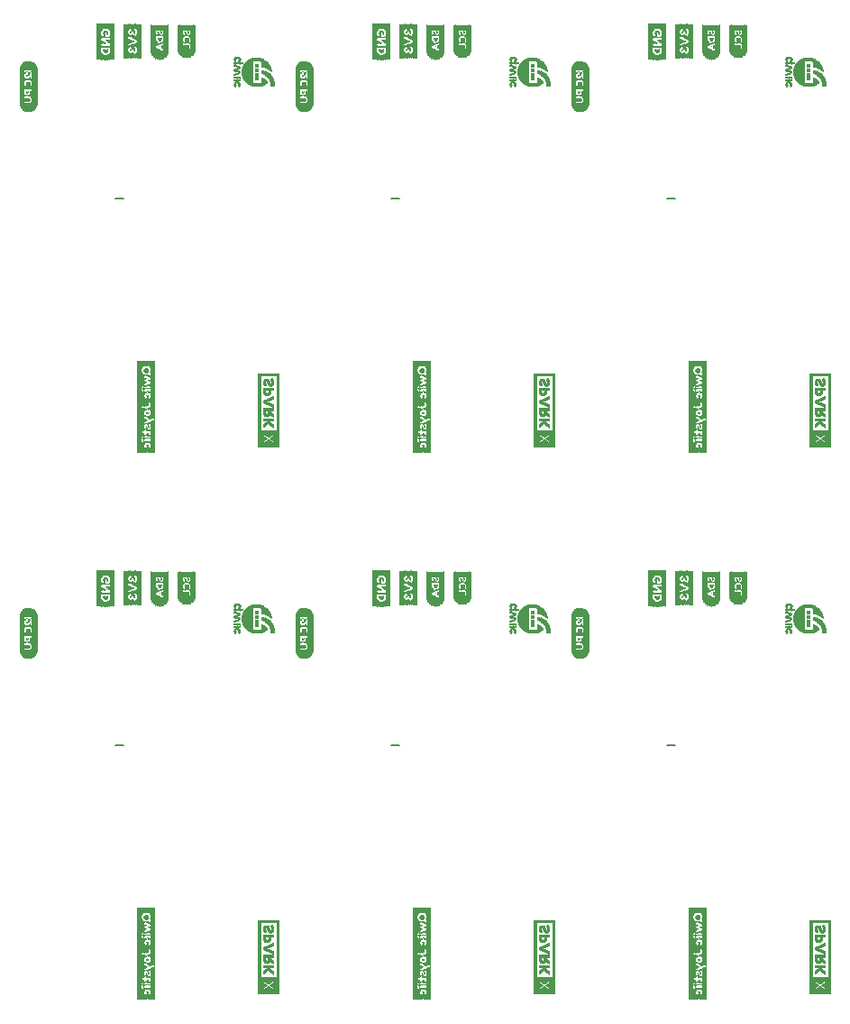
<source format=gbo>
G75*
%MOIN*%
%OFA0B0*%
%FSLAX25Y25*%
%IPPOS*%
%LPD*%
%AMOC8*
5,1,8,0,0,1.08239X$1,22.5*
%
%ADD10C,0.00800*%
%ADD11C,0.00039*%
%ADD12R,0.00079X0.00866*%
%ADD13R,0.00079X0.00787*%
%ADD14R,0.00079X0.00827*%
%ADD15R,0.00079X0.00984*%
%ADD16R,0.00079X0.01181*%
%ADD17R,0.00079X0.00748*%
%ADD18R,0.00079X0.01339*%
%ADD19R,0.00039X0.01260*%
%ADD20R,0.00039X0.00787*%
%ADD21R,0.00039X0.00827*%
%ADD22R,0.00039X0.00866*%
%ADD23R,0.00039X0.00748*%
%ADD24R,0.00039X0.01417*%
%ADD25R,0.00039X0.01378*%
%ADD26R,0.00039X0.01575*%
%ADD27R,0.00039X0.01457*%
%ADD28R,0.00039X0.00945*%
%ADD29R,0.00039X0.01654*%
%ADD30R,0.00039X0.02362*%
%ADD31R,0.00039X0.01732*%
%ADD32R,0.00039X0.02402*%
%ADD33R,0.00039X0.00984*%
%ADD34R,0.00039X0.00709*%
%ADD35R,0.00039X0.01850*%
%ADD36R,0.00039X0.02441*%
%ADD37R,0.00039X0.01024*%
%ADD38R,0.00039X0.01890*%
%ADD39R,0.00039X0.02480*%
%ADD40R,0.00039X0.01969*%
%ADD41R,0.00039X0.02520*%
%ADD42R,0.00039X0.02008*%
%ADD43R,0.00039X0.01063*%
%ADD44R,0.00039X0.02047*%
%ADD45R,0.00039X0.02559*%
%ADD46R,0.00039X0.01102*%
%ADD47R,0.00039X0.02126*%
%ADD48R,0.00039X0.02598*%
%ADD49R,0.00039X0.01142*%
%ADD50R,0.00039X0.02087*%
%ADD51R,0.00039X0.01220*%
%ADD52R,0.00039X0.01181*%
%ADD53R,0.00039X0.00551*%
%ADD54R,0.00039X0.00394*%
%ADD55R,0.00039X0.00906*%
%ADD56R,0.00039X0.00315*%
%ADD57R,0.00039X0.00197*%
%ADD58R,0.00039X0.00079*%
%ADD59R,0.00039X0.01299*%
%ADD60R,0.00079X0.01299*%
%ADD61R,0.00079X0.00709*%
%ADD62R,0.00079X0.00630*%
%ADD63R,0.00079X0.00669*%
%ADD64R,0.00079X0.01693*%
%ADD65R,0.00039X0.00630*%
%ADD66R,0.00039X0.01693*%
%ADD67R,0.00039X0.00669*%
%ADD68R,0.00039X0.00591*%
%ADD69R,0.00039X0.01339*%
%ADD70R,0.00039X0.00157*%
%ADD71R,0.00039X0.00276*%
%ADD72R,0.00079X0.02559*%
%ADD73R,0.00079X0.01142*%
%ADD74R,0.00079X0.01102*%
%ADD75R,0.00079X0.02126*%
%ADD76R,0.00079X0.02520*%
%ADD77R,0.00079X0.01063*%
%ADD78R,0.00079X0.01969*%
%ADD79R,0.00079X0.02480*%
%ADD80R,0.00079X0.01024*%
%ADD81R,0.00079X0.01890*%
%ADD82R,0.00079X0.02402*%
%ADD83R,0.00079X0.01732*%
%ADD84R,0.00039X0.02323*%
%ADD85R,0.00039X0.01535*%
%ADD86R,0.00039X0.00512*%
%ADD87R,0.00079X0.00512*%
%ADD88R,0.00079X0.01850*%
%ADD89R,0.00079X0.02638*%
%ADD90R,0.00039X0.02953*%
%ADD91R,0.00039X0.03189*%
%ADD92R,0.00039X0.03504*%
%ADD93R,0.00039X0.03661*%
%ADD94R,0.00039X0.03898*%
%ADD95R,0.00039X0.04055*%
%ADD96R,0.00039X0.04213*%
%ADD97R,0.00039X0.04449*%
%ADD98R,0.00039X0.04606*%
%ADD99R,0.00039X0.04843*%
%ADD100R,0.00039X0.04921*%
%ADD101R,0.00039X0.05118*%
%ADD102R,0.00039X0.05236*%
%ADD103R,0.00039X0.05315*%
%ADD104R,0.00039X0.05512*%
%ADD105R,0.00039X0.05630*%
%ADD106R,0.00039X0.05787*%
%ADD107R,0.00039X0.05945*%
%ADD108R,0.00039X0.06024*%
%ADD109R,0.00039X0.06181*%
%ADD110R,0.00039X0.06260*%
%ADD111R,0.00039X0.06339*%
%ADD112R,0.00039X0.06417*%
%ADD113R,0.00039X0.06575*%
%ADD114R,0.00039X0.06732*%
%ADD115R,0.00039X0.06811*%
%ADD116R,0.00039X0.06890*%
%ADD117R,0.00039X0.06969*%
%ADD118R,0.00039X0.07047*%
%ADD119R,0.00039X0.07126*%
%ADD120R,0.00039X0.07205*%
%ADD121R,0.00039X0.07362*%
%ADD122R,0.00039X0.07441*%
%ADD123R,0.00039X0.07520*%
%ADD124R,0.00039X0.07598*%
%ADD125R,0.00039X0.07677*%
%ADD126R,0.00039X0.07756*%
%ADD127R,0.00039X0.07795*%
%ADD128R,0.00039X0.07913*%
%ADD129R,0.00039X0.07992*%
%ADD130R,0.00039X0.08071*%
%ADD131R,0.00039X0.08150*%
%ADD132R,0.00039X0.08189*%
%ADD133R,0.00039X0.08268*%
%ADD134R,0.00039X0.08307*%
%ADD135R,0.00039X0.08386*%
%ADD136R,0.00039X0.08465*%
%ADD137R,0.00039X0.08543*%
%ADD138R,0.00039X0.08622*%
%ADD139R,0.00039X0.08701*%
%ADD140R,0.00039X0.08780*%
%ADD141R,0.00039X0.08819*%
%ADD142R,0.00039X0.08858*%
%ADD143R,0.00039X0.08937*%
%ADD144R,0.00039X0.09016*%
%ADD145R,0.00039X0.09055*%
%ADD146R,0.00039X0.09094*%
%ADD147R,0.00039X0.09173*%
%ADD148R,0.00039X0.09252*%
%ADD149R,0.00039X0.09331*%
%ADD150R,0.00039X0.09409*%
%ADD151R,0.00039X0.09488*%
%ADD152R,0.00039X0.09528*%
%ADD153R,0.00039X0.09567*%
%ADD154R,0.00039X0.09646*%
%ADD155R,0.00039X0.09724*%
%ADD156R,0.00039X0.09803*%
%ADD157R,0.00039X0.09882*%
%ADD158R,0.00039X0.09961*%
%ADD159R,0.00039X0.10000*%
%ADD160R,0.00039X0.10039*%
%ADD161R,0.00039X0.10079*%
%ADD162R,0.00039X0.10118*%
%ADD163R,0.00039X0.10157*%
%ADD164R,0.00039X0.10197*%
%ADD165R,0.00039X0.10236*%
%ADD166R,0.00039X0.10276*%
%ADD167R,0.00039X0.10354*%
%ADD168R,0.00039X0.10394*%
%ADD169R,0.00039X0.10433*%
%ADD170R,0.00039X0.10512*%
%ADD171R,0.00039X0.01496*%
%ADD172R,0.00039X0.03268*%
%ADD173R,0.00039X0.03465*%
%ADD174R,0.00039X0.03425*%
%ADD175R,0.00039X0.03228*%
%ADD176R,0.00039X0.03346*%
%ADD177R,0.00039X0.03150*%
%ADD178R,0.00039X0.03110*%
%ADD179R,0.00039X0.03031*%
%ADD180R,0.00039X0.02874*%
%ADD181R,0.00039X0.02835*%
%ADD182R,0.00039X0.03071*%
%ADD183R,0.00039X0.02756*%
%ADD184R,0.00039X0.02638*%
%ADD185R,0.00039X0.02992*%
%ADD186R,0.00039X0.01614*%
%ADD187R,0.00039X0.02244*%
%ADD188R,0.00039X0.02795*%
%ADD189R,0.00039X0.02717*%
%ADD190R,0.00039X0.02677*%
%ADD191R,0.00039X0.01772*%
%ADD192R,0.00039X0.01811*%
%ADD193R,0.00039X0.00472*%
%ADD194R,0.00039X0.02283*%
%ADD195R,0.00039X0.02205*%
%ADD196R,0.00039X0.02165*%
%ADD197R,0.00039X0.01929*%
%ADD198R,0.00039X0.03937*%
%ADD199R,0.00039X0.03858*%
%ADD200R,0.00039X0.03740*%
%ADD201R,0.00039X0.03701*%
%ADD202R,0.00039X0.03622*%
%ADD203R,0.00039X0.03386*%
%ADD204R,0.00157X0.10394*%
%ADD205R,0.00157X0.10866*%
%ADD206R,0.00157X0.11181*%
%ADD207R,0.00157X0.11496*%
%ADD208R,0.00157X0.11654*%
%ADD209R,0.00157X0.11811*%
%ADD210R,0.00157X0.11969*%
%ADD211R,0.00157X0.12126*%
%ADD212R,0.00157X0.12283*%
%ADD213R,0.00157X0.12441*%
%ADD214R,0.00157X0.02520*%
%ADD215R,0.00157X0.09449*%
%ADD216R,0.00157X0.02205*%
%ADD217R,0.00157X0.00630*%
%ADD218R,0.00157X0.01890*%
%ADD219R,0.00157X0.04252*%
%ADD220R,0.00157X0.02047*%
%ADD221R,0.00157X0.00472*%
%ADD222R,0.00157X0.01732*%
%ADD223R,0.00157X0.01417*%
%ADD224R,0.00157X0.04094*%
%ADD225R,0.00157X0.00157*%
%ADD226R,0.00157X0.01260*%
%ADD227R,0.00157X0.00787*%
%ADD228R,0.00157X0.00945*%
%ADD229R,0.00157X0.01575*%
%ADD230R,0.00157X0.01102*%
%ADD231R,0.00157X0.03937*%
%ADD232R,0.00157X0.00315*%
%ADD233R,0.00157X0.03780*%
%ADD234R,0.00157X0.02677*%
%ADD235R,0.00157X0.03622*%
%ADD236R,0.00157X0.03150*%
%ADD237R,0.00157X0.03465*%
%ADD238R,0.00157X0.09764*%
%ADD239R,0.00157X0.10236*%
%ADD240R,0.00157X0.10551*%
%ADD241R,0.00157X0.11024*%
%ADD242R,0.00157X0.11339*%
%ADD243R,0.00157X0.08819*%
%ADD244R,0.00157X0.04567*%
%ADD245R,0.00157X0.04724*%
%ADD246R,0.00157X0.03307*%
%ADD247R,0.00157X0.02992*%
%ADD248R,0.00157X0.33858*%
%ADD249R,0.00157X0.09291*%
%ADD250R,0.00157X0.16535*%
%ADD251R,0.00157X0.02835*%
%ADD252R,0.00157X0.05354*%
%ADD253R,0.00157X0.05669*%
%ADD254R,0.00157X0.05039*%
%ADD255R,0.00157X0.05512*%
%ADD256R,0.00157X0.08504*%
%ADD257R,0.00157X0.04882*%
%ADD258R,0.00157X0.08346*%
%ADD259R,0.00157X0.07244*%
%ADD260R,0.00157X0.02362*%
%ADD261R,0.00157X0.21260*%
%ADD262R,0.00157X0.21102*%
%ADD263R,0.00157X0.13386*%
%ADD264R,0.00157X0.14016*%
%ADD265R,0.00157X0.14961*%
%ADD266R,0.00157X0.15591*%
%ADD267R,0.00157X0.16220*%
%ADD268R,0.00157X0.16850*%
%ADD269R,0.00157X0.17165*%
%ADD270R,0.00157X0.17480*%
%ADD271R,0.00157X0.17795*%
%ADD272R,0.00157X0.12913*%
%ADD273R,0.00157X0.18110*%
D10*
X0171933Y0257033D02*
X0174633Y0257033D01*
X0273933Y0257033D02*
X0276633Y0257033D01*
X0375933Y0257033D02*
X0378633Y0257033D01*
X0378633Y0459033D02*
X0375933Y0459033D01*
X0276633Y0459033D02*
X0273933Y0459033D01*
X0174633Y0459033D02*
X0171933Y0459033D01*
D11*
X0224597Y0394433D02*
X0224597Y0373465D01*
X0224597Y0367433D01*
X0228697Y0367433D01*
X0232070Y0367433D01*
X0232070Y0373708D01*
X0231376Y0373708D01*
X0231376Y0373465D01*
X0228697Y0373465D01*
X0228697Y0371189D01*
X0230145Y0372182D01*
X0230145Y0371278D01*
X0228903Y0370460D01*
X0230145Y0369647D01*
X0230145Y0368710D01*
X0228697Y0369698D01*
X0228697Y0367433D01*
X0228697Y0369698D01*
X0228293Y0369974D01*
X0226524Y0368764D01*
X0226524Y0369669D01*
X0227699Y0370435D01*
X0226524Y0371197D01*
X0226524Y0372128D01*
X0228304Y0370919D01*
X0228697Y0371189D01*
X0228697Y0373465D01*
X0225290Y0373465D01*
X0225290Y0393739D01*
X0231376Y0393739D01*
X0231376Y0373708D01*
X0232070Y0373708D01*
X0232070Y0394433D01*
X0224597Y0394433D01*
X0224597Y0394406D02*
X0232070Y0394406D01*
X0232070Y0394368D02*
X0224597Y0394368D01*
X0224597Y0394330D02*
X0232070Y0394330D01*
X0232070Y0394292D02*
X0224597Y0394292D01*
X0224597Y0394254D02*
X0232070Y0394254D01*
X0232070Y0394216D02*
X0224597Y0394216D01*
X0224597Y0394179D02*
X0232070Y0394179D01*
X0232070Y0394141D02*
X0224597Y0394141D01*
X0224597Y0394103D02*
X0232070Y0394103D01*
X0232070Y0394065D02*
X0224597Y0394065D01*
X0224597Y0394027D02*
X0232070Y0394027D01*
X0232070Y0393989D02*
X0224597Y0393989D01*
X0224597Y0393951D02*
X0232070Y0393951D01*
X0232070Y0393913D02*
X0224597Y0393913D01*
X0224597Y0393876D02*
X0232070Y0393876D01*
X0232070Y0393838D02*
X0224597Y0393838D01*
X0224597Y0393800D02*
X0232070Y0393800D01*
X0232070Y0393762D02*
X0224597Y0393762D01*
X0224597Y0393724D02*
X0225290Y0393724D01*
X0225290Y0393686D02*
X0224597Y0393686D01*
X0224597Y0393648D02*
X0225290Y0393648D01*
X0225290Y0393610D02*
X0224597Y0393610D01*
X0224597Y0393573D02*
X0225290Y0393573D01*
X0225290Y0393535D02*
X0224597Y0393535D01*
X0224597Y0393497D02*
X0225290Y0393497D01*
X0225290Y0393459D02*
X0224597Y0393459D01*
X0224597Y0393421D02*
X0225290Y0393421D01*
X0225290Y0393383D02*
X0224597Y0393383D01*
X0224597Y0393345D02*
X0225290Y0393345D01*
X0225290Y0393307D02*
X0224597Y0393307D01*
X0224597Y0393269D02*
X0225290Y0393269D01*
X0225290Y0393232D02*
X0224597Y0393232D01*
X0224597Y0393194D02*
X0225290Y0393194D01*
X0225290Y0393156D02*
X0224597Y0393156D01*
X0224597Y0393118D02*
X0225290Y0393118D01*
X0225290Y0393080D02*
X0224597Y0393080D01*
X0224597Y0393042D02*
X0225290Y0393042D01*
X0225290Y0393004D02*
X0224597Y0393004D01*
X0224597Y0392966D02*
X0225290Y0392966D01*
X0225290Y0392929D02*
X0224597Y0392929D01*
X0224597Y0392891D02*
X0225290Y0392891D01*
X0225290Y0392853D02*
X0224597Y0392853D01*
X0224597Y0392815D02*
X0225290Y0392815D01*
X0225290Y0392777D02*
X0224597Y0392777D01*
X0224597Y0392739D02*
X0225290Y0392739D01*
X0225290Y0392701D02*
X0224597Y0392701D01*
X0224597Y0392663D02*
X0225290Y0392663D01*
X0225290Y0392625D02*
X0224597Y0392625D01*
X0224597Y0392588D02*
X0225290Y0392588D01*
X0225290Y0392550D02*
X0224597Y0392550D01*
X0224597Y0392512D02*
X0225290Y0392512D01*
X0225290Y0392474D02*
X0224597Y0392474D01*
X0224597Y0392436D02*
X0225290Y0392436D01*
X0225290Y0392398D02*
X0224597Y0392398D01*
X0224597Y0392360D02*
X0225290Y0392360D01*
X0225290Y0392322D02*
X0224597Y0392322D01*
X0224597Y0392285D02*
X0225290Y0392285D01*
X0225290Y0392247D02*
X0224597Y0392247D01*
X0224597Y0392209D02*
X0225290Y0392209D01*
X0225290Y0392171D02*
X0224597Y0392171D01*
X0224597Y0392133D02*
X0225290Y0392133D01*
X0225290Y0392095D02*
X0224597Y0392095D01*
X0224597Y0392057D02*
X0225290Y0392057D01*
X0225290Y0392019D02*
X0224597Y0392019D01*
X0224597Y0391981D02*
X0225290Y0391981D01*
X0225290Y0391944D02*
X0224597Y0391944D01*
X0224597Y0391906D02*
X0225290Y0391906D01*
X0225290Y0391868D02*
X0224597Y0391868D01*
X0224597Y0391830D02*
X0225290Y0391830D01*
X0225290Y0391792D02*
X0224597Y0391792D01*
X0224597Y0391754D02*
X0225290Y0391754D01*
X0225290Y0391716D02*
X0224597Y0391716D01*
X0224597Y0391678D02*
X0225290Y0391678D01*
X0225290Y0391641D02*
X0224597Y0391641D01*
X0224597Y0391603D02*
X0225290Y0391603D01*
X0225290Y0391565D02*
X0224597Y0391565D01*
X0224597Y0391527D02*
X0225290Y0391527D01*
X0225290Y0391489D02*
X0224597Y0391489D01*
X0224597Y0391451D02*
X0225290Y0391451D01*
X0225290Y0391413D02*
X0224597Y0391413D01*
X0224597Y0391375D02*
X0225290Y0391375D01*
X0225290Y0391338D02*
X0224597Y0391338D01*
X0224597Y0391300D02*
X0225290Y0391300D01*
X0225290Y0391262D02*
X0224597Y0391262D01*
X0224597Y0391224D02*
X0225290Y0391224D01*
X0225290Y0391186D02*
X0224597Y0391186D01*
X0224597Y0391148D02*
X0225290Y0391148D01*
X0225290Y0391110D02*
X0224597Y0391110D01*
X0224597Y0391072D02*
X0225290Y0391072D01*
X0225290Y0391034D02*
X0224597Y0391034D01*
X0224597Y0390997D02*
X0225290Y0390997D01*
X0225290Y0390959D02*
X0224597Y0390959D01*
X0224597Y0390921D02*
X0225290Y0390921D01*
X0225290Y0390883D02*
X0224597Y0390883D01*
X0224597Y0390845D02*
X0225290Y0390845D01*
X0225290Y0390807D02*
X0224597Y0390807D01*
X0224597Y0390769D02*
X0225290Y0390769D01*
X0225290Y0390731D02*
X0224597Y0390731D01*
X0224597Y0390694D02*
X0225290Y0390694D01*
X0225290Y0390656D02*
X0224597Y0390656D01*
X0224597Y0390618D02*
X0225290Y0390618D01*
X0225290Y0390580D02*
X0224597Y0390580D01*
X0224597Y0390542D02*
X0225290Y0390542D01*
X0225290Y0390504D02*
X0224597Y0390504D01*
X0224597Y0390466D02*
X0225290Y0390466D01*
X0225290Y0390428D02*
X0224597Y0390428D01*
X0224597Y0390390D02*
X0225290Y0390390D01*
X0225290Y0390353D02*
X0224597Y0390353D01*
X0224597Y0390315D02*
X0225290Y0390315D01*
X0225290Y0390277D02*
X0224597Y0390277D01*
X0224597Y0390239D02*
X0225290Y0390239D01*
X0225290Y0390201D02*
X0224597Y0390201D01*
X0224597Y0390163D02*
X0225290Y0390163D01*
X0225290Y0390125D02*
X0224597Y0390125D01*
X0224597Y0390087D02*
X0225290Y0390087D01*
X0225290Y0390050D02*
X0224597Y0390050D01*
X0224597Y0390012D02*
X0225290Y0390012D01*
X0225290Y0389974D02*
X0224597Y0389974D01*
X0224597Y0389936D02*
X0225290Y0389936D01*
X0225290Y0389898D02*
X0224597Y0389898D01*
X0224597Y0389860D02*
X0225290Y0389860D01*
X0225290Y0389822D02*
X0224597Y0389822D01*
X0224597Y0389784D02*
X0225290Y0389784D01*
X0225290Y0389746D02*
X0224597Y0389746D01*
X0224597Y0389709D02*
X0225290Y0389709D01*
X0225290Y0389671D02*
X0224597Y0389671D01*
X0224597Y0389633D02*
X0225290Y0389633D01*
X0225290Y0389595D02*
X0224597Y0389595D01*
X0224597Y0389557D02*
X0225290Y0389557D01*
X0225290Y0389519D02*
X0224597Y0389519D01*
X0224597Y0389481D02*
X0225290Y0389481D01*
X0225290Y0389443D02*
X0224597Y0389443D01*
X0224597Y0389406D02*
X0225290Y0389406D01*
X0225290Y0389368D02*
X0224597Y0389368D01*
X0224597Y0389330D02*
X0225290Y0389330D01*
X0225290Y0389292D02*
X0224597Y0389292D01*
X0224597Y0389254D02*
X0225290Y0389254D01*
X0225290Y0389216D02*
X0224597Y0389216D01*
X0224597Y0389178D02*
X0225290Y0389178D01*
X0225290Y0389140D02*
X0224597Y0389140D01*
X0224597Y0389103D02*
X0225290Y0389103D01*
X0225290Y0389065D02*
X0224597Y0389065D01*
X0224597Y0389027D02*
X0225290Y0389027D01*
X0225290Y0388989D02*
X0224597Y0388989D01*
X0224597Y0388951D02*
X0225290Y0388951D01*
X0225290Y0388913D02*
X0224597Y0388913D01*
X0224597Y0388875D02*
X0225290Y0388875D01*
X0225290Y0388837D02*
X0224597Y0388837D01*
X0224597Y0388799D02*
X0225290Y0388799D01*
X0225290Y0388762D02*
X0224597Y0388762D01*
X0224597Y0388724D02*
X0225290Y0388724D01*
X0225290Y0388686D02*
X0224597Y0388686D01*
X0224597Y0388648D02*
X0225290Y0388648D01*
X0225290Y0388610D02*
X0224597Y0388610D01*
X0224597Y0388572D02*
X0225290Y0388572D01*
X0225290Y0388534D02*
X0224597Y0388534D01*
X0224597Y0388496D02*
X0225290Y0388496D01*
X0225290Y0388459D02*
X0224597Y0388459D01*
X0224597Y0388421D02*
X0225290Y0388421D01*
X0225290Y0388383D02*
X0224597Y0388383D01*
X0224597Y0388345D02*
X0225290Y0388345D01*
X0225290Y0388307D02*
X0224597Y0388307D01*
X0224597Y0388269D02*
X0225290Y0388269D01*
X0225290Y0388231D02*
X0224597Y0388231D01*
X0224597Y0388193D02*
X0225290Y0388193D01*
X0225290Y0388155D02*
X0224597Y0388155D01*
X0224597Y0388118D02*
X0225290Y0388118D01*
X0225290Y0388080D02*
X0224597Y0388080D01*
X0224597Y0388042D02*
X0225290Y0388042D01*
X0225290Y0388004D02*
X0224597Y0388004D01*
X0224597Y0387966D02*
X0225290Y0387966D01*
X0225290Y0387928D02*
X0224597Y0387928D01*
X0224597Y0387890D02*
X0225290Y0387890D01*
X0225290Y0387852D02*
X0224597Y0387852D01*
X0224597Y0387815D02*
X0225290Y0387815D01*
X0225290Y0387777D02*
X0224597Y0387777D01*
X0224597Y0387739D02*
X0225290Y0387739D01*
X0225290Y0387701D02*
X0224597Y0387701D01*
X0224597Y0387663D02*
X0225290Y0387663D01*
X0225290Y0387625D02*
X0224597Y0387625D01*
X0224597Y0387587D02*
X0225290Y0387587D01*
X0225290Y0387549D02*
X0224597Y0387549D01*
X0224597Y0387511D02*
X0225290Y0387511D01*
X0225290Y0387474D02*
X0224597Y0387474D01*
X0224597Y0387436D02*
X0225290Y0387436D01*
X0225290Y0387398D02*
X0224597Y0387398D01*
X0224597Y0387360D02*
X0225290Y0387360D01*
X0225290Y0387322D02*
X0224597Y0387322D01*
X0224597Y0387284D02*
X0225290Y0387284D01*
X0225290Y0387246D02*
X0224597Y0387246D01*
X0224597Y0387208D02*
X0225290Y0387208D01*
X0225290Y0387171D02*
X0224597Y0387171D01*
X0224597Y0387133D02*
X0225290Y0387133D01*
X0225290Y0387095D02*
X0224597Y0387095D01*
X0224597Y0387057D02*
X0225290Y0387057D01*
X0225290Y0387019D02*
X0224597Y0387019D01*
X0224597Y0386981D02*
X0225290Y0386981D01*
X0225290Y0386943D02*
X0224597Y0386943D01*
X0224597Y0386905D02*
X0225290Y0386905D01*
X0225290Y0386868D02*
X0224597Y0386868D01*
X0224597Y0386830D02*
X0225290Y0386830D01*
X0225290Y0386792D02*
X0224597Y0386792D01*
X0224597Y0386754D02*
X0225290Y0386754D01*
X0225290Y0386716D02*
X0224597Y0386716D01*
X0224597Y0386678D02*
X0225290Y0386678D01*
X0225290Y0386640D02*
X0224597Y0386640D01*
X0224597Y0386602D02*
X0225290Y0386602D01*
X0225290Y0386564D02*
X0224597Y0386564D01*
X0224597Y0386527D02*
X0225290Y0386527D01*
X0225290Y0386489D02*
X0224597Y0386489D01*
X0224597Y0386451D02*
X0225290Y0386451D01*
X0225290Y0386413D02*
X0224597Y0386413D01*
X0224597Y0386375D02*
X0225290Y0386375D01*
X0225290Y0386337D02*
X0224597Y0386337D01*
X0224597Y0386299D02*
X0225290Y0386299D01*
X0225290Y0386261D02*
X0224597Y0386261D01*
X0224597Y0386224D02*
X0225290Y0386224D01*
X0225290Y0386186D02*
X0224597Y0386186D01*
X0224597Y0386148D02*
X0225290Y0386148D01*
X0225290Y0386110D02*
X0224597Y0386110D01*
X0224597Y0386072D02*
X0225290Y0386072D01*
X0225290Y0386034D02*
X0224597Y0386034D01*
X0224597Y0385996D02*
X0225290Y0385996D01*
X0225290Y0385958D02*
X0224597Y0385958D01*
X0224597Y0385920D02*
X0225290Y0385920D01*
X0225290Y0385883D02*
X0224597Y0385883D01*
X0224597Y0385845D02*
X0225290Y0385845D01*
X0225290Y0385807D02*
X0224597Y0385807D01*
X0224597Y0385769D02*
X0225290Y0385769D01*
X0225290Y0385731D02*
X0224597Y0385731D01*
X0224597Y0385693D02*
X0225290Y0385693D01*
X0225290Y0385655D02*
X0224597Y0385655D01*
X0224597Y0385617D02*
X0225290Y0385617D01*
X0225290Y0385580D02*
X0224597Y0385580D01*
X0224597Y0385542D02*
X0225290Y0385542D01*
X0225290Y0385504D02*
X0224597Y0385504D01*
X0224597Y0385466D02*
X0225290Y0385466D01*
X0225290Y0385428D02*
X0224597Y0385428D01*
X0224597Y0385390D02*
X0225290Y0385390D01*
X0225290Y0385352D02*
X0224597Y0385352D01*
X0224597Y0385314D02*
X0225290Y0385314D01*
X0225290Y0385276D02*
X0224597Y0385276D01*
X0224597Y0385239D02*
X0225290Y0385239D01*
X0225290Y0385201D02*
X0224597Y0385201D01*
X0224597Y0385163D02*
X0225290Y0385163D01*
X0225290Y0385125D02*
X0224597Y0385125D01*
X0224597Y0385087D02*
X0225290Y0385087D01*
X0225290Y0385049D02*
X0224597Y0385049D01*
X0224597Y0385011D02*
X0225290Y0385011D01*
X0225290Y0384973D02*
X0224597Y0384973D01*
X0224597Y0384936D02*
X0225290Y0384936D01*
X0225290Y0384898D02*
X0224597Y0384898D01*
X0224597Y0384860D02*
X0225290Y0384860D01*
X0225290Y0384822D02*
X0224597Y0384822D01*
X0224597Y0384784D02*
X0225290Y0384784D01*
X0225290Y0384746D02*
X0224597Y0384746D01*
X0224597Y0384708D02*
X0225290Y0384708D01*
X0225290Y0384670D02*
X0224597Y0384670D01*
X0224597Y0384633D02*
X0225290Y0384633D01*
X0225290Y0384595D02*
X0224597Y0384595D01*
X0224597Y0384557D02*
X0225290Y0384557D01*
X0225290Y0384519D02*
X0224597Y0384519D01*
X0224597Y0384481D02*
X0225290Y0384481D01*
X0225290Y0384443D02*
X0224597Y0384443D01*
X0224597Y0384405D02*
X0225290Y0384405D01*
X0225290Y0384367D02*
X0224597Y0384367D01*
X0224597Y0384329D02*
X0225290Y0384329D01*
X0225290Y0384292D02*
X0224597Y0384292D01*
X0224597Y0384254D02*
X0225290Y0384254D01*
X0225290Y0384216D02*
X0224597Y0384216D01*
X0224597Y0384178D02*
X0225290Y0384178D01*
X0225290Y0384140D02*
X0224597Y0384140D01*
X0224597Y0384102D02*
X0225290Y0384102D01*
X0225290Y0384064D02*
X0224597Y0384064D01*
X0224597Y0384026D02*
X0225290Y0384026D01*
X0225290Y0383989D02*
X0224597Y0383989D01*
X0224597Y0383951D02*
X0225290Y0383951D01*
X0225290Y0383913D02*
X0224597Y0383913D01*
X0224597Y0383875D02*
X0225290Y0383875D01*
X0225290Y0383837D02*
X0224597Y0383837D01*
X0224597Y0383799D02*
X0225290Y0383799D01*
X0225290Y0383761D02*
X0224597Y0383761D01*
X0224597Y0383723D02*
X0225290Y0383723D01*
X0225290Y0383685D02*
X0224597Y0383685D01*
X0224597Y0383648D02*
X0225290Y0383648D01*
X0225290Y0383610D02*
X0224597Y0383610D01*
X0224597Y0383572D02*
X0225290Y0383572D01*
X0225290Y0383534D02*
X0224597Y0383534D01*
X0224597Y0383496D02*
X0225290Y0383496D01*
X0225290Y0383458D02*
X0224597Y0383458D01*
X0224597Y0383420D02*
X0225290Y0383420D01*
X0225290Y0383382D02*
X0224597Y0383382D01*
X0224597Y0383345D02*
X0225290Y0383345D01*
X0225290Y0383307D02*
X0224597Y0383307D01*
X0224597Y0383269D02*
X0225290Y0383269D01*
X0225290Y0383231D02*
X0224597Y0383231D01*
X0224597Y0383193D02*
X0225290Y0383193D01*
X0225290Y0383155D02*
X0224597Y0383155D01*
X0224597Y0383117D02*
X0225290Y0383117D01*
X0225290Y0383079D02*
X0224597Y0383079D01*
X0224597Y0383041D02*
X0225290Y0383041D01*
X0225290Y0383004D02*
X0224597Y0383004D01*
X0224597Y0382966D02*
X0225290Y0382966D01*
X0225290Y0382928D02*
X0224597Y0382928D01*
X0224597Y0382890D02*
X0225290Y0382890D01*
X0225290Y0382852D02*
X0224597Y0382852D01*
X0224597Y0382814D02*
X0225290Y0382814D01*
X0225290Y0382776D02*
X0224597Y0382776D01*
X0224597Y0382738D02*
X0225290Y0382738D01*
X0225290Y0382701D02*
X0224597Y0382701D01*
X0224597Y0382663D02*
X0225290Y0382663D01*
X0225290Y0382625D02*
X0224597Y0382625D01*
X0224597Y0382587D02*
X0225290Y0382587D01*
X0225290Y0382549D02*
X0224597Y0382549D01*
X0224597Y0382511D02*
X0225290Y0382511D01*
X0225290Y0382473D02*
X0224597Y0382473D01*
X0224597Y0382435D02*
X0225290Y0382435D01*
X0225290Y0382398D02*
X0224597Y0382398D01*
X0224597Y0382360D02*
X0225290Y0382360D01*
X0225290Y0382322D02*
X0224597Y0382322D01*
X0224597Y0382284D02*
X0225290Y0382284D01*
X0225290Y0382246D02*
X0224597Y0382246D01*
X0224597Y0382208D02*
X0225290Y0382208D01*
X0225290Y0382170D02*
X0224597Y0382170D01*
X0224597Y0382132D02*
X0225290Y0382132D01*
X0225290Y0382094D02*
X0224597Y0382094D01*
X0224597Y0382057D02*
X0225290Y0382057D01*
X0225290Y0382019D02*
X0224597Y0382019D01*
X0224597Y0381981D02*
X0225290Y0381981D01*
X0225290Y0381943D02*
X0224597Y0381943D01*
X0224597Y0381905D02*
X0225290Y0381905D01*
X0225290Y0381867D02*
X0224597Y0381867D01*
X0224597Y0381829D02*
X0225290Y0381829D01*
X0225290Y0381791D02*
X0224597Y0381791D01*
X0224597Y0381754D02*
X0225290Y0381754D01*
X0225290Y0381716D02*
X0224597Y0381716D01*
X0224597Y0381678D02*
X0225290Y0381678D01*
X0225290Y0381640D02*
X0224597Y0381640D01*
X0224597Y0381602D02*
X0225290Y0381602D01*
X0225290Y0381564D02*
X0224597Y0381564D01*
X0224597Y0381526D02*
X0225290Y0381526D01*
X0225290Y0381488D02*
X0224597Y0381488D01*
X0224597Y0381450D02*
X0225290Y0381450D01*
X0225290Y0381413D02*
X0224597Y0381413D01*
X0224597Y0381375D02*
X0225290Y0381375D01*
X0225290Y0381337D02*
X0224597Y0381337D01*
X0224597Y0381299D02*
X0225290Y0381299D01*
X0225290Y0381261D02*
X0224597Y0381261D01*
X0224597Y0381223D02*
X0225290Y0381223D01*
X0225290Y0381185D02*
X0224597Y0381185D01*
X0224597Y0381147D02*
X0225290Y0381147D01*
X0225290Y0381110D02*
X0224597Y0381110D01*
X0224597Y0381072D02*
X0225290Y0381072D01*
X0225290Y0381034D02*
X0224597Y0381034D01*
X0224597Y0380996D02*
X0225290Y0380996D01*
X0225290Y0380958D02*
X0224597Y0380958D01*
X0224597Y0380920D02*
X0225290Y0380920D01*
X0225290Y0380882D02*
X0224597Y0380882D01*
X0224597Y0380844D02*
X0225290Y0380844D01*
X0225290Y0380806D02*
X0224597Y0380806D01*
X0224597Y0380769D02*
X0225290Y0380769D01*
X0225290Y0380731D02*
X0224597Y0380731D01*
X0224597Y0380693D02*
X0225290Y0380693D01*
X0225290Y0380655D02*
X0224597Y0380655D01*
X0224597Y0380617D02*
X0225290Y0380617D01*
X0225290Y0380579D02*
X0224597Y0380579D01*
X0224597Y0380541D02*
X0225290Y0380541D01*
X0225290Y0380503D02*
X0224597Y0380503D01*
X0224597Y0380466D02*
X0225290Y0380466D01*
X0225290Y0380428D02*
X0224597Y0380428D01*
X0224597Y0380390D02*
X0225290Y0380390D01*
X0225290Y0380352D02*
X0224597Y0380352D01*
X0224597Y0380314D02*
X0225290Y0380314D01*
X0225290Y0380276D02*
X0224597Y0380276D01*
X0224597Y0380238D02*
X0225290Y0380238D01*
X0225290Y0380200D02*
X0224597Y0380200D01*
X0224597Y0380162D02*
X0225290Y0380162D01*
X0225290Y0380125D02*
X0224597Y0380125D01*
X0224597Y0380087D02*
X0225290Y0380087D01*
X0225290Y0380049D02*
X0224597Y0380049D01*
X0224597Y0380011D02*
X0225290Y0380011D01*
X0225290Y0379973D02*
X0224597Y0379973D01*
X0224597Y0379935D02*
X0225290Y0379935D01*
X0225290Y0379897D02*
X0224597Y0379897D01*
X0224597Y0379859D02*
X0225290Y0379859D01*
X0225290Y0379822D02*
X0224597Y0379822D01*
X0224597Y0379784D02*
X0225290Y0379784D01*
X0225290Y0379746D02*
X0224597Y0379746D01*
X0224597Y0379708D02*
X0225290Y0379708D01*
X0225290Y0379670D02*
X0224597Y0379670D01*
X0224597Y0379632D02*
X0225290Y0379632D01*
X0225290Y0379594D02*
X0224597Y0379594D01*
X0224597Y0379556D02*
X0225290Y0379556D01*
X0225290Y0379519D02*
X0224597Y0379519D01*
X0224597Y0379481D02*
X0225290Y0379481D01*
X0225290Y0379443D02*
X0224597Y0379443D01*
X0224597Y0379405D02*
X0225290Y0379405D01*
X0225290Y0379367D02*
X0224597Y0379367D01*
X0224597Y0379329D02*
X0225290Y0379329D01*
X0225290Y0379291D02*
X0224597Y0379291D01*
X0224597Y0379253D02*
X0225290Y0379253D01*
X0225290Y0379215D02*
X0224597Y0379215D01*
X0224597Y0379178D02*
X0225290Y0379178D01*
X0225290Y0379140D02*
X0224597Y0379140D01*
X0224597Y0379102D02*
X0225290Y0379102D01*
X0225290Y0379064D02*
X0224597Y0379064D01*
X0224597Y0379026D02*
X0225290Y0379026D01*
X0225290Y0378988D02*
X0224597Y0378988D01*
X0224597Y0378950D02*
X0225290Y0378950D01*
X0225290Y0378912D02*
X0224597Y0378912D01*
X0224597Y0378875D02*
X0225290Y0378875D01*
X0225290Y0378837D02*
X0224597Y0378837D01*
X0224597Y0378799D02*
X0225290Y0378799D01*
X0225290Y0378761D02*
X0224597Y0378761D01*
X0224597Y0378723D02*
X0225290Y0378723D01*
X0225290Y0378685D02*
X0224597Y0378685D01*
X0224597Y0378647D02*
X0225290Y0378647D01*
X0225290Y0378609D02*
X0224597Y0378609D01*
X0224597Y0378571D02*
X0225290Y0378571D01*
X0225290Y0378534D02*
X0224597Y0378534D01*
X0224597Y0378496D02*
X0225290Y0378496D01*
X0225290Y0378458D02*
X0224597Y0378458D01*
X0224597Y0378420D02*
X0225290Y0378420D01*
X0225290Y0378382D02*
X0224597Y0378382D01*
X0224597Y0378344D02*
X0225290Y0378344D01*
X0225290Y0378306D02*
X0224597Y0378306D01*
X0224597Y0378268D02*
X0225290Y0378268D01*
X0225290Y0378231D02*
X0224597Y0378231D01*
X0224597Y0378193D02*
X0225290Y0378193D01*
X0225290Y0378155D02*
X0224597Y0378155D01*
X0224597Y0378117D02*
X0225290Y0378117D01*
X0225290Y0378079D02*
X0224597Y0378079D01*
X0224597Y0378041D02*
X0225290Y0378041D01*
X0225290Y0378003D02*
X0224597Y0378003D01*
X0224597Y0377965D02*
X0225290Y0377965D01*
X0225290Y0377927D02*
X0224597Y0377927D01*
X0224597Y0377890D02*
X0225290Y0377890D01*
X0225290Y0377852D02*
X0224597Y0377852D01*
X0224597Y0377814D02*
X0225290Y0377814D01*
X0225290Y0377776D02*
X0224597Y0377776D01*
X0224597Y0377738D02*
X0225290Y0377738D01*
X0225290Y0377700D02*
X0224597Y0377700D01*
X0224597Y0377662D02*
X0225290Y0377662D01*
X0225290Y0377624D02*
X0224597Y0377624D01*
X0224597Y0377587D02*
X0225290Y0377587D01*
X0225290Y0377549D02*
X0224597Y0377549D01*
X0224597Y0377511D02*
X0225290Y0377511D01*
X0225290Y0377473D02*
X0224597Y0377473D01*
X0224597Y0377435D02*
X0225290Y0377435D01*
X0225290Y0377397D02*
X0224597Y0377397D01*
X0224597Y0377359D02*
X0225290Y0377359D01*
X0225290Y0377321D02*
X0224597Y0377321D01*
X0224597Y0377284D02*
X0225290Y0377284D01*
X0225290Y0377246D02*
X0224597Y0377246D01*
X0224597Y0377208D02*
X0225290Y0377208D01*
X0225290Y0377170D02*
X0224597Y0377170D01*
X0224597Y0377132D02*
X0225290Y0377132D01*
X0225290Y0377094D02*
X0224597Y0377094D01*
X0224597Y0377056D02*
X0225290Y0377056D01*
X0225290Y0377018D02*
X0224597Y0377018D01*
X0224597Y0376980D02*
X0225290Y0376980D01*
X0225290Y0376943D02*
X0224597Y0376943D01*
X0224597Y0376905D02*
X0225290Y0376905D01*
X0225290Y0376867D02*
X0224597Y0376867D01*
X0224597Y0376829D02*
X0225290Y0376829D01*
X0225290Y0376791D02*
X0224597Y0376791D01*
X0224597Y0376753D02*
X0225290Y0376753D01*
X0225290Y0376715D02*
X0224597Y0376715D01*
X0224597Y0376677D02*
X0225290Y0376677D01*
X0225290Y0376640D02*
X0224597Y0376640D01*
X0224597Y0376602D02*
X0225290Y0376602D01*
X0225290Y0376564D02*
X0224597Y0376564D01*
X0224597Y0376526D02*
X0225290Y0376526D01*
X0225290Y0376488D02*
X0224597Y0376488D01*
X0224597Y0376450D02*
X0225290Y0376450D01*
X0225290Y0376412D02*
X0224597Y0376412D01*
X0224597Y0376374D02*
X0225290Y0376374D01*
X0225290Y0376336D02*
X0224597Y0376336D01*
X0224597Y0376299D02*
X0225290Y0376299D01*
X0225290Y0376261D02*
X0224597Y0376261D01*
X0224597Y0376223D02*
X0225290Y0376223D01*
X0225290Y0376185D02*
X0224597Y0376185D01*
X0224597Y0376147D02*
X0225290Y0376147D01*
X0225290Y0376109D02*
X0224597Y0376109D01*
X0224597Y0376071D02*
X0225290Y0376071D01*
X0225290Y0376033D02*
X0224597Y0376033D01*
X0224597Y0375996D02*
X0225290Y0375996D01*
X0225290Y0375958D02*
X0224597Y0375958D01*
X0224597Y0375920D02*
X0225290Y0375920D01*
X0225290Y0375882D02*
X0224597Y0375882D01*
X0224597Y0375844D02*
X0225290Y0375844D01*
X0225290Y0375806D02*
X0224597Y0375806D01*
X0224597Y0375768D02*
X0225290Y0375768D01*
X0225290Y0375730D02*
X0224597Y0375730D01*
X0224597Y0375692D02*
X0225290Y0375692D01*
X0225290Y0375655D02*
X0224597Y0375655D01*
X0224597Y0375617D02*
X0225290Y0375617D01*
X0225290Y0375579D02*
X0224597Y0375579D01*
X0224597Y0375541D02*
X0225290Y0375541D01*
X0225290Y0375503D02*
X0224597Y0375503D01*
X0224597Y0375465D02*
X0225290Y0375465D01*
X0225290Y0375427D02*
X0224597Y0375427D01*
X0224597Y0375389D02*
X0225290Y0375389D01*
X0225290Y0375352D02*
X0224597Y0375352D01*
X0224597Y0375314D02*
X0225290Y0375314D01*
X0225290Y0375276D02*
X0224597Y0375276D01*
X0224597Y0375238D02*
X0225290Y0375238D01*
X0225290Y0375200D02*
X0224597Y0375200D01*
X0224597Y0375162D02*
X0225290Y0375162D01*
X0225290Y0375124D02*
X0224597Y0375124D01*
X0224597Y0375086D02*
X0225290Y0375086D01*
X0225290Y0375049D02*
X0224597Y0375049D01*
X0224597Y0375011D02*
X0225290Y0375011D01*
X0225290Y0374973D02*
X0224597Y0374973D01*
X0224597Y0374935D02*
X0225290Y0374935D01*
X0225290Y0374897D02*
X0224597Y0374897D01*
X0224597Y0374859D02*
X0225290Y0374859D01*
X0225290Y0374821D02*
X0224597Y0374821D01*
X0224597Y0374783D02*
X0225290Y0374783D01*
X0225290Y0374745D02*
X0224597Y0374745D01*
X0224597Y0374708D02*
X0225290Y0374708D01*
X0225290Y0374670D02*
X0224597Y0374670D01*
X0224597Y0374632D02*
X0225290Y0374632D01*
X0225290Y0374594D02*
X0224597Y0374594D01*
X0224597Y0374556D02*
X0225290Y0374556D01*
X0225290Y0374518D02*
X0224597Y0374518D01*
X0224597Y0374480D02*
X0225290Y0374480D01*
X0225290Y0374442D02*
X0224597Y0374442D01*
X0224597Y0374405D02*
X0225290Y0374405D01*
X0225290Y0374367D02*
X0224597Y0374367D01*
X0224597Y0374329D02*
X0225290Y0374329D01*
X0225290Y0374291D02*
X0224597Y0374291D01*
X0224597Y0374253D02*
X0225290Y0374253D01*
X0225290Y0374215D02*
X0224597Y0374215D01*
X0224597Y0374177D02*
X0225290Y0374177D01*
X0225290Y0374139D02*
X0224597Y0374139D01*
X0224597Y0374101D02*
X0225290Y0374101D01*
X0225290Y0374064D02*
X0224597Y0374064D01*
X0224597Y0374026D02*
X0225290Y0374026D01*
X0225290Y0373988D02*
X0224597Y0373988D01*
X0224597Y0373950D02*
X0225290Y0373950D01*
X0225290Y0373912D02*
X0224597Y0373912D01*
X0224597Y0373874D02*
X0225290Y0373874D01*
X0225290Y0373836D02*
X0224597Y0373836D01*
X0224597Y0373798D02*
X0225290Y0373798D01*
X0225290Y0373761D02*
X0224597Y0373761D01*
X0224597Y0373723D02*
X0225290Y0373723D01*
X0225290Y0373685D02*
X0224597Y0373685D01*
X0224597Y0373647D02*
X0225290Y0373647D01*
X0225290Y0373609D02*
X0224597Y0373609D01*
X0224597Y0373571D02*
X0225290Y0373571D01*
X0225290Y0373533D02*
X0224597Y0373533D01*
X0224597Y0373495D02*
X0225290Y0373495D01*
X0224597Y0373457D02*
X0228697Y0373457D01*
X0232070Y0373457D01*
X0232070Y0373420D02*
X0228697Y0373420D01*
X0224597Y0373420D01*
X0224597Y0373382D02*
X0228697Y0373382D01*
X0232070Y0373382D01*
X0232070Y0373344D02*
X0228697Y0373344D01*
X0224597Y0373344D01*
X0224597Y0373306D02*
X0228697Y0373306D01*
X0232070Y0373306D01*
X0232070Y0373268D02*
X0228697Y0373268D01*
X0224597Y0373268D01*
X0224597Y0373230D02*
X0228697Y0373230D01*
X0232070Y0373230D01*
X0232070Y0373192D02*
X0228697Y0373192D01*
X0224597Y0373192D01*
X0224597Y0373154D02*
X0228697Y0373154D01*
X0232070Y0373154D01*
X0232070Y0373117D02*
X0228697Y0373117D01*
X0224597Y0373117D01*
X0224597Y0373079D02*
X0228697Y0373079D01*
X0232070Y0373079D01*
X0232070Y0373041D02*
X0228697Y0373041D01*
X0224597Y0373041D01*
X0224597Y0373003D02*
X0228697Y0373003D01*
X0232070Y0373003D01*
X0232070Y0372965D02*
X0228697Y0372965D01*
X0224597Y0372965D01*
X0224597Y0372927D02*
X0228697Y0372927D01*
X0232070Y0372927D01*
X0232070Y0372889D02*
X0228697Y0372889D01*
X0224597Y0372889D01*
X0224597Y0372851D02*
X0228697Y0372851D01*
X0232070Y0372851D01*
X0232070Y0372814D02*
X0228697Y0372814D01*
X0224597Y0372814D01*
X0224597Y0372776D02*
X0228697Y0372776D01*
X0232070Y0372776D01*
X0232070Y0372738D02*
X0228697Y0372738D01*
X0224597Y0372738D01*
X0224597Y0372700D02*
X0228697Y0372700D01*
X0232070Y0372700D01*
X0232070Y0372662D02*
X0228697Y0372662D01*
X0224597Y0372662D01*
X0224597Y0372624D02*
X0228697Y0372624D01*
X0232070Y0372624D01*
X0232070Y0372586D02*
X0228697Y0372586D01*
X0224597Y0372586D01*
X0224597Y0372548D02*
X0228697Y0372548D01*
X0232070Y0372548D01*
X0232070Y0372510D02*
X0228697Y0372510D01*
X0224597Y0372510D01*
X0224597Y0372473D02*
X0228697Y0372473D01*
X0232070Y0372473D01*
X0232070Y0372435D02*
X0228697Y0372435D01*
X0224597Y0372435D01*
X0224597Y0372397D02*
X0228697Y0372397D01*
X0232070Y0372397D01*
X0232070Y0372359D02*
X0228697Y0372359D01*
X0224597Y0372359D01*
X0224597Y0372321D02*
X0228697Y0372321D01*
X0232070Y0372321D01*
X0232070Y0372283D02*
X0228697Y0372283D01*
X0224597Y0372283D01*
X0224597Y0372245D02*
X0228697Y0372245D01*
X0232070Y0372245D01*
X0232070Y0372207D02*
X0228697Y0372207D01*
X0224597Y0372207D01*
X0224597Y0372170D02*
X0228697Y0372170D01*
X0230126Y0372170D01*
X0230145Y0372170D02*
X0232070Y0372170D01*
X0232070Y0372132D02*
X0230145Y0372132D01*
X0230145Y0372094D02*
X0232070Y0372094D01*
X0232070Y0372056D02*
X0230145Y0372056D01*
X0230145Y0372018D02*
X0232070Y0372018D01*
X0232070Y0371980D02*
X0230145Y0371980D01*
X0230145Y0371942D02*
X0232070Y0371942D01*
X0232070Y0371904D02*
X0230145Y0371904D01*
X0230145Y0371866D02*
X0232070Y0371866D01*
X0232070Y0371829D02*
X0230145Y0371829D01*
X0230145Y0371791D02*
X0232070Y0371791D01*
X0232070Y0371753D02*
X0230145Y0371753D01*
X0230145Y0371715D02*
X0232070Y0371715D01*
X0232070Y0371677D02*
X0230145Y0371677D01*
X0230145Y0371639D02*
X0232070Y0371639D01*
X0232070Y0371601D02*
X0230145Y0371601D01*
X0230145Y0371563D02*
X0232070Y0371563D01*
X0232070Y0371526D02*
X0230145Y0371526D01*
X0230145Y0371488D02*
X0232070Y0371488D01*
X0232070Y0371450D02*
X0230145Y0371450D01*
X0230145Y0371412D02*
X0232070Y0371412D01*
X0232070Y0371374D02*
X0230145Y0371374D01*
X0230145Y0371336D02*
X0232070Y0371336D01*
X0232070Y0371298D02*
X0230145Y0371298D01*
X0230118Y0371260D02*
X0232070Y0371260D01*
X0232070Y0371222D02*
X0230061Y0371222D01*
X0230003Y0371185D02*
X0232070Y0371185D01*
X0232070Y0371147D02*
X0229946Y0371147D01*
X0229888Y0371109D02*
X0232070Y0371109D01*
X0232070Y0371071D02*
X0229831Y0371071D01*
X0229773Y0371033D02*
X0232070Y0371033D01*
X0232070Y0370995D02*
X0229716Y0370995D01*
X0229658Y0370957D02*
X0232070Y0370957D01*
X0232070Y0370919D02*
X0229601Y0370919D01*
X0229543Y0370882D02*
X0232070Y0370882D01*
X0232070Y0370844D02*
X0229486Y0370844D01*
X0229428Y0370806D02*
X0232070Y0370806D01*
X0232070Y0370768D02*
X0229371Y0370768D01*
X0229313Y0370730D02*
X0232070Y0370730D01*
X0232070Y0370692D02*
X0229256Y0370692D01*
X0229198Y0370654D02*
X0232070Y0370654D01*
X0232070Y0370616D02*
X0229141Y0370616D01*
X0229083Y0370579D02*
X0232070Y0370579D01*
X0232070Y0370541D02*
X0229026Y0370541D01*
X0228968Y0370503D02*
X0232070Y0370503D01*
X0232070Y0370465D02*
X0228911Y0370465D01*
X0228953Y0370427D02*
X0232070Y0370427D01*
X0232070Y0370389D02*
X0229011Y0370389D01*
X0229069Y0370351D02*
X0232070Y0370351D01*
X0232070Y0370313D02*
X0229127Y0370313D01*
X0229185Y0370275D02*
X0232070Y0370275D01*
X0232070Y0370238D02*
X0229243Y0370238D01*
X0229300Y0370200D02*
X0232070Y0370200D01*
X0232070Y0370162D02*
X0229358Y0370162D01*
X0229416Y0370124D02*
X0232070Y0370124D01*
X0232070Y0370086D02*
X0229474Y0370086D01*
X0229532Y0370048D02*
X0232070Y0370048D01*
X0232070Y0370010D02*
X0229590Y0370010D01*
X0229648Y0369972D02*
X0232070Y0369972D01*
X0232070Y0369935D02*
X0229706Y0369935D01*
X0229764Y0369897D02*
X0232070Y0369897D01*
X0232070Y0369859D02*
X0229822Y0369859D01*
X0229879Y0369821D02*
X0232070Y0369821D01*
X0232070Y0369783D02*
X0229937Y0369783D01*
X0229995Y0369745D02*
X0232070Y0369745D01*
X0232070Y0369707D02*
X0230053Y0369707D01*
X0230111Y0369669D02*
X0232070Y0369669D01*
X0232070Y0369631D02*
X0230145Y0369631D01*
X0230145Y0369594D02*
X0232070Y0369594D01*
X0232070Y0369556D02*
X0230145Y0369556D01*
X0230145Y0369518D02*
X0232070Y0369518D01*
X0232070Y0369480D02*
X0230145Y0369480D01*
X0230145Y0369442D02*
X0232070Y0369442D01*
X0232070Y0369404D02*
X0230145Y0369404D01*
X0230145Y0369366D02*
X0232070Y0369366D01*
X0232070Y0369328D02*
X0230145Y0369328D01*
X0230145Y0369291D02*
X0232070Y0369291D01*
X0232070Y0369253D02*
X0230145Y0369253D01*
X0230145Y0369215D02*
X0232070Y0369215D01*
X0232070Y0369177D02*
X0230145Y0369177D01*
X0230145Y0369139D02*
X0232070Y0369139D01*
X0232070Y0369101D02*
X0230145Y0369101D01*
X0230145Y0369063D02*
X0232070Y0369063D01*
X0232070Y0369025D02*
X0230145Y0369025D01*
X0230145Y0368987D02*
X0232070Y0368987D01*
X0232070Y0368950D02*
X0230145Y0368950D01*
X0230145Y0368912D02*
X0232070Y0368912D01*
X0232070Y0368874D02*
X0230145Y0368874D01*
X0230145Y0368836D02*
X0232070Y0368836D01*
X0232070Y0368798D02*
X0230145Y0368798D01*
X0230145Y0368760D02*
X0232070Y0368760D01*
X0232070Y0368722D02*
X0230145Y0368722D01*
X0230127Y0368722D02*
X0228697Y0368722D01*
X0224597Y0368722D01*
X0224597Y0368684D02*
X0228697Y0368684D01*
X0232070Y0368684D01*
X0232070Y0368647D02*
X0228697Y0368647D01*
X0224597Y0368647D01*
X0224597Y0368609D02*
X0228697Y0368609D01*
X0232070Y0368609D01*
X0232070Y0368571D02*
X0228697Y0368571D01*
X0224597Y0368571D01*
X0224597Y0368533D02*
X0228697Y0368533D01*
X0232070Y0368533D01*
X0232070Y0368495D02*
X0228697Y0368495D01*
X0224597Y0368495D01*
X0224597Y0368457D02*
X0228697Y0368457D01*
X0232070Y0368457D01*
X0232070Y0368419D02*
X0228697Y0368419D01*
X0224597Y0368419D01*
X0224597Y0368381D02*
X0228697Y0368381D01*
X0232070Y0368381D01*
X0232070Y0368344D02*
X0228697Y0368344D01*
X0224597Y0368344D01*
X0224597Y0368306D02*
X0228697Y0368306D01*
X0232070Y0368306D01*
X0232070Y0368268D02*
X0228697Y0368268D01*
X0224597Y0368268D01*
X0224597Y0368230D02*
X0228697Y0368230D01*
X0232070Y0368230D01*
X0232070Y0368192D02*
X0228697Y0368192D01*
X0224597Y0368192D01*
X0224597Y0368154D02*
X0228697Y0368154D01*
X0232070Y0368154D01*
X0232070Y0368116D02*
X0228697Y0368116D01*
X0224597Y0368116D01*
X0224597Y0368078D02*
X0228697Y0368078D01*
X0232070Y0368078D01*
X0232070Y0368040D02*
X0228697Y0368040D01*
X0224597Y0368040D01*
X0224597Y0368003D02*
X0228697Y0368003D01*
X0232070Y0368003D01*
X0232070Y0367965D02*
X0228697Y0367965D01*
X0224597Y0367965D01*
X0224597Y0367927D02*
X0228697Y0367927D01*
X0232070Y0367927D01*
X0232070Y0367889D02*
X0228697Y0367889D01*
X0224597Y0367889D01*
X0224597Y0367851D02*
X0228697Y0367851D01*
X0232070Y0367851D01*
X0232070Y0367813D02*
X0228697Y0367813D01*
X0224597Y0367813D01*
X0224597Y0367775D02*
X0228697Y0367775D01*
X0232070Y0367775D01*
X0232070Y0367737D02*
X0228697Y0367737D01*
X0224597Y0367737D01*
X0224597Y0367700D02*
X0228697Y0367700D01*
X0232070Y0367700D01*
X0232070Y0367662D02*
X0228697Y0367662D01*
X0224597Y0367662D01*
X0224597Y0367624D02*
X0228697Y0367624D01*
X0232070Y0367624D01*
X0232070Y0367586D02*
X0228697Y0367586D01*
X0224597Y0367586D01*
X0224597Y0367548D02*
X0228697Y0367548D01*
X0232070Y0367548D01*
X0232070Y0367510D02*
X0228697Y0367510D01*
X0224597Y0367510D01*
X0224597Y0367472D02*
X0228697Y0367472D01*
X0232070Y0367472D01*
X0232070Y0367434D02*
X0228697Y0367434D01*
X0224597Y0367434D01*
X0224597Y0368760D02*
X0228697Y0368760D01*
X0230072Y0368760D01*
X0230016Y0368798D02*
X0228697Y0368798D01*
X0226574Y0368798D01*
X0226524Y0368798D02*
X0224597Y0368798D01*
X0224597Y0368836D02*
X0226524Y0368836D01*
X0226524Y0368874D02*
X0224597Y0368874D01*
X0224597Y0368912D02*
X0226524Y0368912D01*
X0226524Y0368950D02*
X0224597Y0368950D01*
X0224597Y0368987D02*
X0226524Y0368987D01*
X0226524Y0369025D02*
X0224597Y0369025D01*
X0224597Y0369063D02*
X0226524Y0369063D01*
X0226524Y0369101D02*
X0224597Y0369101D01*
X0224597Y0369139D02*
X0226524Y0369139D01*
X0226524Y0369177D02*
X0224597Y0369177D01*
X0224597Y0369215D02*
X0226524Y0369215D01*
X0226524Y0369253D02*
X0224597Y0369253D01*
X0224597Y0369291D02*
X0226524Y0369291D01*
X0226524Y0369328D02*
X0224597Y0369328D01*
X0224597Y0369366D02*
X0226524Y0369366D01*
X0226524Y0369404D02*
X0224597Y0369404D01*
X0224597Y0369442D02*
X0226524Y0369442D01*
X0226524Y0369480D02*
X0224597Y0369480D01*
X0224597Y0369518D02*
X0226524Y0369518D01*
X0226524Y0369556D02*
X0224597Y0369556D01*
X0224597Y0369594D02*
X0226524Y0369594D01*
X0226524Y0369631D02*
X0224597Y0369631D01*
X0224597Y0369669D02*
X0226525Y0369669D01*
X0226583Y0369707D02*
X0224597Y0369707D01*
X0224597Y0369745D02*
X0226641Y0369745D01*
X0226699Y0369783D02*
X0224597Y0369783D01*
X0224597Y0369821D02*
X0226757Y0369821D01*
X0226815Y0369859D02*
X0224597Y0369859D01*
X0224597Y0369897D02*
X0226874Y0369897D01*
X0226932Y0369935D02*
X0224597Y0369935D01*
X0224597Y0369972D02*
X0226990Y0369972D01*
X0227048Y0370010D02*
X0224597Y0370010D01*
X0224597Y0370048D02*
X0227106Y0370048D01*
X0227164Y0370086D02*
X0224597Y0370086D01*
X0224597Y0370124D02*
X0227222Y0370124D01*
X0227280Y0370162D02*
X0224597Y0370162D01*
X0224597Y0370200D02*
X0227338Y0370200D01*
X0227396Y0370238D02*
X0224597Y0370238D01*
X0224597Y0370275D02*
X0227454Y0370275D01*
X0227512Y0370313D02*
X0224597Y0370313D01*
X0224597Y0370351D02*
X0227570Y0370351D01*
X0227628Y0370389D02*
X0224597Y0370389D01*
X0224597Y0370427D02*
X0227686Y0370427D01*
X0227653Y0370465D02*
X0224597Y0370465D01*
X0224597Y0370503D02*
X0227595Y0370503D01*
X0227537Y0370541D02*
X0224597Y0370541D01*
X0224597Y0370579D02*
X0227478Y0370579D01*
X0227420Y0370616D02*
X0224597Y0370616D01*
X0224597Y0370654D02*
X0227361Y0370654D01*
X0227303Y0370692D02*
X0224597Y0370692D01*
X0224597Y0370730D02*
X0227244Y0370730D01*
X0227186Y0370768D02*
X0224597Y0370768D01*
X0224597Y0370806D02*
X0227128Y0370806D01*
X0227069Y0370844D02*
X0224597Y0370844D01*
X0224597Y0370882D02*
X0227011Y0370882D01*
X0226952Y0370919D02*
X0224597Y0370919D01*
X0224597Y0370957D02*
X0226894Y0370957D01*
X0226835Y0370995D02*
X0224597Y0370995D01*
X0224597Y0371033D02*
X0226777Y0371033D01*
X0226719Y0371071D02*
X0224597Y0371071D01*
X0224597Y0371109D02*
X0226660Y0371109D01*
X0226602Y0371147D02*
X0224597Y0371147D01*
X0224597Y0371185D02*
X0226543Y0371185D01*
X0226524Y0371222D02*
X0224597Y0371222D01*
X0224597Y0371260D02*
X0226524Y0371260D01*
X0226524Y0371298D02*
X0224597Y0371298D01*
X0224597Y0371336D02*
X0226524Y0371336D01*
X0226524Y0371374D02*
X0224597Y0371374D01*
X0224597Y0371412D02*
X0226524Y0371412D01*
X0226524Y0371450D02*
X0224597Y0371450D01*
X0224597Y0371488D02*
X0226524Y0371488D01*
X0226524Y0371526D02*
X0224597Y0371526D01*
X0224597Y0371563D02*
X0226524Y0371563D01*
X0226524Y0371601D02*
X0224597Y0371601D01*
X0224597Y0371639D02*
X0226524Y0371639D01*
X0226524Y0371677D02*
X0224597Y0371677D01*
X0224597Y0371715D02*
X0226524Y0371715D01*
X0226524Y0371753D02*
X0224597Y0371753D01*
X0224597Y0371791D02*
X0226524Y0371791D01*
X0226524Y0371829D02*
X0224597Y0371829D01*
X0224597Y0371866D02*
X0226524Y0371866D01*
X0226524Y0371904D02*
X0224597Y0371904D01*
X0224597Y0371942D02*
X0226524Y0371942D01*
X0226524Y0371980D02*
X0224597Y0371980D01*
X0224597Y0372018D02*
X0226524Y0372018D01*
X0226524Y0372056D02*
X0224597Y0372056D01*
X0224597Y0372094D02*
X0226524Y0372094D01*
X0226575Y0372094D02*
X0228697Y0372094D01*
X0230016Y0372094D01*
X0230071Y0372132D02*
X0228697Y0372132D01*
X0224597Y0372132D01*
X0226631Y0372056D02*
X0228697Y0372056D01*
X0229961Y0372056D01*
X0229906Y0372018D02*
X0228697Y0372018D01*
X0226687Y0372018D01*
X0226742Y0371980D02*
X0228697Y0371980D01*
X0229850Y0371980D01*
X0229795Y0371942D02*
X0228697Y0371942D01*
X0226798Y0371942D01*
X0226854Y0371904D02*
X0228697Y0371904D01*
X0229740Y0371904D01*
X0229685Y0371866D02*
X0228697Y0371866D01*
X0226910Y0371866D01*
X0226965Y0371829D02*
X0228697Y0371829D01*
X0229630Y0371829D01*
X0229574Y0371791D02*
X0228697Y0371791D01*
X0227021Y0371791D01*
X0227077Y0371753D02*
X0228697Y0371753D01*
X0229519Y0371753D01*
X0229464Y0371715D02*
X0228697Y0371715D01*
X0227132Y0371715D01*
X0227188Y0371677D02*
X0228697Y0371677D01*
X0229409Y0371677D01*
X0229354Y0371639D02*
X0228697Y0371639D01*
X0227244Y0371639D01*
X0227300Y0371601D02*
X0228697Y0371601D01*
X0229298Y0371601D01*
X0229243Y0371563D02*
X0228697Y0371563D01*
X0227355Y0371563D01*
X0227411Y0371526D02*
X0228697Y0371526D01*
X0229188Y0371526D01*
X0229133Y0371488D02*
X0228697Y0371488D01*
X0227467Y0371488D01*
X0227523Y0371450D02*
X0228697Y0371450D01*
X0229078Y0371450D01*
X0229022Y0371412D02*
X0228697Y0371412D01*
X0227578Y0371412D01*
X0227634Y0371374D02*
X0228697Y0371374D01*
X0228967Y0371374D01*
X0228912Y0371336D02*
X0228697Y0371336D01*
X0227690Y0371336D01*
X0227745Y0371298D02*
X0228697Y0371298D01*
X0228857Y0371298D01*
X0228802Y0371260D02*
X0228697Y0371260D01*
X0227801Y0371260D01*
X0227857Y0371222D02*
X0228697Y0371222D01*
X0228746Y0371222D01*
X0228691Y0371185D02*
X0227913Y0371185D01*
X0227968Y0371147D02*
X0228636Y0371147D01*
X0228581Y0371109D02*
X0228024Y0371109D01*
X0228080Y0371071D02*
X0228526Y0371071D01*
X0228470Y0371033D02*
X0228135Y0371033D01*
X0228191Y0370995D02*
X0228415Y0370995D01*
X0228360Y0370957D02*
X0228247Y0370957D01*
X0228303Y0370919D02*
X0228305Y0370919D01*
X0228291Y0369972D02*
X0228295Y0369972D01*
X0228350Y0369935D02*
X0228235Y0369935D01*
X0228180Y0369897D02*
X0228406Y0369897D01*
X0228461Y0369859D02*
X0228125Y0369859D01*
X0228069Y0369821D02*
X0228517Y0369821D01*
X0228572Y0369783D02*
X0228014Y0369783D01*
X0227959Y0369745D02*
X0228628Y0369745D01*
X0228683Y0369707D02*
X0227903Y0369707D01*
X0227848Y0369669D02*
X0228697Y0369669D01*
X0228739Y0369669D01*
X0228697Y0369631D02*
X0228794Y0369631D01*
X0228850Y0369594D02*
X0228697Y0369594D01*
X0227737Y0369594D01*
X0227792Y0369631D02*
X0228697Y0369631D01*
X0228697Y0369556D02*
X0228905Y0369556D01*
X0228961Y0369518D02*
X0228697Y0369518D01*
X0227626Y0369518D01*
X0227571Y0369480D02*
X0228697Y0369480D01*
X0229017Y0369480D01*
X0229072Y0369442D02*
X0228697Y0369442D01*
X0227515Y0369442D01*
X0227460Y0369404D02*
X0228697Y0369404D01*
X0229128Y0369404D01*
X0229183Y0369366D02*
X0228697Y0369366D01*
X0227405Y0369366D01*
X0227349Y0369328D02*
X0228697Y0369328D01*
X0229239Y0369328D01*
X0229294Y0369291D02*
X0228697Y0369291D01*
X0227294Y0369291D01*
X0227239Y0369253D02*
X0228697Y0369253D01*
X0229350Y0369253D01*
X0229405Y0369215D02*
X0228697Y0369215D01*
X0227183Y0369215D01*
X0227128Y0369177D02*
X0228697Y0369177D01*
X0229461Y0369177D01*
X0229516Y0369139D02*
X0228697Y0369139D01*
X0227072Y0369139D01*
X0227017Y0369101D02*
X0228697Y0369101D01*
X0229572Y0369101D01*
X0229627Y0369063D02*
X0228697Y0369063D01*
X0226962Y0369063D01*
X0226906Y0369025D02*
X0228697Y0369025D01*
X0229683Y0369025D01*
X0229738Y0368987D02*
X0228697Y0368987D01*
X0226851Y0368987D01*
X0226795Y0368950D02*
X0228697Y0368950D01*
X0229794Y0368950D01*
X0229850Y0368912D02*
X0228697Y0368912D01*
X0226740Y0368912D01*
X0226685Y0368874D02*
X0228697Y0368874D01*
X0229905Y0368874D01*
X0229961Y0368836D02*
X0228697Y0368836D01*
X0226629Y0368836D01*
X0227682Y0369556D02*
X0228697Y0369556D01*
X0231376Y0373495D02*
X0232070Y0373495D01*
X0232070Y0373533D02*
X0231376Y0373533D01*
X0231376Y0373571D02*
X0232070Y0373571D01*
X0232070Y0373609D02*
X0231376Y0373609D01*
X0231376Y0373647D02*
X0232070Y0373647D01*
X0232070Y0373685D02*
X0231376Y0373685D01*
X0231376Y0373723D02*
X0232070Y0373723D01*
X0232070Y0373761D02*
X0231376Y0373761D01*
X0231376Y0373798D02*
X0232070Y0373798D01*
X0232070Y0373836D02*
X0231376Y0373836D01*
X0231376Y0373874D02*
X0232070Y0373874D01*
X0232070Y0373912D02*
X0231376Y0373912D01*
X0231376Y0373950D02*
X0232070Y0373950D01*
X0232070Y0373988D02*
X0231376Y0373988D01*
X0231376Y0374026D02*
X0232070Y0374026D01*
X0232070Y0374064D02*
X0231376Y0374064D01*
X0231376Y0374101D02*
X0232070Y0374101D01*
X0232070Y0374139D02*
X0231376Y0374139D01*
X0231376Y0374177D02*
X0232070Y0374177D01*
X0232070Y0374215D02*
X0231376Y0374215D01*
X0231376Y0374253D02*
X0232070Y0374253D01*
X0232070Y0374291D02*
X0231376Y0374291D01*
X0231376Y0374329D02*
X0232070Y0374329D01*
X0232070Y0374367D02*
X0231376Y0374367D01*
X0231376Y0374405D02*
X0232070Y0374405D01*
X0232070Y0374442D02*
X0231376Y0374442D01*
X0231376Y0374480D02*
X0232070Y0374480D01*
X0232070Y0374518D02*
X0231376Y0374518D01*
X0231376Y0374556D02*
X0232070Y0374556D01*
X0232070Y0374594D02*
X0231376Y0374594D01*
X0231376Y0374632D02*
X0232070Y0374632D01*
X0232070Y0374670D02*
X0231376Y0374670D01*
X0231376Y0374708D02*
X0232070Y0374708D01*
X0232070Y0374745D02*
X0231376Y0374745D01*
X0231376Y0374783D02*
X0232070Y0374783D01*
X0232070Y0374821D02*
X0231376Y0374821D01*
X0231376Y0374859D02*
X0232070Y0374859D01*
X0232070Y0374897D02*
X0231376Y0374897D01*
X0231376Y0374935D02*
X0232070Y0374935D01*
X0232070Y0374973D02*
X0231376Y0374973D01*
X0231376Y0375011D02*
X0232070Y0375011D01*
X0232070Y0375049D02*
X0231376Y0375049D01*
X0231376Y0375086D02*
X0232070Y0375086D01*
X0232070Y0375124D02*
X0231376Y0375124D01*
X0231376Y0375162D02*
X0232070Y0375162D01*
X0232070Y0375200D02*
X0231376Y0375200D01*
X0231376Y0375238D02*
X0232070Y0375238D01*
X0232070Y0375276D02*
X0231376Y0375276D01*
X0231376Y0375314D02*
X0232070Y0375314D01*
X0232070Y0375352D02*
X0231376Y0375352D01*
X0231376Y0375389D02*
X0232070Y0375389D01*
X0232070Y0375427D02*
X0231376Y0375427D01*
X0231376Y0375465D02*
X0232070Y0375465D01*
X0232070Y0375503D02*
X0231376Y0375503D01*
X0231376Y0375541D02*
X0232070Y0375541D01*
X0232070Y0375579D02*
X0231376Y0375579D01*
X0231376Y0375617D02*
X0232070Y0375617D01*
X0232070Y0375655D02*
X0231376Y0375655D01*
X0231376Y0375692D02*
X0232070Y0375692D01*
X0232070Y0375730D02*
X0231376Y0375730D01*
X0231376Y0375768D02*
X0232070Y0375768D01*
X0232070Y0375806D02*
X0231376Y0375806D01*
X0231376Y0375844D02*
X0232070Y0375844D01*
X0232070Y0375882D02*
X0231376Y0375882D01*
X0231376Y0375920D02*
X0232070Y0375920D01*
X0232070Y0375958D02*
X0231376Y0375958D01*
X0231376Y0375996D02*
X0232070Y0375996D01*
X0232070Y0376033D02*
X0231376Y0376033D01*
X0231376Y0376071D02*
X0232070Y0376071D01*
X0232070Y0376109D02*
X0231376Y0376109D01*
X0231376Y0376147D02*
X0232070Y0376147D01*
X0232070Y0376185D02*
X0231376Y0376185D01*
X0231376Y0376223D02*
X0232070Y0376223D01*
X0232070Y0376261D02*
X0231376Y0376261D01*
X0231376Y0376299D02*
X0232070Y0376299D01*
X0232070Y0376336D02*
X0231376Y0376336D01*
X0231376Y0376374D02*
X0232070Y0376374D01*
X0232070Y0376412D02*
X0231376Y0376412D01*
X0231376Y0376450D02*
X0232070Y0376450D01*
X0232070Y0376488D02*
X0231376Y0376488D01*
X0231376Y0376526D02*
X0232070Y0376526D01*
X0232070Y0376564D02*
X0231376Y0376564D01*
X0231376Y0376602D02*
X0232070Y0376602D01*
X0232070Y0376640D02*
X0231376Y0376640D01*
X0231376Y0376677D02*
X0232070Y0376677D01*
X0232070Y0376715D02*
X0231376Y0376715D01*
X0231376Y0376753D02*
X0232070Y0376753D01*
X0232070Y0376791D02*
X0231376Y0376791D01*
X0231376Y0376829D02*
X0232070Y0376829D01*
X0232070Y0376867D02*
X0231376Y0376867D01*
X0231376Y0376905D02*
X0232070Y0376905D01*
X0232070Y0376943D02*
X0231376Y0376943D01*
X0231376Y0376980D02*
X0232070Y0376980D01*
X0232070Y0377018D02*
X0231376Y0377018D01*
X0231376Y0377056D02*
X0232070Y0377056D01*
X0232070Y0377094D02*
X0231376Y0377094D01*
X0231376Y0377132D02*
X0232070Y0377132D01*
X0232070Y0377170D02*
X0231376Y0377170D01*
X0231376Y0377208D02*
X0232070Y0377208D01*
X0232070Y0377246D02*
X0231376Y0377246D01*
X0231376Y0377284D02*
X0232070Y0377284D01*
X0232070Y0377321D02*
X0231376Y0377321D01*
X0231376Y0377359D02*
X0232070Y0377359D01*
X0232070Y0377397D02*
X0231376Y0377397D01*
X0231376Y0377435D02*
X0232070Y0377435D01*
X0232070Y0377473D02*
X0231376Y0377473D01*
X0231376Y0377511D02*
X0232070Y0377511D01*
X0232070Y0377549D02*
X0231376Y0377549D01*
X0231376Y0377587D02*
X0232070Y0377587D01*
X0232070Y0377624D02*
X0231376Y0377624D01*
X0231376Y0377662D02*
X0232070Y0377662D01*
X0232070Y0377700D02*
X0231376Y0377700D01*
X0231376Y0377738D02*
X0232070Y0377738D01*
X0232070Y0377776D02*
X0231376Y0377776D01*
X0231376Y0377814D02*
X0232070Y0377814D01*
X0232070Y0377852D02*
X0231376Y0377852D01*
X0231376Y0377890D02*
X0232070Y0377890D01*
X0232070Y0377927D02*
X0231376Y0377927D01*
X0231376Y0377965D02*
X0232070Y0377965D01*
X0232070Y0378003D02*
X0231376Y0378003D01*
X0231376Y0378041D02*
X0232070Y0378041D01*
X0232070Y0378079D02*
X0231376Y0378079D01*
X0231376Y0378117D02*
X0232070Y0378117D01*
X0232070Y0378155D02*
X0231376Y0378155D01*
X0231376Y0378193D02*
X0232070Y0378193D01*
X0232070Y0378231D02*
X0231376Y0378231D01*
X0231376Y0378268D02*
X0232070Y0378268D01*
X0232070Y0378306D02*
X0231376Y0378306D01*
X0231376Y0378344D02*
X0232070Y0378344D01*
X0232070Y0378382D02*
X0231376Y0378382D01*
X0231376Y0378420D02*
X0232070Y0378420D01*
X0232070Y0378458D02*
X0231376Y0378458D01*
X0231376Y0378496D02*
X0232070Y0378496D01*
X0232070Y0378534D02*
X0231376Y0378534D01*
X0231376Y0378571D02*
X0232070Y0378571D01*
X0232070Y0378609D02*
X0231376Y0378609D01*
X0231376Y0378647D02*
X0232070Y0378647D01*
X0232070Y0378685D02*
X0231376Y0378685D01*
X0231376Y0378723D02*
X0232070Y0378723D01*
X0232070Y0378761D02*
X0231376Y0378761D01*
X0231376Y0378799D02*
X0232070Y0378799D01*
X0232070Y0378837D02*
X0231376Y0378837D01*
X0231376Y0378875D02*
X0232070Y0378875D01*
X0232070Y0378912D02*
X0231376Y0378912D01*
X0231376Y0378950D02*
X0232070Y0378950D01*
X0232070Y0378988D02*
X0231376Y0378988D01*
X0231376Y0379026D02*
X0232070Y0379026D01*
X0232070Y0379064D02*
X0231376Y0379064D01*
X0231376Y0379102D02*
X0232070Y0379102D01*
X0232070Y0379140D02*
X0231376Y0379140D01*
X0231376Y0379178D02*
X0232070Y0379178D01*
X0232070Y0379215D02*
X0231376Y0379215D01*
X0231376Y0379253D02*
X0232070Y0379253D01*
X0232070Y0379291D02*
X0231376Y0379291D01*
X0231376Y0379329D02*
X0232070Y0379329D01*
X0232070Y0379367D02*
X0231376Y0379367D01*
X0231376Y0379405D02*
X0232070Y0379405D01*
X0232070Y0379443D02*
X0231376Y0379443D01*
X0231376Y0379481D02*
X0232070Y0379481D01*
X0232070Y0379519D02*
X0231376Y0379519D01*
X0231376Y0379556D02*
X0232070Y0379556D01*
X0232070Y0379594D02*
X0231376Y0379594D01*
X0231376Y0379632D02*
X0232070Y0379632D01*
X0232070Y0379670D02*
X0231376Y0379670D01*
X0231376Y0379708D02*
X0232070Y0379708D01*
X0232070Y0379746D02*
X0231376Y0379746D01*
X0231376Y0379784D02*
X0232070Y0379784D01*
X0232070Y0379822D02*
X0231376Y0379822D01*
X0231376Y0379859D02*
X0232070Y0379859D01*
X0232070Y0379897D02*
X0231376Y0379897D01*
X0231376Y0379935D02*
X0232070Y0379935D01*
X0232070Y0379973D02*
X0231376Y0379973D01*
X0231376Y0380011D02*
X0232070Y0380011D01*
X0232070Y0380049D02*
X0231376Y0380049D01*
X0231376Y0380087D02*
X0232070Y0380087D01*
X0232070Y0380125D02*
X0231376Y0380125D01*
X0231376Y0380162D02*
X0232070Y0380162D01*
X0232070Y0380200D02*
X0231376Y0380200D01*
X0231376Y0380238D02*
X0232070Y0380238D01*
X0232070Y0380276D02*
X0231376Y0380276D01*
X0231376Y0380314D02*
X0232070Y0380314D01*
X0232070Y0380352D02*
X0231376Y0380352D01*
X0231376Y0380390D02*
X0232070Y0380390D01*
X0232070Y0380428D02*
X0231376Y0380428D01*
X0231376Y0380466D02*
X0232070Y0380466D01*
X0232070Y0380503D02*
X0231376Y0380503D01*
X0231376Y0380541D02*
X0232070Y0380541D01*
X0232070Y0380579D02*
X0231376Y0380579D01*
X0231376Y0380617D02*
X0232070Y0380617D01*
X0232070Y0380655D02*
X0231376Y0380655D01*
X0231376Y0380693D02*
X0232070Y0380693D01*
X0232070Y0380731D02*
X0231376Y0380731D01*
X0231376Y0380769D02*
X0232070Y0380769D01*
X0232070Y0380806D02*
X0231376Y0380806D01*
X0231376Y0380844D02*
X0232070Y0380844D01*
X0232070Y0380882D02*
X0231376Y0380882D01*
X0231376Y0380920D02*
X0232070Y0380920D01*
X0232070Y0380958D02*
X0231376Y0380958D01*
X0231376Y0380996D02*
X0232070Y0380996D01*
X0232070Y0381034D02*
X0231376Y0381034D01*
X0231376Y0381072D02*
X0232070Y0381072D01*
X0232070Y0381110D02*
X0231376Y0381110D01*
X0231376Y0381147D02*
X0232070Y0381147D01*
X0232070Y0381185D02*
X0231376Y0381185D01*
X0231376Y0381223D02*
X0232070Y0381223D01*
X0232070Y0381261D02*
X0231376Y0381261D01*
X0231376Y0381299D02*
X0232070Y0381299D01*
X0232070Y0381337D02*
X0231376Y0381337D01*
X0231376Y0381375D02*
X0232070Y0381375D01*
X0232070Y0381413D02*
X0231376Y0381413D01*
X0231376Y0381450D02*
X0232070Y0381450D01*
X0232070Y0381488D02*
X0231376Y0381488D01*
X0231376Y0381526D02*
X0232070Y0381526D01*
X0232070Y0381564D02*
X0231376Y0381564D01*
X0231376Y0381602D02*
X0232070Y0381602D01*
X0232070Y0381640D02*
X0231376Y0381640D01*
X0231376Y0381678D02*
X0232070Y0381678D01*
X0232070Y0381716D02*
X0231376Y0381716D01*
X0231376Y0381754D02*
X0232070Y0381754D01*
X0232070Y0381791D02*
X0231376Y0381791D01*
X0231376Y0381829D02*
X0232070Y0381829D01*
X0232070Y0381867D02*
X0231376Y0381867D01*
X0231376Y0381905D02*
X0232070Y0381905D01*
X0232070Y0381943D02*
X0231376Y0381943D01*
X0231376Y0381981D02*
X0232070Y0381981D01*
X0232070Y0382019D02*
X0231376Y0382019D01*
X0231376Y0382057D02*
X0232070Y0382057D01*
X0232070Y0382094D02*
X0231376Y0382094D01*
X0231376Y0382132D02*
X0232070Y0382132D01*
X0232070Y0382170D02*
X0231376Y0382170D01*
X0231376Y0382208D02*
X0232070Y0382208D01*
X0232070Y0382246D02*
X0231376Y0382246D01*
X0231376Y0382284D02*
X0232070Y0382284D01*
X0232070Y0382322D02*
X0231376Y0382322D01*
X0231376Y0382360D02*
X0232070Y0382360D01*
X0232070Y0382398D02*
X0231376Y0382398D01*
X0231376Y0382435D02*
X0232070Y0382435D01*
X0232070Y0382473D02*
X0231376Y0382473D01*
X0231376Y0382511D02*
X0232070Y0382511D01*
X0232070Y0382549D02*
X0231376Y0382549D01*
X0231376Y0382587D02*
X0232070Y0382587D01*
X0232070Y0382625D02*
X0231376Y0382625D01*
X0231376Y0382663D02*
X0232070Y0382663D01*
X0232070Y0382701D02*
X0231376Y0382701D01*
X0231376Y0382738D02*
X0232070Y0382738D01*
X0232070Y0382776D02*
X0231376Y0382776D01*
X0231376Y0382814D02*
X0232070Y0382814D01*
X0232070Y0382852D02*
X0231376Y0382852D01*
X0231376Y0382890D02*
X0232070Y0382890D01*
X0232070Y0382928D02*
X0231376Y0382928D01*
X0231376Y0382966D02*
X0232070Y0382966D01*
X0232070Y0383004D02*
X0231376Y0383004D01*
X0231376Y0383041D02*
X0232070Y0383041D01*
X0232070Y0383079D02*
X0231376Y0383079D01*
X0231376Y0383117D02*
X0232070Y0383117D01*
X0232070Y0383155D02*
X0231376Y0383155D01*
X0231376Y0383193D02*
X0232070Y0383193D01*
X0232070Y0383231D02*
X0231376Y0383231D01*
X0231376Y0383269D02*
X0232070Y0383269D01*
X0232070Y0383307D02*
X0231376Y0383307D01*
X0231376Y0383345D02*
X0232070Y0383345D01*
X0232070Y0383382D02*
X0231376Y0383382D01*
X0231376Y0383420D02*
X0232070Y0383420D01*
X0232070Y0383458D02*
X0231376Y0383458D01*
X0231376Y0383496D02*
X0232070Y0383496D01*
X0232070Y0383534D02*
X0231376Y0383534D01*
X0231376Y0383572D02*
X0232070Y0383572D01*
X0232070Y0383610D02*
X0231376Y0383610D01*
X0231376Y0383648D02*
X0232070Y0383648D01*
X0232070Y0383685D02*
X0231376Y0383685D01*
X0231376Y0383723D02*
X0232070Y0383723D01*
X0232070Y0383761D02*
X0231376Y0383761D01*
X0231376Y0383799D02*
X0232070Y0383799D01*
X0232070Y0383837D02*
X0231376Y0383837D01*
X0231376Y0383875D02*
X0232070Y0383875D01*
X0232070Y0383913D02*
X0231376Y0383913D01*
X0231376Y0383951D02*
X0232070Y0383951D01*
X0232070Y0383989D02*
X0231376Y0383989D01*
X0231376Y0384026D02*
X0232070Y0384026D01*
X0232070Y0384064D02*
X0231376Y0384064D01*
X0231376Y0384102D02*
X0232070Y0384102D01*
X0232070Y0384140D02*
X0231376Y0384140D01*
X0231376Y0384178D02*
X0232070Y0384178D01*
X0232070Y0384216D02*
X0231376Y0384216D01*
X0231376Y0384254D02*
X0232070Y0384254D01*
X0232070Y0384292D02*
X0231376Y0384292D01*
X0231376Y0384329D02*
X0232070Y0384329D01*
X0232070Y0384367D02*
X0231376Y0384367D01*
X0231376Y0384405D02*
X0232070Y0384405D01*
X0232070Y0384443D02*
X0231376Y0384443D01*
X0231376Y0384481D02*
X0232070Y0384481D01*
X0232070Y0384519D02*
X0231376Y0384519D01*
X0231376Y0384557D02*
X0232070Y0384557D01*
X0232070Y0384595D02*
X0231376Y0384595D01*
X0231376Y0384633D02*
X0232070Y0384633D01*
X0232070Y0384670D02*
X0231376Y0384670D01*
X0231376Y0384708D02*
X0232070Y0384708D01*
X0232070Y0384746D02*
X0231376Y0384746D01*
X0231376Y0384784D02*
X0232070Y0384784D01*
X0232070Y0384822D02*
X0231376Y0384822D01*
X0231376Y0384860D02*
X0232070Y0384860D01*
X0232070Y0384898D02*
X0231376Y0384898D01*
X0231376Y0384936D02*
X0232070Y0384936D01*
X0232070Y0384973D02*
X0231376Y0384973D01*
X0231376Y0385011D02*
X0232070Y0385011D01*
X0232070Y0385049D02*
X0231376Y0385049D01*
X0231376Y0385087D02*
X0232070Y0385087D01*
X0232070Y0385125D02*
X0231376Y0385125D01*
X0231376Y0385163D02*
X0232070Y0385163D01*
X0232070Y0385201D02*
X0231376Y0385201D01*
X0231376Y0385239D02*
X0232070Y0385239D01*
X0232070Y0385276D02*
X0231376Y0385276D01*
X0231376Y0385314D02*
X0232070Y0385314D01*
X0232070Y0385352D02*
X0231376Y0385352D01*
X0231376Y0385390D02*
X0232070Y0385390D01*
X0232070Y0385428D02*
X0231376Y0385428D01*
X0231376Y0385466D02*
X0232070Y0385466D01*
X0232070Y0385504D02*
X0231376Y0385504D01*
X0231376Y0385542D02*
X0232070Y0385542D01*
X0232070Y0385580D02*
X0231376Y0385580D01*
X0231376Y0385617D02*
X0232070Y0385617D01*
X0232070Y0385655D02*
X0231376Y0385655D01*
X0231376Y0385693D02*
X0232070Y0385693D01*
X0232070Y0385731D02*
X0231376Y0385731D01*
X0231376Y0385769D02*
X0232070Y0385769D01*
X0232070Y0385807D02*
X0231376Y0385807D01*
X0231376Y0385845D02*
X0232070Y0385845D01*
X0232070Y0385883D02*
X0231376Y0385883D01*
X0231376Y0385920D02*
X0232070Y0385920D01*
X0232070Y0385958D02*
X0231376Y0385958D01*
X0231376Y0385996D02*
X0232070Y0385996D01*
X0232070Y0386034D02*
X0231376Y0386034D01*
X0231376Y0386072D02*
X0232070Y0386072D01*
X0232070Y0386110D02*
X0231376Y0386110D01*
X0231376Y0386148D02*
X0232070Y0386148D01*
X0232070Y0386186D02*
X0231376Y0386186D01*
X0231376Y0386224D02*
X0232070Y0386224D01*
X0232070Y0386261D02*
X0231376Y0386261D01*
X0231376Y0386299D02*
X0232070Y0386299D01*
X0232070Y0386337D02*
X0231376Y0386337D01*
X0231376Y0386375D02*
X0232070Y0386375D01*
X0232070Y0386413D02*
X0231376Y0386413D01*
X0231376Y0386451D02*
X0232070Y0386451D01*
X0232070Y0386489D02*
X0231376Y0386489D01*
X0231376Y0386527D02*
X0232070Y0386527D01*
X0232070Y0386564D02*
X0231376Y0386564D01*
X0231376Y0386602D02*
X0232070Y0386602D01*
X0232070Y0386640D02*
X0231376Y0386640D01*
X0231376Y0386678D02*
X0232070Y0386678D01*
X0232070Y0386716D02*
X0231376Y0386716D01*
X0231376Y0386754D02*
X0232070Y0386754D01*
X0232070Y0386792D02*
X0231376Y0386792D01*
X0231376Y0386830D02*
X0232070Y0386830D01*
X0232070Y0386868D02*
X0231376Y0386868D01*
X0231376Y0386905D02*
X0232070Y0386905D01*
X0232070Y0386943D02*
X0231376Y0386943D01*
X0231376Y0386981D02*
X0232070Y0386981D01*
X0232070Y0387019D02*
X0231376Y0387019D01*
X0231376Y0387057D02*
X0232070Y0387057D01*
X0232070Y0387095D02*
X0231376Y0387095D01*
X0231376Y0387133D02*
X0232070Y0387133D01*
X0232070Y0387171D02*
X0231376Y0387171D01*
X0231376Y0387208D02*
X0232070Y0387208D01*
X0232070Y0387246D02*
X0231376Y0387246D01*
X0231376Y0387284D02*
X0232070Y0387284D01*
X0232070Y0387322D02*
X0231376Y0387322D01*
X0231376Y0387360D02*
X0232070Y0387360D01*
X0232070Y0387398D02*
X0231376Y0387398D01*
X0231376Y0387436D02*
X0232070Y0387436D01*
X0232070Y0387474D02*
X0231376Y0387474D01*
X0231376Y0387511D02*
X0232070Y0387511D01*
X0232070Y0387549D02*
X0231376Y0387549D01*
X0231376Y0387587D02*
X0232070Y0387587D01*
X0232070Y0387625D02*
X0231376Y0387625D01*
X0231376Y0387663D02*
X0232070Y0387663D01*
X0232070Y0387701D02*
X0231376Y0387701D01*
X0231376Y0387739D02*
X0232070Y0387739D01*
X0232070Y0387777D02*
X0231376Y0387777D01*
X0231376Y0387815D02*
X0232070Y0387815D01*
X0232070Y0387852D02*
X0231376Y0387852D01*
X0231376Y0387890D02*
X0232070Y0387890D01*
X0232070Y0387928D02*
X0231376Y0387928D01*
X0231376Y0387966D02*
X0232070Y0387966D01*
X0232070Y0388004D02*
X0231376Y0388004D01*
X0231376Y0388042D02*
X0232070Y0388042D01*
X0232070Y0388080D02*
X0231376Y0388080D01*
X0231376Y0388118D02*
X0232070Y0388118D01*
X0232070Y0388155D02*
X0231376Y0388155D01*
X0231376Y0388193D02*
X0232070Y0388193D01*
X0232070Y0388231D02*
X0231376Y0388231D01*
X0231376Y0388269D02*
X0232070Y0388269D01*
X0232070Y0388307D02*
X0231376Y0388307D01*
X0231376Y0388345D02*
X0232070Y0388345D01*
X0232070Y0388383D02*
X0231376Y0388383D01*
X0231376Y0388421D02*
X0232070Y0388421D01*
X0232070Y0388459D02*
X0231376Y0388459D01*
X0231376Y0388496D02*
X0232070Y0388496D01*
X0232070Y0388534D02*
X0231376Y0388534D01*
X0231376Y0388572D02*
X0232070Y0388572D01*
X0232070Y0388610D02*
X0231376Y0388610D01*
X0231376Y0388648D02*
X0232070Y0388648D01*
X0232070Y0388686D02*
X0231376Y0388686D01*
X0231376Y0388724D02*
X0232070Y0388724D01*
X0232070Y0388762D02*
X0231376Y0388762D01*
X0231376Y0388799D02*
X0232070Y0388799D01*
X0232070Y0388837D02*
X0231376Y0388837D01*
X0231376Y0388875D02*
X0232070Y0388875D01*
X0232070Y0388913D02*
X0231376Y0388913D01*
X0231376Y0388951D02*
X0232070Y0388951D01*
X0232070Y0388989D02*
X0231376Y0388989D01*
X0231376Y0389027D02*
X0232070Y0389027D01*
X0232070Y0389065D02*
X0231376Y0389065D01*
X0231376Y0389103D02*
X0232070Y0389103D01*
X0232070Y0389140D02*
X0231376Y0389140D01*
X0231376Y0389178D02*
X0232070Y0389178D01*
X0232070Y0389216D02*
X0231376Y0389216D01*
X0231376Y0389254D02*
X0232070Y0389254D01*
X0232070Y0389292D02*
X0231376Y0389292D01*
X0231376Y0389330D02*
X0232070Y0389330D01*
X0232070Y0389368D02*
X0231376Y0389368D01*
X0231376Y0389406D02*
X0232070Y0389406D01*
X0232070Y0389443D02*
X0231376Y0389443D01*
X0231376Y0389481D02*
X0232070Y0389481D01*
X0232070Y0389519D02*
X0231376Y0389519D01*
X0231376Y0389557D02*
X0232070Y0389557D01*
X0232070Y0389595D02*
X0231376Y0389595D01*
X0231376Y0389633D02*
X0232070Y0389633D01*
X0232070Y0389671D02*
X0231376Y0389671D01*
X0231376Y0389709D02*
X0232070Y0389709D01*
X0232070Y0389746D02*
X0231376Y0389746D01*
X0231376Y0389784D02*
X0232070Y0389784D01*
X0232070Y0389822D02*
X0231376Y0389822D01*
X0231376Y0389860D02*
X0232070Y0389860D01*
X0232070Y0389898D02*
X0231376Y0389898D01*
X0231376Y0389936D02*
X0232070Y0389936D01*
X0232070Y0389974D02*
X0231376Y0389974D01*
X0231376Y0390012D02*
X0232070Y0390012D01*
X0232070Y0390050D02*
X0231376Y0390050D01*
X0231376Y0390087D02*
X0232070Y0390087D01*
X0232070Y0390125D02*
X0231376Y0390125D01*
X0231376Y0390163D02*
X0232070Y0390163D01*
X0232070Y0390201D02*
X0231376Y0390201D01*
X0231376Y0390239D02*
X0232070Y0390239D01*
X0232070Y0390277D02*
X0231376Y0390277D01*
X0231376Y0390315D02*
X0232070Y0390315D01*
X0232070Y0390353D02*
X0231376Y0390353D01*
X0231376Y0390390D02*
X0232070Y0390390D01*
X0232070Y0390428D02*
X0231376Y0390428D01*
X0231376Y0390466D02*
X0232070Y0390466D01*
X0232070Y0390504D02*
X0231376Y0390504D01*
X0231376Y0390542D02*
X0232070Y0390542D01*
X0232070Y0390580D02*
X0231376Y0390580D01*
X0231376Y0390618D02*
X0232070Y0390618D01*
X0232070Y0390656D02*
X0231376Y0390656D01*
X0231376Y0390694D02*
X0232070Y0390694D01*
X0232070Y0390731D02*
X0231376Y0390731D01*
X0231376Y0390769D02*
X0232070Y0390769D01*
X0232070Y0390807D02*
X0231376Y0390807D01*
X0231376Y0390845D02*
X0232070Y0390845D01*
X0232070Y0390883D02*
X0231376Y0390883D01*
X0231376Y0390921D02*
X0232070Y0390921D01*
X0232070Y0390959D02*
X0231376Y0390959D01*
X0231376Y0390997D02*
X0232070Y0390997D01*
X0232070Y0391034D02*
X0231376Y0391034D01*
X0231376Y0391072D02*
X0232070Y0391072D01*
X0232070Y0391110D02*
X0231376Y0391110D01*
X0231376Y0391148D02*
X0232070Y0391148D01*
X0232070Y0391186D02*
X0231376Y0391186D01*
X0231376Y0391224D02*
X0232070Y0391224D01*
X0232070Y0391262D02*
X0231376Y0391262D01*
X0231376Y0391300D02*
X0232070Y0391300D01*
X0232070Y0391338D02*
X0231376Y0391338D01*
X0231376Y0391375D02*
X0232070Y0391375D01*
X0232070Y0391413D02*
X0231376Y0391413D01*
X0231376Y0391451D02*
X0232070Y0391451D01*
X0232070Y0391489D02*
X0231376Y0391489D01*
X0231376Y0391527D02*
X0232070Y0391527D01*
X0232070Y0391565D02*
X0231376Y0391565D01*
X0231376Y0391603D02*
X0232070Y0391603D01*
X0232070Y0391641D02*
X0231376Y0391641D01*
X0231376Y0391678D02*
X0232070Y0391678D01*
X0232070Y0391716D02*
X0231376Y0391716D01*
X0231376Y0391754D02*
X0232070Y0391754D01*
X0232070Y0391792D02*
X0231376Y0391792D01*
X0231376Y0391830D02*
X0232070Y0391830D01*
X0232070Y0391868D02*
X0231376Y0391868D01*
X0231376Y0391906D02*
X0232070Y0391906D01*
X0232070Y0391944D02*
X0231376Y0391944D01*
X0231376Y0391981D02*
X0232070Y0391981D01*
X0232070Y0392019D02*
X0231376Y0392019D01*
X0231376Y0392057D02*
X0232070Y0392057D01*
X0232070Y0392095D02*
X0231376Y0392095D01*
X0231376Y0392133D02*
X0232070Y0392133D01*
X0232070Y0392171D02*
X0231376Y0392171D01*
X0231376Y0392209D02*
X0232070Y0392209D01*
X0232070Y0392247D02*
X0231376Y0392247D01*
X0231376Y0392285D02*
X0232070Y0392285D01*
X0232070Y0392322D02*
X0231376Y0392322D01*
X0231376Y0392360D02*
X0232070Y0392360D01*
X0232070Y0392398D02*
X0231376Y0392398D01*
X0231376Y0392436D02*
X0232070Y0392436D01*
X0232070Y0392474D02*
X0231376Y0392474D01*
X0231376Y0392512D02*
X0232070Y0392512D01*
X0232070Y0392550D02*
X0231376Y0392550D01*
X0231376Y0392588D02*
X0232070Y0392588D01*
X0232070Y0392625D02*
X0231376Y0392625D01*
X0231376Y0392663D02*
X0232070Y0392663D01*
X0232070Y0392701D02*
X0231376Y0392701D01*
X0231376Y0392739D02*
X0232070Y0392739D01*
X0232070Y0392777D02*
X0231376Y0392777D01*
X0231376Y0392815D02*
X0232070Y0392815D01*
X0232070Y0392853D02*
X0231376Y0392853D01*
X0231376Y0392891D02*
X0232070Y0392891D01*
X0232070Y0392929D02*
X0231376Y0392929D01*
X0231376Y0392966D02*
X0232070Y0392966D01*
X0232070Y0393004D02*
X0231376Y0393004D01*
X0231376Y0393042D02*
X0232070Y0393042D01*
X0232070Y0393080D02*
X0231376Y0393080D01*
X0231376Y0393118D02*
X0232070Y0393118D01*
X0232070Y0393156D02*
X0231376Y0393156D01*
X0231376Y0393194D02*
X0232070Y0393194D01*
X0232070Y0393232D02*
X0231376Y0393232D01*
X0231376Y0393269D02*
X0232070Y0393269D01*
X0232070Y0393307D02*
X0231376Y0393307D01*
X0231376Y0393345D02*
X0232070Y0393345D01*
X0232070Y0393383D02*
X0231376Y0393383D01*
X0231376Y0393421D02*
X0232070Y0393421D01*
X0232070Y0393459D02*
X0231376Y0393459D01*
X0231376Y0393497D02*
X0232070Y0393497D01*
X0232070Y0393535D02*
X0231376Y0393535D01*
X0231376Y0393573D02*
X0232070Y0393573D01*
X0232070Y0393610D02*
X0231376Y0393610D01*
X0231376Y0393648D02*
X0232070Y0393648D01*
X0232070Y0393686D02*
X0231376Y0393686D01*
X0231376Y0393724D02*
X0232070Y0393724D01*
X0229881Y0392270D02*
X0230061Y0391890D01*
X0230168Y0391487D01*
X0230204Y0391077D01*
X0230186Y0390795D01*
X0230129Y0390540D01*
X0230037Y0390314D01*
X0229913Y0390121D01*
X0229754Y0389965D01*
X0229562Y0389848D01*
X0229337Y0389776D01*
X0229084Y0389751D01*
X0229062Y0389751D01*
X0228841Y0389770D01*
X0228655Y0389827D01*
X0228495Y0389921D01*
X0228358Y0390051D01*
X0228142Y0390413D01*
X0227980Y0390904D01*
X0227872Y0391290D01*
X0227774Y0391531D01*
X0227658Y0391652D01*
X0227504Y0391684D01*
X0227494Y0391684D01*
X0227446Y0391673D01*
X0227446Y0392461D01*
X0227567Y0392473D01*
X0227577Y0392473D01*
X0227824Y0392451D01*
X0228028Y0392386D01*
X0228195Y0392284D01*
X0228331Y0392146D01*
X0228536Y0391768D01*
X0228687Y0391269D01*
X0228795Y0390899D01*
X0228898Y0390675D01*
X0229008Y0390567D01*
X0229146Y0390537D01*
X0229157Y0390537D01*
X0229301Y0390571D01*
X0229408Y0390675D01*
X0229476Y0390839D01*
X0229500Y0391061D01*
X0229470Y0391359D01*
X0229381Y0391633D01*
X0229241Y0391891D01*
X0229060Y0392143D01*
X0229624Y0392613D01*
X0229881Y0392270D01*
X0229870Y0392285D02*
X0229229Y0392285D01*
X0229275Y0392322D02*
X0229842Y0392322D01*
X0229813Y0392360D02*
X0229320Y0392360D01*
X0229366Y0392398D02*
X0229785Y0392398D01*
X0229757Y0392436D02*
X0229411Y0392436D01*
X0229457Y0392474D02*
X0229728Y0392474D01*
X0229700Y0392512D02*
X0229502Y0392512D01*
X0229548Y0392550D02*
X0229671Y0392550D01*
X0229643Y0392588D02*
X0229593Y0392588D01*
X0229892Y0392247D02*
X0229184Y0392247D01*
X0229138Y0392209D02*
X0229910Y0392209D01*
X0229928Y0392171D02*
X0229093Y0392171D01*
X0229067Y0392133D02*
X0229946Y0392133D01*
X0229964Y0392095D02*
X0229095Y0392095D01*
X0229122Y0392057D02*
X0229982Y0392057D01*
X0230000Y0392019D02*
X0229149Y0392019D01*
X0229176Y0391981D02*
X0230018Y0391981D01*
X0230036Y0391944D02*
X0229204Y0391944D01*
X0229231Y0391906D02*
X0230054Y0391906D01*
X0230067Y0391868D02*
X0229254Y0391868D01*
X0229275Y0391830D02*
X0230077Y0391830D01*
X0230087Y0391792D02*
X0229295Y0391792D01*
X0229316Y0391754D02*
X0230097Y0391754D01*
X0230107Y0391716D02*
X0229336Y0391716D01*
X0229356Y0391678D02*
X0230118Y0391678D01*
X0230128Y0391641D02*
X0229377Y0391641D01*
X0229391Y0391603D02*
X0230138Y0391603D01*
X0230148Y0391565D02*
X0229403Y0391565D01*
X0229415Y0391527D02*
X0230158Y0391527D01*
X0230168Y0391489D02*
X0229428Y0391489D01*
X0229440Y0391451D02*
X0230172Y0391451D01*
X0230175Y0391413D02*
X0229452Y0391413D01*
X0229465Y0391375D02*
X0230178Y0391375D01*
X0230182Y0391338D02*
X0229472Y0391338D01*
X0229476Y0391300D02*
X0230185Y0391300D01*
X0230188Y0391262D02*
X0229480Y0391262D01*
X0229483Y0391224D02*
X0230192Y0391224D01*
X0230195Y0391186D02*
X0229487Y0391186D01*
X0229491Y0391148D02*
X0230198Y0391148D01*
X0230202Y0391110D02*
X0229495Y0391110D01*
X0229499Y0391072D02*
X0230204Y0391072D01*
X0230202Y0391034D02*
X0229497Y0391034D01*
X0229493Y0390997D02*
X0230199Y0390997D01*
X0230197Y0390959D02*
X0229489Y0390959D01*
X0229485Y0390921D02*
X0230194Y0390921D01*
X0230192Y0390883D02*
X0229481Y0390883D01*
X0229477Y0390845D02*
X0230189Y0390845D01*
X0230187Y0390807D02*
X0229463Y0390807D01*
X0229447Y0390769D02*
X0230180Y0390769D01*
X0230172Y0390731D02*
X0229431Y0390731D01*
X0229416Y0390694D02*
X0230163Y0390694D01*
X0230155Y0390656D02*
X0229388Y0390656D01*
X0229349Y0390618D02*
X0230146Y0390618D01*
X0230138Y0390580D02*
X0229309Y0390580D01*
X0229178Y0390542D02*
X0230129Y0390542D01*
X0230114Y0390504D02*
X0228112Y0390504D01*
X0228124Y0390466D02*
X0230099Y0390466D01*
X0230083Y0390428D02*
X0228137Y0390428D01*
X0228155Y0390390D02*
X0230068Y0390390D01*
X0230053Y0390353D02*
X0228178Y0390353D01*
X0228200Y0390315D02*
X0230037Y0390315D01*
X0230013Y0390277D02*
X0228223Y0390277D01*
X0228245Y0390239D02*
X0229989Y0390239D01*
X0229964Y0390201D02*
X0228268Y0390201D01*
X0228291Y0390163D02*
X0229940Y0390163D01*
X0229916Y0390125D02*
X0228313Y0390125D01*
X0228336Y0390087D02*
X0229878Y0390087D01*
X0229840Y0390050D02*
X0228359Y0390050D01*
X0228399Y0390012D02*
X0229801Y0390012D01*
X0229762Y0389974D02*
X0228439Y0389974D01*
X0228479Y0389936D02*
X0229705Y0389936D01*
X0229643Y0389898D02*
X0228534Y0389898D01*
X0228598Y0389860D02*
X0229581Y0389860D01*
X0229481Y0389822D02*
X0228670Y0389822D01*
X0228794Y0389784D02*
X0229364Y0389784D01*
X0229123Y0390542D02*
X0228099Y0390542D01*
X0228087Y0390580D02*
X0228995Y0390580D01*
X0228956Y0390618D02*
X0228074Y0390618D01*
X0228062Y0390656D02*
X0228917Y0390656D01*
X0228889Y0390694D02*
X0228049Y0390694D01*
X0228037Y0390731D02*
X0228872Y0390731D01*
X0228854Y0390769D02*
X0228024Y0390769D01*
X0228012Y0390807D02*
X0228837Y0390807D01*
X0228820Y0390845D02*
X0227999Y0390845D01*
X0227987Y0390883D02*
X0228802Y0390883D01*
X0228789Y0390921D02*
X0227975Y0390921D01*
X0227964Y0390959D02*
X0228778Y0390959D01*
X0228766Y0390997D02*
X0227954Y0390997D01*
X0227943Y0391034D02*
X0228755Y0391034D01*
X0228744Y0391072D02*
X0227933Y0391072D01*
X0227922Y0391110D02*
X0228733Y0391110D01*
X0228722Y0391148D02*
X0227911Y0391148D01*
X0227901Y0391186D02*
X0228711Y0391186D01*
X0228700Y0391224D02*
X0227890Y0391224D01*
X0227880Y0391262D02*
X0228689Y0391262D01*
X0228678Y0391300D02*
X0227868Y0391300D01*
X0227853Y0391338D02*
X0228666Y0391338D01*
X0228655Y0391375D02*
X0227837Y0391375D01*
X0227822Y0391413D02*
X0228643Y0391413D01*
X0228632Y0391451D02*
X0227807Y0391451D01*
X0227791Y0391489D02*
X0228620Y0391489D01*
X0228609Y0391527D02*
X0227776Y0391527D01*
X0227742Y0391565D02*
X0228597Y0391565D01*
X0228586Y0391603D02*
X0227706Y0391603D01*
X0227669Y0391641D02*
X0228574Y0391641D01*
X0228563Y0391678D02*
X0227533Y0391678D01*
X0227468Y0391678D02*
X0227446Y0391678D01*
X0226543Y0391678D01*
X0226534Y0391641D02*
X0227353Y0391641D01*
X0227370Y0391656D02*
X0227270Y0391568D01*
X0227201Y0391423D01*
X0227178Y0391220D01*
X0227202Y0390988D01*
X0227272Y0390756D01*
X0227446Y0390441D01*
X0227534Y0390280D01*
X0227446Y0390220D01*
X0227446Y0390441D01*
X0227446Y0390220D01*
X0226935Y0389867D01*
X0226738Y0390161D01*
X0226595Y0390480D01*
X0226506Y0390830D01*
X0226476Y0391212D01*
X0226496Y0391479D01*
X0226554Y0391722D01*
X0226649Y0391938D01*
X0226775Y0392122D01*
X0226934Y0392270D01*
X0227118Y0392381D01*
X0227329Y0392450D01*
X0227446Y0392461D01*
X0227446Y0391673D01*
X0227370Y0391656D01*
X0227309Y0391603D02*
X0226525Y0391603D01*
X0226516Y0391565D02*
X0227268Y0391565D01*
X0227250Y0391527D02*
X0226507Y0391527D01*
X0226498Y0391489D02*
X0227232Y0391489D01*
X0227215Y0391451D02*
X0226493Y0391451D01*
X0226491Y0391413D02*
X0227200Y0391413D01*
X0227196Y0391375D02*
X0226488Y0391375D01*
X0226485Y0391338D02*
X0227191Y0391338D01*
X0227187Y0391300D02*
X0226482Y0391300D01*
X0226479Y0391262D02*
X0227183Y0391262D01*
X0227178Y0391224D02*
X0226477Y0391224D01*
X0226478Y0391186D02*
X0227181Y0391186D01*
X0227185Y0391148D02*
X0226481Y0391148D01*
X0226484Y0391110D02*
X0227189Y0391110D01*
X0227193Y0391072D02*
X0226487Y0391072D01*
X0226490Y0391034D02*
X0227197Y0391034D01*
X0227201Y0390997D02*
X0226493Y0390997D01*
X0226496Y0390959D02*
X0227211Y0390959D01*
X0227222Y0390921D02*
X0226499Y0390921D01*
X0226502Y0390883D02*
X0227234Y0390883D01*
X0227245Y0390845D02*
X0226505Y0390845D01*
X0226511Y0390807D02*
X0227257Y0390807D01*
X0227268Y0390769D02*
X0226521Y0390769D01*
X0226531Y0390731D02*
X0227286Y0390731D01*
X0227306Y0390694D02*
X0226540Y0390694D01*
X0226550Y0390656D02*
X0227327Y0390656D01*
X0227348Y0390618D02*
X0226560Y0390618D01*
X0226569Y0390580D02*
X0227369Y0390580D01*
X0227390Y0390542D02*
X0226579Y0390542D01*
X0226588Y0390504D02*
X0227411Y0390504D01*
X0227432Y0390466D02*
X0226601Y0390466D01*
X0226618Y0390428D02*
X0227446Y0390428D01*
X0227453Y0390428D01*
X0227446Y0390390D02*
X0227473Y0390390D01*
X0227446Y0390390D02*
X0226635Y0390390D01*
X0226652Y0390353D02*
X0227446Y0390353D01*
X0227494Y0390353D01*
X0227515Y0390315D02*
X0227446Y0390315D01*
X0226669Y0390315D01*
X0226686Y0390277D02*
X0227446Y0390277D01*
X0227529Y0390277D01*
X0227474Y0390239D02*
X0227446Y0390239D01*
X0226703Y0390239D01*
X0226720Y0390201D02*
X0227419Y0390201D01*
X0227364Y0390163D02*
X0226737Y0390163D01*
X0226762Y0390125D02*
X0227309Y0390125D01*
X0227254Y0390087D02*
X0226787Y0390087D01*
X0226813Y0390050D02*
X0227199Y0390050D01*
X0227144Y0390012D02*
X0226838Y0390012D01*
X0226863Y0389974D02*
X0227089Y0389974D01*
X0227034Y0389936D02*
X0226889Y0389936D01*
X0226914Y0389898D02*
X0226979Y0389898D01*
X0226519Y0389060D02*
X0227446Y0389060D01*
X0227446Y0388261D01*
X0227243Y0388261D01*
X0227243Y0387645D01*
X0227277Y0387377D01*
X0227383Y0387173D01*
X0227446Y0387125D01*
X0227446Y0386234D01*
X0227264Y0386287D01*
X0227050Y0386404D01*
X0226867Y0386563D01*
X0226721Y0386761D01*
X0226611Y0386997D01*
X0226543Y0387271D01*
X0226519Y0387580D01*
X0226519Y0389060D01*
X0226519Y0389027D02*
X0227446Y0389027D01*
X0230140Y0389027D01*
X0230140Y0389060D02*
X0230140Y0388264D01*
X0229054Y0388264D01*
X0229054Y0387659D01*
X0229034Y0387364D01*
X0228973Y0387086D01*
X0228872Y0386837D01*
X0228733Y0386622D01*
X0228552Y0386444D01*
X0228333Y0386309D01*
X0228076Y0386224D01*
X0227780Y0386195D01*
X0227785Y0386193D01*
X0227774Y0386193D01*
X0227507Y0386217D01*
X0227446Y0386234D01*
X0227446Y0387125D01*
X0227555Y0387043D01*
X0227791Y0387000D01*
X0227801Y0387000D01*
X0228015Y0387041D01*
X0228193Y0387165D01*
X0228311Y0387364D01*
X0228350Y0387629D01*
X0228350Y0388261D01*
X0227446Y0388261D01*
X0227446Y0389060D01*
X0230140Y0389060D01*
X0230140Y0388989D02*
X0227446Y0388989D01*
X0226519Y0388989D01*
X0226519Y0388951D02*
X0227446Y0388951D01*
X0230140Y0388951D01*
X0230140Y0388913D02*
X0227446Y0388913D01*
X0226519Y0388913D01*
X0226519Y0388875D02*
X0227446Y0388875D01*
X0230140Y0388875D01*
X0230140Y0388837D02*
X0227446Y0388837D01*
X0226519Y0388837D01*
X0226519Y0388799D02*
X0227446Y0388799D01*
X0230140Y0388799D01*
X0230140Y0388762D02*
X0227446Y0388762D01*
X0226519Y0388762D01*
X0226519Y0388724D02*
X0227446Y0388724D01*
X0230140Y0388724D01*
X0230140Y0388686D02*
X0227446Y0388686D01*
X0226519Y0388686D01*
X0226519Y0388648D02*
X0227446Y0388648D01*
X0230140Y0388648D01*
X0230140Y0388610D02*
X0227446Y0388610D01*
X0226519Y0388610D01*
X0226519Y0388572D02*
X0227446Y0388572D01*
X0230140Y0388572D01*
X0230140Y0388534D02*
X0227446Y0388534D01*
X0226519Y0388534D01*
X0226519Y0388496D02*
X0227446Y0388496D01*
X0230140Y0388496D01*
X0230140Y0388459D02*
X0227446Y0388459D01*
X0226519Y0388459D01*
X0226519Y0388421D02*
X0227446Y0388421D01*
X0230140Y0388421D01*
X0230140Y0388383D02*
X0227446Y0388383D01*
X0226519Y0388383D01*
X0226519Y0388345D02*
X0227446Y0388345D01*
X0230140Y0388345D01*
X0230140Y0388307D02*
X0227446Y0388307D01*
X0226519Y0388307D01*
X0226519Y0388269D02*
X0227446Y0388269D01*
X0230140Y0388269D01*
X0229054Y0388231D02*
X0228350Y0388231D01*
X0228350Y0388193D02*
X0229054Y0388193D01*
X0229054Y0388155D02*
X0228350Y0388155D01*
X0228350Y0388118D02*
X0229054Y0388118D01*
X0229054Y0388080D02*
X0228350Y0388080D01*
X0228350Y0388042D02*
X0229054Y0388042D01*
X0229054Y0388004D02*
X0228350Y0388004D01*
X0228350Y0387966D02*
X0229054Y0387966D01*
X0229054Y0387928D02*
X0228350Y0387928D01*
X0228350Y0387890D02*
X0229054Y0387890D01*
X0229054Y0387852D02*
X0228350Y0387852D01*
X0228350Y0387815D02*
X0229054Y0387815D01*
X0229054Y0387777D02*
X0228350Y0387777D01*
X0228350Y0387739D02*
X0229054Y0387739D01*
X0229054Y0387701D02*
X0228350Y0387701D01*
X0228350Y0387663D02*
X0229054Y0387663D01*
X0229052Y0387625D02*
X0228349Y0387625D01*
X0228343Y0387587D02*
X0229049Y0387587D01*
X0229047Y0387549D02*
X0228338Y0387549D01*
X0228332Y0387511D02*
X0229044Y0387511D01*
X0229041Y0387474D02*
X0228327Y0387474D01*
X0228321Y0387436D02*
X0229039Y0387436D01*
X0229036Y0387398D02*
X0228316Y0387398D01*
X0228309Y0387360D02*
X0229033Y0387360D01*
X0229025Y0387322D02*
X0228286Y0387322D01*
X0228264Y0387284D02*
X0229016Y0387284D01*
X0229008Y0387246D02*
X0228241Y0387246D01*
X0228219Y0387208D02*
X0229000Y0387208D01*
X0228992Y0387171D02*
X0228196Y0387171D01*
X0228147Y0387133D02*
X0228983Y0387133D01*
X0228975Y0387095D02*
X0228093Y0387095D01*
X0228038Y0387057D02*
X0228961Y0387057D01*
X0228946Y0387019D02*
X0227901Y0387019D01*
X0227686Y0387019D02*
X0227446Y0387019D01*
X0226605Y0387019D01*
X0226596Y0387057D02*
X0227446Y0387057D01*
X0227536Y0387057D01*
X0227486Y0387095D02*
X0227446Y0387095D01*
X0226586Y0387095D01*
X0226577Y0387133D02*
X0227436Y0387133D01*
X0227386Y0387171D02*
X0226568Y0387171D01*
X0226558Y0387208D02*
X0227364Y0387208D01*
X0227345Y0387246D02*
X0226549Y0387246D01*
X0226542Y0387284D02*
X0227325Y0387284D01*
X0227306Y0387322D02*
X0226539Y0387322D01*
X0226536Y0387360D02*
X0227286Y0387360D01*
X0227275Y0387398D02*
X0226533Y0387398D01*
X0226530Y0387436D02*
X0227270Y0387436D01*
X0227265Y0387474D02*
X0226527Y0387474D01*
X0226524Y0387511D02*
X0227260Y0387511D01*
X0227255Y0387549D02*
X0226521Y0387549D01*
X0226519Y0387587D02*
X0227250Y0387587D01*
X0227245Y0387625D02*
X0226519Y0387625D01*
X0226519Y0387663D02*
X0227243Y0387663D01*
X0227243Y0387701D02*
X0226519Y0387701D01*
X0226519Y0387739D02*
X0227243Y0387739D01*
X0227243Y0387777D02*
X0226519Y0387777D01*
X0226519Y0387815D02*
X0227243Y0387815D01*
X0227243Y0387852D02*
X0226519Y0387852D01*
X0226519Y0387890D02*
X0227243Y0387890D01*
X0227243Y0387928D02*
X0226519Y0387928D01*
X0226519Y0387966D02*
X0227243Y0387966D01*
X0227243Y0388004D02*
X0226519Y0388004D01*
X0226519Y0388042D02*
X0227243Y0388042D01*
X0227243Y0388080D02*
X0226519Y0388080D01*
X0226519Y0388118D02*
X0227243Y0388118D01*
X0227243Y0388155D02*
X0226519Y0388155D01*
X0226519Y0388193D02*
X0227243Y0388193D01*
X0227243Y0388231D02*
X0226519Y0388231D01*
X0226618Y0386981D02*
X0227446Y0386981D01*
X0228931Y0386981D01*
X0228915Y0386943D02*
X0227446Y0386943D01*
X0226636Y0386943D01*
X0226653Y0386905D02*
X0227446Y0386905D01*
X0228900Y0386905D01*
X0228885Y0386868D02*
X0227446Y0386868D01*
X0226671Y0386868D01*
X0226689Y0386830D02*
X0227446Y0386830D01*
X0228868Y0386830D01*
X0228843Y0386792D02*
X0227446Y0386792D01*
X0226706Y0386792D01*
X0226726Y0386754D02*
X0227446Y0386754D01*
X0228818Y0386754D01*
X0228794Y0386716D02*
X0227446Y0386716D01*
X0226754Y0386716D01*
X0226782Y0386678D02*
X0227446Y0386678D01*
X0228769Y0386678D01*
X0228745Y0386640D02*
X0227446Y0386640D01*
X0226810Y0386640D01*
X0226838Y0386602D02*
X0227446Y0386602D01*
X0228713Y0386602D01*
X0228675Y0386564D02*
X0227446Y0386564D01*
X0226866Y0386564D01*
X0226909Y0386527D02*
X0227446Y0386527D01*
X0228636Y0386527D01*
X0228598Y0386489D02*
X0227446Y0386489D01*
X0226952Y0386489D01*
X0226995Y0386451D02*
X0227446Y0386451D01*
X0228559Y0386451D01*
X0228502Y0386413D02*
X0227446Y0386413D01*
X0227039Y0386413D01*
X0227102Y0386375D02*
X0227446Y0386375D01*
X0228441Y0386375D01*
X0228379Y0386337D02*
X0227446Y0386337D01*
X0227172Y0386337D01*
X0227242Y0386299D02*
X0227446Y0386299D01*
X0228305Y0386299D01*
X0228190Y0386261D02*
X0227446Y0386261D01*
X0227353Y0386261D01*
X0227483Y0386224D02*
X0228072Y0386224D01*
X0228468Y0385201D02*
X0230145Y0385201D01*
X0230145Y0385239D02*
X0228557Y0385239D01*
X0228646Y0385276D02*
X0230145Y0385276D01*
X0230145Y0385314D02*
X0228735Y0385314D01*
X0228824Y0385352D02*
X0230145Y0385352D01*
X0230145Y0385390D02*
X0228913Y0385390D01*
X0229002Y0385428D02*
X0230145Y0385428D01*
X0230145Y0385466D02*
X0229091Y0385466D01*
X0229180Y0385504D02*
X0230145Y0385504D01*
X0230145Y0385542D02*
X0229269Y0385542D01*
X0229358Y0385580D02*
X0230145Y0385580D01*
X0230145Y0385617D02*
X0229447Y0385617D01*
X0229536Y0385655D02*
X0230145Y0385655D01*
X0230145Y0385693D02*
X0229625Y0385693D01*
X0229714Y0385731D02*
X0230145Y0385731D01*
X0230145Y0385769D02*
X0229803Y0385769D01*
X0229892Y0385807D02*
X0230145Y0385807D01*
X0230145Y0385845D02*
X0229981Y0385845D01*
X0230070Y0385883D02*
X0230145Y0385883D01*
X0230145Y0385915D02*
X0230145Y0385102D01*
X0227456Y0384006D01*
X0230145Y0382909D01*
X0230145Y0382075D01*
X0227446Y0383224D01*
X0227446Y0384766D01*
X0226497Y0384362D01*
X0226497Y0383628D01*
X0227446Y0383224D01*
X0227446Y0384766D01*
X0230145Y0385915D01*
X0230145Y0385163D02*
X0228379Y0385163D01*
X0228289Y0385125D02*
X0230145Y0385125D01*
X0230109Y0385087D02*
X0228200Y0385087D01*
X0228111Y0385049D02*
X0230016Y0385049D01*
X0229923Y0385011D02*
X0228022Y0385011D01*
X0227933Y0384973D02*
X0229830Y0384973D01*
X0229737Y0384936D02*
X0227844Y0384936D01*
X0227755Y0384898D02*
X0229644Y0384898D01*
X0229551Y0384860D02*
X0227666Y0384860D01*
X0227577Y0384822D02*
X0229458Y0384822D01*
X0229365Y0384784D02*
X0227488Y0384784D01*
X0227446Y0384746D02*
X0227399Y0384746D01*
X0227446Y0384746D02*
X0229272Y0384746D01*
X0229179Y0384708D02*
X0227446Y0384708D01*
X0227310Y0384708D01*
X0227221Y0384670D02*
X0227446Y0384670D01*
X0229087Y0384670D01*
X0228994Y0384633D02*
X0227446Y0384633D01*
X0227132Y0384633D01*
X0227043Y0384595D02*
X0227446Y0384595D01*
X0228901Y0384595D01*
X0228808Y0384557D02*
X0227446Y0384557D01*
X0226955Y0384557D01*
X0226866Y0384519D02*
X0227446Y0384519D01*
X0228715Y0384519D01*
X0228622Y0384481D02*
X0227446Y0384481D01*
X0226777Y0384481D01*
X0226688Y0384443D02*
X0227446Y0384443D01*
X0228529Y0384443D01*
X0228436Y0384405D02*
X0227446Y0384405D01*
X0226599Y0384405D01*
X0226510Y0384367D02*
X0227446Y0384367D01*
X0228343Y0384367D01*
X0228250Y0384329D02*
X0227446Y0384329D01*
X0226497Y0384329D01*
X0226497Y0384292D02*
X0227446Y0384292D01*
X0228157Y0384292D01*
X0228064Y0384254D02*
X0227446Y0384254D01*
X0226497Y0384254D01*
X0226497Y0384216D02*
X0227446Y0384216D01*
X0227971Y0384216D01*
X0227878Y0384178D02*
X0227446Y0384178D01*
X0226497Y0384178D01*
X0226497Y0384140D02*
X0227446Y0384140D01*
X0227785Y0384140D01*
X0227693Y0384102D02*
X0227446Y0384102D01*
X0226497Y0384102D01*
X0226497Y0384064D02*
X0227446Y0384064D01*
X0227600Y0384064D01*
X0227507Y0384026D02*
X0227446Y0384026D01*
X0226497Y0384026D01*
X0226497Y0383989D02*
X0227446Y0383989D01*
X0227498Y0383989D01*
X0227446Y0383951D02*
X0226497Y0383951D01*
X0226497Y0383913D02*
X0227446Y0383913D01*
X0227684Y0383913D01*
X0227777Y0383875D02*
X0227446Y0383875D01*
X0226497Y0383875D01*
X0226497Y0383837D02*
X0227446Y0383837D01*
X0227870Y0383837D01*
X0227963Y0383799D02*
X0227446Y0383799D01*
X0226497Y0383799D01*
X0226497Y0383761D02*
X0227446Y0383761D01*
X0228055Y0383761D01*
X0228148Y0383723D02*
X0227446Y0383723D01*
X0226497Y0383723D01*
X0226497Y0383685D02*
X0227446Y0383685D01*
X0228241Y0383685D01*
X0228334Y0383648D02*
X0227446Y0383648D01*
X0226497Y0383648D01*
X0226540Y0383610D02*
X0227446Y0383610D01*
X0228427Y0383610D01*
X0228520Y0383572D02*
X0227446Y0383572D01*
X0226629Y0383572D01*
X0226718Y0383534D02*
X0227446Y0383534D01*
X0228613Y0383534D01*
X0228706Y0383496D02*
X0227446Y0383496D01*
X0226807Y0383496D01*
X0226896Y0383458D02*
X0227446Y0383458D01*
X0228799Y0383458D01*
X0228892Y0383420D02*
X0227446Y0383420D01*
X0226985Y0383420D01*
X0227074Y0383382D02*
X0227446Y0383382D01*
X0228985Y0383382D01*
X0229078Y0383345D02*
X0227446Y0383345D01*
X0227163Y0383345D01*
X0227252Y0383307D02*
X0227446Y0383307D01*
X0229171Y0383307D01*
X0229264Y0383269D02*
X0227446Y0383269D01*
X0227341Y0383269D01*
X0227430Y0383231D02*
X0227446Y0383231D01*
X0229357Y0383231D01*
X0229449Y0383193D02*
X0227519Y0383193D01*
X0227608Y0383155D02*
X0229542Y0383155D01*
X0229635Y0383117D02*
X0227697Y0383117D01*
X0227786Y0383079D02*
X0229728Y0383079D01*
X0229821Y0383041D02*
X0227875Y0383041D01*
X0227964Y0383004D02*
X0229914Y0383004D01*
X0230007Y0382966D02*
X0228053Y0382966D01*
X0228142Y0382928D02*
X0230100Y0382928D01*
X0230145Y0382890D02*
X0228231Y0382890D01*
X0228320Y0382852D02*
X0230145Y0382852D01*
X0230145Y0382814D02*
X0228409Y0382814D01*
X0228498Y0382776D02*
X0230145Y0382776D01*
X0230145Y0382738D02*
X0228587Y0382738D01*
X0228676Y0382701D02*
X0230145Y0382701D01*
X0230145Y0382663D02*
X0228765Y0382663D01*
X0228854Y0382625D02*
X0230145Y0382625D01*
X0230145Y0382587D02*
X0228943Y0382587D01*
X0229032Y0382549D02*
X0230145Y0382549D01*
X0230145Y0382511D02*
X0229121Y0382511D01*
X0229210Y0382473D02*
X0230145Y0382473D01*
X0230145Y0382435D02*
X0229299Y0382435D01*
X0229388Y0382398D02*
X0230145Y0382398D01*
X0230145Y0382360D02*
X0229477Y0382360D01*
X0229566Y0382322D02*
X0230145Y0382322D01*
X0230145Y0382284D02*
X0229655Y0382284D01*
X0229744Y0382246D02*
X0230145Y0382246D01*
X0230145Y0382208D02*
X0229833Y0382208D01*
X0229922Y0382170D02*
X0230145Y0382170D01*
X0230145Y0382132D02*
X0230011Y0382132D01*
X0230100Y0382094D02*
X0230145Y0382094D01*
X0230145Y0381516D02*
X0230145Y0380720D01*
X0228987Y0380720D01*
X0228987Y0380093D01*
X0230145Y0379318D01*
X0230145Y0378387D01*
X0228852Y0379273D01*
X0228686Y0378958D01*
X0228447Y0378711D01*
X0228130Y0378549D01*
X0227731Y0378495D01*
X0227720Y0378495D01*
X0227454Y0378517D01*
X0227446Y0378520D01*
X0227446Y0379411D01*
X0227372Y0379467D01*
X0227275Y0379665D01*
X0227243Y0379929D01*
X0227243Y0380720D01*
X0227446Y0380720D01*
X0227446Y0381516D01*
X0226524Y0381516D01*
X0226524Y0379861D01*
X0226544Y0379555D01*
X0226603Y0379286D01*
X0226702Y0379052D01*
X0226840Y0378854D01*
X0227014Y0378697D01*
X0227219Y0378584D01*
X0227446Y0378520D01*
X0227446Y0379411D01*
X0227534Y0379343D01*
X0227761Y0379302D01*
X0227769Y0379302D01*
X0227978Y0379341D01*
X0228142Y0379459D01*
X0228246Y0379651D01*
X0228282Y0379912D01*
X0228282Y0380720D01*
X0227446Y0380720D01*
X0227446Y0381516D01*
X0230145Y0381516D01*
X0230145Y0381488D02*
X0227446Y0381488D01*
X0226524Y0381488D01*
X0226524Y0381450D02*
X0227446Y0381450D01*
X0230145Y0381450D01*
X0230145Y0381413D02*
X0227446Y0381413D01*
X0226524Y0381413D01*
X0226524Y0381375D02*
X0227446Y0381375D01*
X0230145Y0381375D01*
X0230145Y0381337D02*
X0227446Y0381337D01*
X0226524Y0381337D01*
X0226524Y0381299D02*
X0227446Y0381299D01*
X0230145Y0381299D01*
X0230145Y0381261D02*
X0227446Y0381261D01*
X0226524Y0381261D01*
X0226524Y0381223D02*
X0227446Y0381223D01*
X0230145Y0381223D01*
X0230145Y0381185D02*
X0227446Y0381185D01*
X0226524Y0381185D01*
X0226524Y0381147D02*
X0227446Y0381147D01*
X0230145Y0381147D01*
X0230145Y0381110D02*
X0227446Y0381110D01*
X0226524Y0381110D01*
X0226524Y0381072D02*
X0227446Y0381072D01*
X0230145Y0381072D01*
X0230145Y0381034D02*
X0227446Y0381034D01*
X0226524Y0381034D01*
X0226524Y0380996D02*
X0227446Y0380996D01*
X0230145Y0380996D01*
X0230145Y0380958D02*
X0227446Y0380958D01*
X0226524Y0380958D01*
X0226524Y0380920D02*
X0227446Y0380920D01*
X0230145Y0380920D01*
X0230145Y0380882D02*
X0227446Y0380882D01*
X0226524Y0380882D01*
X0226524Y0380844D02*
X0227446Y0380844D01*
X0230145Y0380844D01*
X0230145Y0380806D02*
X0227446Y0380806D01*
X0226524Y0380806D01*
X0226524Y0380769D02*
X0227446Y0380769D01*
X0230145Y0380769D01*
X0230145Y0380731D02*
X0227446Y0380731D01*
X0226524Y0380731D01*
X0226524Y0380693D02*
X0227243Y0380693D01*
X0227243Y0380655D02*
X0226524Y0380655D01*
X0226524Y0380617D02*
X0227243Y0380617D01*
X0227243Y0380579D02*
X0226524Y0380579D01*
X0226524Y0380541D02*
X0227243Y0380541D01*
X0227243Y0380503D02*
X0226524Y0380503D01*
X0226524Y0380466D02*
X0227243Y0380466D01*
X0227243Y0380428D02*
X0226524Y0380428D01*
X0226524Y0380390D02*
X0227243Y0380390D01*
X0227243Y0380352D02*
X0226524Y0380352D01*
X0226524Y0380314D02*
X0227243Y0380314D01*
X0227243Y0380276D02*
X0226524Y0380276D01*
X0226524Y0380238D02*
X0227243Y0380238D01*
X0227243Y0380200D02*
X0226524Y0380200D01*
X0226524Y0380162D02*
X0227243Y0380162D01*
X0227243Y0380125D02*
X0226524Y0380125D01*
X0226524Y0380087D02*
X0227243Y0380087D01*
X0227243Y0380049D02*
X0226524Y0380049D01*
X0226524Y0380011D02*
X0227243Y0380011D01*
X0227243Y0379973D02*
X0226524Y0379973D01*
X0226524Y0379935D02*
X0227243Y0379935D01*
X0227246Y0379897D02*
X0226524Y0379897D01*
X0226524Y0379859D02*
X0227251Y0379859D01*
X0227256Y0379822D02*
X0226527Y0379822D01*
X0226529Y0379784D02*
X0227260Y0379784D01*
X0227265Y0379746D02*
X0226532Y0379746D01*
X0226534Y0379708D02*
X0227270Y0379708D01*
X0227274Y0379670D02*
X0226537Y0379670D01*
X0226539Y0379632D02*
X0227291Y0379632D01*
X0227310Y0379594D02*
X0226542Y0379594D01*
X0226544Y0379556D02*
X0227328Y0379556D01*
X0227347Y0379519D02*
X0226552Y0379519D01*
X0226561Y0379481D02*
X0227365Y0379481D01*
X0227404Y0379443D02*
X0226569Y0379443D01*
X0226577Y0379405D02*
X0227446Y0379405D01*
X0227453Y0379405D01*
X0227446Y0379367D02*
X0226585Y0379367D01*
X0226594Y0379329D02*
X0227446Y0379329D01*
X0227612Y0379329D01*
X0227503Y0379367D02*
X0227446Y0379367D01*
X0227446Y0379291D02*
X0226602Y0379291D01*
X0226617Y0379253D02*
X0227446Y0379253D01*
X0228842Y0379253D01*
X0228880Y0379253D02*
X0230145Y0379253D01*
X0230145Y0379215D02*
X0228935Y0379215D01*
X0228990Y0379178D02*
X0230145Y0379178D01*
X0230145Y0379140D02*
X0229046Y0379140D01*
X0229101Y0379102D02*
X0230145Y0379102D01*
X0230145Y0379064D02*
X0229156Y0379064D01*
X0229212Y0379026D02*
X0230145Y0379026D01*
X0230145Y0378988D02*
X0229267Y0378988D01*
X0229322Y0378950D02*
X0230145Y0378950D01*
X0230145Y0378912D02*
X0229378Y0378912D01*
X0229433Y0378875D02*
X0230145Y0378875D01*
X0230145Y0378837D02*
X0229488Y0378837D01*
X0229544Y0378799D02*
X0230145Y0378799D01*
X0230145Y0378761D02*
X0229599Y0378761D01*
X0229654Y0378723D02*
X0230145Y0378723D01*
X0230145Y0378685D02*
X0229710Y0378685D01*
X0229765Y0378647D02*
X0230145Y0378647D01*
X0230145Y0378609D02*
X0229820Y0378609D01*
X0229876Y0378571D02*
X0230145Y0378571D01*
X0230145Y0378534D02*
X0229931Y0378534D01*
X0229986Y0378496D02*
X0230145Y0378496D01*
X0230145Y0378458D02*
X0230042Y0378458D01*
X0230097Y0378420D02*
X0230145Y0378420D01*
X0230145Y0377774D02*
X0230145Y0376978D01*
X0229038Y0376978D01*
X0228603Y0376559D01*
X0230145Y0375436D01*
X0230145Y0374480D01*
X0228061Y0376022D01*
X0227446Y0375432D01*
X0227446Y0376364D01*
X0226524Y0375509D01*
X0226524Y0374548D01*
X0227446Y0375432D01*
X0227446Y0376364D01*
X0228107Y0376978D01*
X0227446Y0376978D01*
X0227446Y0377774D01*
X0226524Y0377774D01*
X0226524Y0376978D01*
X0227446Y0376978D01*
X0227446Y0377774D01*
X0230145Y0377774D01*
X0230145Y0377738D02*
X0227446Y0377738D01*
X0226524Y0377738D01*
X0226524Y0377700D02*
X0227446Y0377700D01*
X0230145Y0377700D01*
X0230145Y0377662D02*
X0227446Y0377662D01*
X0226524Y0377662D01*
X0226524Y0377624D02*
X0227446Y0377624D01*
X0230145Y0377624D01*
X0230145Y0377587D02*
X0227446Y0377587D01*
X0226524Y0377587D01*
X0226524Y0377549D02*
X0227446Y0377549D01*
X0230145Y0377549D01*
X0230145Y0377511D02*
X0227446Y0377511D01*
X0226524Y0377511D01*
X0226524Y0377473D02*
X0227446Y0377473D01*
X0230145Y0377473D01*
X0230145Y0377435D02*
X0227446Y0377435D01*
X0226524Y0377435D01*
X0226524Y0377397D02*
X0227446Y0377397D01*
X0230145Y0377397D01*
X0230145Y0377359D02*
X0227446Y0377359D01*
X0226524Y0377359D01*
X0226524Y0377321D02*
X0227446Y0377321D01*
X0230145Y0377321D01*
X0230145Y0377284D02*
X0227446Y0377284D01*
X0226524Y0377284D01*
X0226524Y0377246D02*
X0227446Y0377246D01*
X0230145Y0377246D01*
X0230145Y0377208D02*
X0227446Y0377208D01*
X0226524Y0377208D01*
X0226524Y0377170D02*
X0227446Y0377170D01*
X0230145Y0377170D01*
X0230145Y0377132D02*
X0227446Y0377132D01*
X0226524Y0377132D01*
X0226524Y0377094D02*
X0227446Y0377094D01*
X0230145Y0377094D01*
X0230145Y0377056D02*
X0227446Y0377056D01*
X0226524Y0377056D01*
X0226524Y0377018D02*
X0227446Y0377018D01*
X0230145Y0377018D01*
X0230145Y0376980D02*
X0227446Y0376980D01*
X0226524Y0376980D01*
X0227253Y0376185D02*
X0227446Y0376185D01*
X0229117Y0376185D01*
X0229169Y0376147D02*
X0227446Y0376147D01*
X0227212Y0376147D01*
X0227171Y0376109D02*
X0227446Y0376109D01*
X0229221Y0376109D01*
X0229273Y0376071D02*
X0227446Y0376071D01*
X0227130Y0376071D01*
X0227089Y0376033D02*
X0227446Y0376033D01*
X0229325Y0376033D01*
X0229377Y0375996D02*
X0228096Y0375996D01*
X0228033Y0375996D02*
X0227446Y0375996D01*
X0227049Y0375996D01*
X0227008Y0375958D02*
X0227446Y0375958D01*
X0227994Y0375958D01*
X0227954Y0375920D02*
X0227446Y0375920D01*
X0226967Y0375920D01*
X0226926Y0375882D02*
X0227446Y0375882D01*
X0227915Y0375882D01*
X0227875Y0375844D02*
X0227446Y0375844D01*
X0226885Y0375844D01*
X0226845Y0375806D02*
X0227446Y0375806D01*
X0227836Y0375806D01*
X0227796Y0375768D02*
X0227446Y0375768D01*
X0226804Y0375768D01*
X0226763Y0375730D02*
X0227446Y0375730D01*
X0227757Y0375730D01*
X0227717Y0375692D02*
X0227446Y0375692D01*
X0226722Y0375692D01*
X0226681Y0375655D02*
X0227446Y0375655D01*
X0227678Y0375655D01*
X0227639Y0375617D02*
X0227446Y0375617D01*
X0226641Y0375617D01*
X0226600Y0375579D02*
X0227446Y0375579D01*
X0227599Y0375579D01*
X0227560Y0375541D02*
X0227446Y0375541D01*
X0226559Y0375541D01*
X0226524Y0375503D02*
X0227446Y0375503D01*
X0227520Y0375503D01*
X0227481Y0375465D02*
X0227446Y0375465D01*
X0226524Y0375465D01*
X0226524Y0375427D02*
X0227441Y0375427D01*
X0227402Y0375389D02*
X0226524Y0375389D01*
X0226524Y0375352D02*
X0227362Y0375352D01*
X0227323Y0375314D02*
X0226524Y0375314D01*
X0226524Y0375276D02*
X0227283Y0375276D01*
X0227244Y0375238D02*
X0226524Y0375238D01*
X0226524Y0375200D02*
X0227204Y0375200D01*
X0227165Y0375162D02*
X0226524Y0375162D01*
X0226524Y0375124D02*
X0227125Y0375124D01*
X0227086Y0375086D02*
X0226524Y0375086D01*
X0226524Y0375049D02*
X0227046Y0375049D01*
X0227007Y0375011D02*
X0226524Y0375011D01*
X0226524Y0374973D02*
X0226967Y0374973D01*
X0226928Y0374935D02*
X0226524Y0374935D01*
X0226524Y0374897D02*
X0226888Y0374897D01*
X0226849Y0374859D02*
X0226524Y0374859D01*
X0226524Y0374821D02*
X0226809Y0374821D01*
X0226770Y0374783D02*
X0226524Y0374783D01*
X0226524Y0374745D02*
X0226731Y0374745D01*
X0226691Y0374708D02*
X0226524Y0374708D01*
X0226524Y0374670D02*
X0226652Y0374670D01*
X0226612Y0374632D02*
X0226524Y0374632D01*
X0226524Y0374594D02*
X0226573Y0374594D01*
X0226533Y0374556D02*
X0226524Y0374556D01*
X0227293Y0376223D02*
X0227446Y0376223D01*
X0229065Y0376223D01*
X0229013Y0376261D02*
X0227446Y0376261D01*
X0227334Y0376261D01*
X0227375Y0376299D02*
X0227446Y0376299D01*
X0228961Y0376299D01*
X0228909Y0376336D02*
X0227446Y0376336D01*
X0227416Y0376336D01*
X0227457Y0376374D02*
X0228857Y0376374D01*
X0228805Y0376412D02*
X0227498Y0376412D01*
X0227538Y0376450D02*
X0228753Y0376450D01*
X0228701Y0376488D02*
X0227579Y0376488D01*
X0227620Y0376526D02*
X0228649Y0376526D01*
X0228608Y0376564D02*
X0227661Y0376564D01*
X0227702Y0376602D02*
X0228648Y0376602D01*
X0228687Y0376640D02*
X0227742Y0376640D01*
X0227783Y0376677D02*
X0228726Y0376677D01*
X0228766Y0376715D02*
X0227824Y0376715D01*
X0227865Y0376753D02*
X0228805Y0376753D01*
X0228844Y0376791D02*
X0227906Y0376791D01*
X0227946Y0376829D02*
X0228884Y0376829D01*
X0228923Y0376867D02*
X0227987Y0376867D01*
X0228028Y0376905D02*
X0228962Y0376905D01*
X0229002Y0376943D02*
X0228069Y0376943D01*
X0228147Y0375958D02*
X0229429Y0375958D01*
X0229481Y0375920D02*
X0228199Y0375920D01*
X0228250Y0375882D02*
X0229533Y0375882D01*
X0229585Y0375844D02*
X0228301Y0375844D01*
X0228352Y0375806D02*
X0229637Y0375806D01*
X0229689Y0375768D02*
X0228403Y0375768D01*
X0228455Y0375730D02*
X0229741Y0375730D01*
X0229793Y0375692D02*
X0228506Y0375692D01*
X0228557Y0375655D02*
X0229845Y0375655D01*
X0229897Y0375617D02*
X0228608Y0375617D01*
X0228659Y0375579D02*
X0229949Y0375579D01*
X0230001Y0375541D02*
X0228711Y0375541D01*
X0228762Y0375503D02*
X0230053Y0375503D01*
X0230105Y0375465D02*
X0228813Y0375465D01*
X0228864Y0375427D02*
X0230145Y0375427D01*
X0230145Y0375389D02*
X0228916Y0375389D01*
X0228967Y0375352D02*
X0230145Y0375352D01*
X0230145Y0375314D02*
X0229018Y0375314D01*
X0229069Y0375276D02*
X0230145Y0375276D01*
X0230145Y0375238D02*
X0229120Y0375238D01*
X0229172Y0375200D02*
X0230145Y0375200D01*
X0230145Y0375162D02*
X0229223Y0375162D01*
X0229274Y0375124D02*
X0230145Y0375124D01*
X0230145Y0375086D02*
X0229325Y0375086D01*
X0229377Y0375049D02*
X0230145Y0375049D01*
X0230145Y0375011D02*
X0229428Y0375011D01*
X0229479Y0374973D02*
X0230145Y0374973D01*
X0230145Y0374935D02*
X0229530Y0374935D01*
X0229581Y0374897D02*
X0230145Y0374897D01*
X0230145Y0374859D02*
X0229633Y0374859D01*
X0229684Y0374821D02*
X0230145Y0374821D01*
X0230145Y0374783D02*
X0229735Y0374783D01*
X0229786Y0374745D02*
X0230145Y0374745D01*
X0230145Y0374708D02*
X0229837Y0374708D01*
X0229889Y0374670D02*
X0230145Y0374670D01*
X0230145Y0374632D02*
X0229940Y0374632D01*
X0229991Y0374594D02*
X0230145Y0374594D01*
X0230145Y0374556D02*
X0230042Y0374556D01*
X0230094Y0374518D02*
X0230145Y0374518D01*
X0230145Y0374480D02*
X0230145Y0374480D01*
X0228173Y0378571D02*
X0227446Y0378571D01*
X0227264Y0378571D01*
X0227173Y0378609D02*
X0227446Y0378609D01*
X0228247Y0378609D01*
X0228322Y0378647D02*
X0227446Y0378647D01*
X0227104Y0378647D01*
X0227035Y0378685D02*
X0227446Y0378685D01*
X0228396Y0378685D01*
X0228458Y0378723D02*
X0227446Y0378723D01*
X0226985Y0378723D01*
X0226943Y0378761D02*
X0227446Y0378761D01*
X0228495Y0378761D01*
X0228531Y0378799D02*
X0227446Y0378799D01*
X0226901Y0378799D01*
X0226859Y0378837D02*
X0227446Y0378837D01*
X0228568Y0378837D01*
X0228605Y0378875D02*
X0227446Y0378875D01*
X0226826Y0378875D01*
X0226799Y0378912D02*
X0227446Y0378912D01*
X0228641Y0378912D01*
X0228678Y0378950D02*
X0227446Y0378950D01*
X0226773Y0378950D01*
X0226747Y0378988D02*
X0227446Y0378988D01*
X0228701Y0378988D01*
X0228721Y0379026D02*
X0227446Y0379026D01*
X0226720Y0379026D01*
X0226697Y0379064D02*
X0227446Y0379064D01*
X0228741Y0379064D01*
X0228761Y0379102D02*
X0227446Y0379102D01*
X0226681Y0379102D01*
X0226665Y0379140D02*
X0227446Y0379140D01*
X0228781Y0379140D01*
X0228801Y0379178D02*
X0227446Y0379178D01*
X0226649Y0379178D01*
X0226633Y0379215D02*
X0227446Y0379215D01*
X0228822Y0379215D01*
X0228195Y0379556D02*
X0229789Y0379556D01*
X0229733Y0379594D02*
X0228215Y0379594D01*
X0228236Y0379632D02*
X0229676Y0379632D01*
X0229620Y0379670D02*
X0228249Y0379670D01*
X0228254Y0379708D02*
X0229563Y0379708D01*
X0229506Y0379746D02*
X0228259Y0379746D01*
X0228264Y0379784D02*
X0229450Y0379784D01*
X0229393Y0379822D02*
X0228270Y0379822D01*
X0228275Y0379859D02*
X0229336Y0379859D01*
X0229280Y0379897D02*
X0228280Y0379897D01*
X0228282Y0379935D02*
X0229223Y0379935D01*
X0229166Y0379973D02*
X0228282Y0379973D01*
X0228282Y0380011D02*
X0229110Y0380011D01*
X0229053Y0380049D02*
X0228282Y0380049D01*
X0228282Y0380087D02*
X0228997Y0380087D01*
X0228987Y0380125D02*
X0228282Y0380125D01*
X0228282Y0380162D02*
X0228987Y0380162D01*
X0228987Y0380200D02*
X0228282Y0380200D01*
X0228282Y0380238D02*
X0228987Y0380238D01*
X0228987Y0380276D02*
X0228282Y0380276D01*
X0228282Y0380314D02*
X0228987Y0380314D01*
X0228987Y0380352D02*
X0228282Y0380352D01*
X0228282Y0380390D02*
X0228987Y0380390D01*
X0228987Y0380428D02*
X0228282Y0380428D01*
X0228282Y0380466D02*
X0228987Y0380466D01*
X0228987Y0380503D02*
X0228282Y0380503D01*
X0228282Y0380541D02*
X0228987Y0380541D01*
X0228987Y0380579D02*
X0228282Y0380579D01*
X0228282Y0380617D02*
X0228987Y0380617D01*
X0228987Y0380655D02*
X0228282Y0380655D01*
X0228282Y0380693D02*
X0228987Y0380693D01*
X0228174Y0379519D02*
X0229846Y0379519D01*
X0229903Y0379481D02*
X0228153Y0379481D01*
X0228119Y0379443D02*
X0229959Y0379443D01*
X0230016Y0379405D02*
X0228066Y0379405D01*
X0228014Y0379367D02*
X0230072Y0379367D01*
X0230129Y0379329D02*
X0227914Y0379329D01*
X0227446Y0379291D02*
X0230145Y0379291D01*
X0228015Y0378534D02*
X0227446Y0378534D01*
X0227397Y0378534D01*
X0227711Y0378496D02*
X0227737Y0378496D01*
X0227591Y0383951D02*
X0227446Y0383951D01*
X0227446Y0391716D02*
X0228552Y0391716D01*
X0228540Y0391754D02*
X0227446Y0391754D01*
X0226568Y0391754D01*
X0226553Y0391716D02*
X0227446Y0391716D01*
X0227446Y0391792D02*
X0228523Y0391792D01*
X0228502Y0391830D02*
X0227446Y0391830D01*
X0226601Y0391830D01*
X0226585Y0391792D02*
X0227446Y0391792D01*
X0227446Y0391868D02*
X0228482Y0391868D01*
X0228461Y0391906D02*
X0227446Y0391906D01*
X0226634Y0391906D01*
X0226618Y0391868D02*
X0227446Y0391868D01*
X0227446Y0391944D02*
X0228441Y0391944D01*
X0228420Y0391981D02*
X0227446Y0391981D01*
X0226678Y0391981D01*
X0226652Y0391944D02*
X0227446Y0391944D01*
X0227446Y0392019D02*
X0228399Y0392019D01*
X0228379Y0392057D02*
X0227446Y0392057D01*
X0226731Y0392057D01*
X0226705Y0392019D02*
X0227446Y0392019D01*
X0227446Y0392095D02*
X0228358Y0392095D01*
X0228338Y0392133D02*
X0227446Y0392133D01*
X0226787Y0392133D01*
X0226757Y0392095D02*
X0227446Y0392095D01*
X0227446Y0392171D02*
X0228306Y0392171D01*
X0228269Y0392209D02*
X0227446Y0392209D01*
X0226869Y0392209D01*
X0226909Y0392247D02*
X0227446Y0392247D01*
X0228231Y0392247D01*
X0228193Y0392285D02*
X0227446Y0392285D01*
X0226958Y0392285D01*
X0227021Y0392322D02*
X0227446Y0392322D01*
X0228132Y0392322D01*
X0228071Y0392360D02*
X0227446Y0392360D01*
X0227084Y0392360D01*
X0227170Y0392398D02*
X0227446Y0392398D01*
X0227991Y0392398D01*
X0227871Y0392436D02*
X0227446Y0392436D01*
X0227286Y0392436D01*
X0227446Y0392171D02*
X0226828Y0392171D01*
X0326597Y0392209D02*
X0327290Y0392209D01*
X0327290Y0392247D02*
X0326597Y0392247D01*
X0326597Y0392285D02*
X0327290Y0392285D01*
X0327290Y0392322D02*
X0326597Y0392322D01*
X0326597Y0392360D02*
X0327290Y0392360D01*
X0327290Y0392398D02*
X0326597Y0392398D01*
X0326597Y0392436D02*
X0327290Y0392436D01*
X0327290Y0392474D02*
X0326597Y0392474D01*
X0326597Y0392512D02*
X0327290Y0392512D01*
X0327290Y0392550D02*
X0326597Y0392550D01*
X0326597Y0392588D02*
X0327290Y0392588D01*
X0327290Y0392625D02*
X0326597Y0392625D01*
X0326597Y0392663D02*
X0327290Y0392663D01*
X0327290Y0392701D02*
X0326597Y0392701D01*
X0326597Y0392739D02*
X0327290Y0392739D01*
X0327290Y0392777D02*
X0326597Y0392777D01*
X0326597Y0392815D02*
X0327290Y0392815D01*
X0327290Y0392853D02*
X0326597Y0392853D01*
X0326597Y0392891D02*
X0327290Y0392891D01*
X0327290Y0392929D02*
X0326597Y0392929D01*
X0326597Y0392966D02*
X0327290Y0392966D01*
X0327290Y0393004D02*
X0326597Y0393004D01*
X0326597Y0393042D02*
X0327290Y0393042D01*
X0327290Y0393080D02*
X0326597Y0393080D01*
X0326597Y0393118D02*
X0327290Y0393118D01*
X0327290Y0393156D02*
X0326597Y0393156D01*
X0326597Y0393194D02*
X0327290Y0393194D01*
X0327290Y0393232D02*
X0326597Y0393232D01*
X0326597Y0393269D02*
X0327290Y0393269D01*
X0327290Y0393307D02*
X0326597Y0393307D01*
X0326597Y0393345D02*
X0327290Y0393345D01*
X0327290Y0393383D02*
X0326597Y0393383D01*
X0326597Y0393421D02*
X0327290Y0393421D01*
X0327290Y0393459D02*
X0326597Y0393459D01*
X0326597Y0393497D02*
X0327290Y0393497D01*
X0327290Y0393535D02*
X0326597Y0393535D01*
X0326597Y0393573D02*
X0327290Y0393573D01*
X0327290Y0393610D02*
X0326597Y0393610D01*
X0326597Y0393648D02*
X0327290Y0393648D01*
X0327290Y0393686D02*
X0326597Y0393686D01*
X0326597Y0393724D02*
X0327290Y0393724D01*
X0327290Y0393739D02*
X0327290Y0373465D01*
X0330697Y0373465D01*
X0333376Y0373465D01*
X0333376Y0373708D01*
X0334070Y0373708D01*
X0334070Y0367433D01*
X0330697Y0367433D01*
X0330697Y0369698D01*
X0332145Y0368710D01*
X0332145Y0369647D01*
X0330903Y0370460D01*
X0332145Y0371278D01*
X0332145Y0372182D01*
X0330697Y0371189D01*
X0330697Y0373465D01*
X0330697Y0371189D01*
X0330304Y0370919D01*
X0328524Y0372128D01*
X0328524Y0371197D01*
X0329699Y0370435D01*
X0328524Y0369669D01*
X0328524Y0368764D01*
X0330293Y0369974D01*
X0330697Y0369698D01*
X0330697Y0367433D01*
X0326597Y0367433D01*
X0326597Y0373465D01*
X0326597Y0394433D01*
X0334070Y0394433D01*
X0334070Y0373708D01*
X0333376Y0373708D01*
X0333376Y0393739D01*
X0327290Y0393739D01*
X0326597Y0393762D02*
X0334070Y0393762D01*
X0334070Y0393800D02*
X0326597Y0393800D01*
X0326597Y0393838D02*
X0334070Y0393838D01*
X0334070Y0393876D02*
X0326597Y0393876D01*
X0326597Y0393913D02*
X0334070Y0393913D01*
X0334070Y0393951D02*
X0326597Y0393951D01*
X0326597Y0393989D02*
X0334070Y0393989D01*
X0334070Y0394027D02*
X0326597Y0394027D01*
X0326597Y0394065D02*
X0334070Y0394065D01*
X0334070Y0394103D02*
X0326597Y0394103D01*
X0326597Y0394141D02*
X0334070Y0394141D01*
X0334070Y0394179D02*
X0326597Y0394179D01*
X0326597Y0394216D02*
X0334070Y0394216D01*
X0334070Y0394254D02*
X0326597Y0394254D01*
X0326597Y0394292D02*
X0334070Y0394292D01*
X0334070Y0394330D02*
X0326597Y0394330D01*
X0326597Y0394368D02*
X0334070Y0394368D01*
X0334070Y0394406D02*
X0326597Y0394406D01*
X0326597Y0392171D02*
X0327290Y0392171D01*
X0327290Y0392133D02*
X0326597Y0392133D01*
X0326597Y0392095D02*
X0327290Y0392095D01*
X0327290Y0392057D02*
X0326597Y0392057D01*
X0326597Y0392019D02*
X0327290Y0392019D01*
X0327290Y0391981D02*
X0326597Y0391981D01*
X0326597Y0391944D02*
X0327290Y0391944D01*
X0327290Y0391906D02*
X0326597Y0391906D01*
X0326597Y0391868D02*
X0327290Y0391868D01*
X0327290Y0391830D02*
X0326597Y0391830D01*
X0326597Y0391792D02*
X0327290Y0391792D01*
X0327290Y0391754D02*
X0326597Y0391754D01*
X0326597Y0391716D02*
X0327290Y0391716D01*
X0327290Y0391678D02*
X0326597Y0391678D01*
X0326597Y0391641D02*
X0327290Y0391641D01*
X0327290Y0391603D02*
X0326597Y0391603D01*
X0326597Y0391565D02*
X0327290Y0391565D01*
X0327290Y0391527D02*
X0326597Y0391527D01*
X0326597Y0391489D02*
X0327290Y0391489D01*
X0327290Y0391451D02*
X0326597Y0391451D01*
X0326597Y0391413D02*
X0327290Y0391413D01*
X0327290Y0391375D02*
X0326597Y0391375D01*
X0326597Y0391338D02*
X0327290Y0391338D01*
X0327290Y0391300D02*
X0326597Y0391300D01*
X0326597Y0391262D02*
X0327290Y0391262D01*
X0327290Y0391224D02*
X0326597Y0391224D01*
X0326597Y0391186D02*
X0327290Y0391186D01*
X0327290Y0391148D02*
X0326597Y0391148D01*
X0326597Y0391110D02*
X0327290Y0391110D01*
X0327290Y0391072D02*
X0326597Y0391072D01*
X0326597Y0391034D02*
X0327290Y0391034D01*
X0327290Y0390997D02*
X0326597Y0390997D01*
X0326597Y0390959D02*
X0327290Y0390959D01*
X0327290Y0390921D02*
X0326597Y0390921D01*
X0326597Y0390883D02*
X0327290Y0390883D01*
X0327290Y0390845D02*
X0326597Y0390845D01*
X0326597Y0390807D02*
X0327290Y0390807D01*
X0327290Y0390769D02*
X0326597Y0390769D01*
X0326597Y0390731D02*
X0327290Y0390731D01*
X0327290Y0390694D02*
X0326597Y0390694D01*
X0326597Y0390656D02*
X0327290Y0390656D01*
X0327290Y0390618D02*
X0326597Y0390618D01*
X0326597Y0390580D02*
X0327290Y0390580D01*
X0327290Y0390542D02*
X0326597Y0390542D01*
X0326597Y0390504D02*
X0327290Y0390504D01*
X0327290Y0390466D02*
X0326597Y0390466D01*
X0326597Y0390428D02*
X0327290Y0390428D01*
X0327290Y0390390D02*
X0326597Y0390390D01*
X0326597Y0390353D02*
X0327290Y0390353D01*
X0327290Y0390315D02*
X0326597Y0390315D01*
X0326597Y0390277D02*
X0327290Y0390277D01*
X0327290Y0390239D02*
X0326597Y0390239D01*
X0326597Y0390201D02*
X0327290Y0390201D01*
X0327290Y0390163D02*
X0326597Y0390163D01*
X0326597Y0390125D02*
X0327290Y0390125D01*
X0327290Y0390087D02*
X0326597Y0390087D01*
X0326597Y0390050D02*
X0327290Y0390050D01*
X0327290Y0390012D02*
X0326597Y0390012D01*
X0326597Y0389974D02*
X0327290Y0389974D01*
X0327290Y0389936D02*
X0326597Y0389936D01*
X0326597Y0389898D02*
X0327290Y0389898D01*
X0327290Y0389860D02*
X0326597Y0389860D01*
X0326597Y0389822D02*
X0327290Y0389822D01*
X0327290Y0389784D02*
X0326597Y0389784D01*
X0326597Y0389746D02*
X0327290Y0389746D01*
X0327290Y0389709D02*
X0326597Y0389709D01*
X0326597Y0389671D02*
X0327290Y0389671D01*
X0327290Y0389633D02*
X0326597Y0389633D01*
X0326597Y0389595D02*
X0327290Y0389595D01*
X0327290Y0389557D02*
X0326597Y0389557D01*
X0326597Y0389519D02*
X0327290Y0389519D01*
X0327290Y0389481D02*
X0326597Y0389481D01*
X0326597Y0389443D02*
X0327290Y0389443D01*
X0327290Y0389406D02*
X0326597Y0389406D01*
X0326597Y0389368D02*
X0327290Y0389368D01*
X0327290Y0389330D02*
X0326597Y0389330D01*
X0326597Y0389292D02*
X0327290Y0389292D01*
X0327290Y0389254D02*
X0326597Y0389254D01*
X0326597Y0389216D02*
X0327290Y0389216D01*
X0327290Y0389178D02*
X0326597Y0389178D01*
X0326597Y0389140D02*
X0327290Y0389140D01*
X0327290Y0389103D02*
X0326597Y0389103D01*
X0326597Y0389065D02*
X0327290Y0389065D01*
X0327290Y0389027D02*
X0326597Y0389027D01*
X0326597Y0388989D02*
X0327290Y0388989D01*
X0327290Y0388951D02*
X0326597Y0388951D01*
X0326597Y0388913D02*
X0327290Y0388913D01*
X0327290Y0388875D02*
X0326597Y0388875D01*
X0326597Y0388837D02*
X0327290Y0388837D01*
X0327290Y0388799D02*
X0326597Y0388799D01*
X0326597Y0388762D02*
X0327290Y0388762D01*
X0327290Y0388724D02*
X0326597Y0388724D01*
X0326597Y0388686D02*
X0327290Y0388686D01*
X0327290Y0388648D02*
X0326597Y0388648D01*
X0326597Y0388610D02*
X0327290Y0388610D01*
X0327290Y0388572D02*
X0326597Y0388572D01*
X0326597Y0388534D02*
X0327290Y0388534D01*
X0327290Y0388496D02*
X0326597Y0388496D01*
X0326597Y0388459D02*
X0327290Y0388459D01*
X0327290Y0388421D02*
X0326597Y0388421D01*
X0326597Y0388383D02*
X0327290Y0388383D01*
X0327290Y0388345D02*
X0326597Y0388345D01*
X0326597Y0388307D02*
X0327290Y0388307D01*
X0327290Y0388269D02*
X0326597Y0388269D01*
X0326597Y0388231D02*
X0327290Y0388231D01*
X0327290Y0388193D02*
X0326597Y0388193D01*
X0326597Y0388155D02*
X0327290Y0388155D01*
X0327290Y0388118D02*
X0326597Y0388118D01*
X0326597Y0388080D02*
X0327290Y0388080D01*
X0327290Y0388042D02*
X0326597Y0388042D01*
X0326597Y0388004D02*
X0327290Y0388004D01*
X0327290Y0387966D02*
X0326597Y0387966D01*
X0326597Y0387928D02*
X0327290Y0387928D01*
X0327290Y0387890D02*
X0326597Y0387890D01*
X0326597Y0387852D02*
X0327290Y0387852D01*
X0327290Y0387815D02*
X0326597Y0387815D01*
X0326597Y0387777D02*
X0327290Y0387777D01*
X0327290Y0387739D02*
X0326597Y0387739D01*
X0326597Y0387701D02*
X0327290Y0387701D01*
X0327290Y0387663D02*
X0326597Y0387663D01*
X0326597Y0387625D02*
X0327290Y0387625D01*
X0327290Y0387587D02*
X0326597Y0387587D01*
X0326597Y0387549D02*
X0327290Y0387549D01*
X0327290Y0387511D02*
X0326597Y0387511D01*
X0326597Y0387474D02*
X0327290Y0387474D01*
X0327290Y0387436D02*
X0326597Y0387436D01*
X0326597Y0387398D02*
X0327290Y0387398D01*
X0327290Y0387360D02*
X0326597Y0387360D01*
X0326597Y0387322D02*
X0327290Y0387322D01*
X0327290Y0387284D02*
X0326597Y0387284D01*
X0326597Y0387246D02*
X0327290Y0387246D01*
X0327290Y0387208D02*
X0326597Y0387208D01*
X0326597Y0387171D02*
X0327290Y0387171D01*
X0327290Y0387133D02*
X0326597Y0387133D01*
X0326597Y0387095D02*
X0327290Y0387095D01*
X0327290Y0387057D02*
X0326597Y0387057D01*
X0326597Y0387019D02*
X0327290Y0387019D01*
X0327290Y0386981D02*
X0326597Y0386981D01*
X0326597Y0386943D02*
X0327290Y0386943D01*
X0327290Y0386905D02*
X0326597Y0386905D01*
X0326597Y0386868D02*
X0327290Y0386868D01*
X0327290Y0386830D02*
X0326597Y0386830D01*
X0326597Y0386792D02*
X0327290Y0386792D01*
X0327290Y0386754D02*
X0326597Y0386754D01*
X0326597Y0386716D02*
X0327290Y0386716D01*
X0327290Y0386678D02*
X0326597Y0386678D01*
X0326597Y0386640D02*
X0327290Y0386640D01*
X0327290Y0386602D02*
X0326597Y0386602D01*
X0326597Y0386564D02*
X0327290Y0386564D01*
X0327290Y0386527D02*
X0326597Y0386527D01*
X0326597Y0386489D02*
X0327290Y0386489D01*
X0327290Y0386451D02*
X0326597Y0386451D01*
X0326597Y0386413D02*
X0327290Y0386413D01*
X0327290Y0386375D02*
X0326597Y0386375D01*
X0326597Y0386337D02*
X0327290Y0386337D01*
X0327290Y0386299D02*
X0326597Y0386299D01*
X0326597Y0386261D02*
X0327290Y0386261D01*
X0327290Y0386224D02*
X0326597Y0386224D01*
X0326597Y0386186D02*
X0327290Y0386186D01*
X0327290Y0386148D02*
X0326597Y0386148D01*
X0326597Y0386110D02*
X0327290Y0386110D01*
X0327290Y0386072D02*
X0326597Y0386072D01*
X0326597Y0386034D02*
X0327290Y0386034D01*
X0327290Y0385996D02*
X0326597Y0385996D01*
X0326597Y0385958D02*
X0327290Y0385958D01*
X0327290Y0385920D02*
X0326597Y0385920D01*
X0326597Y0385883D02*
X0327290Y0385883D01*
X0327290Y0385845D02*
X0326597Y0385845D01*
X0326597Y0385807D02*
X0327290Y0385807D01*
X0327290Y0385769D02*
X0326597Y0385769D01*
X0326597Y0385731D02*
X0327290Y0385731D01*
X0327290Y0385693D02*
X0326597Y0385693D01*
X0326597Y0385655D02*
X0327290Y0385655D01*
X0327290Y0385617D02*
X0326597Y0385617D01*
X0326597Y0385580D02*
X0327290Y0385580D01*
X0327290Y0385542D02*
X0326597Y0385542D01*
X0326597Y0385504D02*
X0327290Y0385504D01*
X0327290Y0385466D02*
X0326597Y0385466D01*
X0326597Y0385428D02*
X0327290Y0385428D01*
X0327290Y0385390D02*
X0326597Y0385390D01*
X0326597Y0385352D02*
X0327290Y0385352D01*
X0327290Y0385314D02*
X0326597Y0385314D01*
X0326597Y0385276D02*
X0327290Y0385276D01*
X0327290Y0385239D02*
X0326597Y0385239D01*
X0326597Y0385201D02*
X0327290Y0385201D01*
X0327290Y0385163D02*
X0326597Y0385163D01*
X0326597Y0385125D02*
X0327290Y0385125D01*
X0327290Y0385087D02*
X0326597Y0385087D01*
X0326597Y0385049D02*
X0327290Y0385049D01*
X0327290Y0385011D02*
X0326597Y0385011D01*
X0326597Y0384973D02*
X0327290Y0384973D01*
X0327290Y0384936D02*
X0326597Y0384936D01*
X0326597Y0384898D02*
X0327290Y0384898D01*
X0327290Y0384860D02*
X0326597Y0384860D01*
X0326597Y0384822D02*
X0327290Y0384822D01*
X0327290Y0384784D02*
X0326597Y0384784D01*
X0326597Y0384746D02*
X0327290Y0384746D01*
X0327290Y0384708D02*
X0326597Y0384708D01*
X0326597Y0384670D02*
X0327290Y0384670D01*
X0327290Y0384633D02*
X0326597Y0384633D01*
X0326597Y0384595D02*
X0327290Y0384595D01*
X0327290Y0384557D02*
X0326597Y0384557D01*
X0326597Y0384519D02*
X0327290Y0384519D01*
X0327290Y0384481D02*
X0326597Y0384481D01*
X0326597Y0384443D02*
X0327290Y0384443D01*
X0327290Y0384405D02*
X0326597Y0384405D01*
X0326597Y0384367D02*
X0327290Y0384367D01*
X0327290Y0384329D02*
X0326597Y0384329D01*
X0326597Y0384292D02*
X0327290Y0384292D01*
X0327290Y0384254D02*
X0326597Y0384254D01*
X0326597Y0384216D02*
X0327290Y0384216D01*
X0327290Y0384178D02*
X0326597Y0384178D01*
X0326597Y0384140D02*
X0327290Y0384140D01*
X0327290Y0384102D02*
X0326597Y0384102D01*
X0326597Y0384064D02*
X0327290Y0384064D01*
X0327290Y0384026D02*
X0326597Y0384026D01*
X0326597Y0383989D02*
X0327290Y0383989D01*
X0327290Y0383951D02*
X0326597Y0383951D01*
X0326597Y0383913D02*
X0327290Y0383913D01*
X0327290Y0383875D02*
X0326597Y0383875D01*
X0326597Y0383837D02*
X0327290Y0383837D01*
X0327290Y0383799D02*
X0326597Y0383799D01*
X0326597Y0383761D02*
X0327290Y0383761D01*
X0327290Y0383723D02*
X0326597Y0383723D01*
X0326597Y0383685D02*
X0327290Y0383685D01*
X0327290Y0383648D02*
X0326597Y0383648D01*
X0326597Y0383610D02*
X0327290Y0383610D01*
X0327290Y0383572D02*
X0326597Y0383572D01*
X0326597Y0383534D02*
X0327290Y0383534D01*
X0327290Y0383496D02*
X0326597Y0383496D01*
X0326597Y0383458D02*
X0327290Y0383458D01*
X0327290Y0383420D02*
X0326597Y0383420D01*
X0326597Y0383382D02*
X0327290Y0383382D01*
X0327290Y0383345D02*
X0326597Y0383345D01*
X0326597Y0383307D02*
X0327290Y0383307D01*
X0327290Y0383269D02*
X0326597Y0383269D01*
X0326597Y0383231D02*
X0327290Y0383231D01*
X0327290Y0383193D02*
X0326597Y0383193D01*
X0326597Y0383155D02*
X0327290Y0383155D01*
X0327290Y0383117D02*
X0326597Y0383117D01*
X0326597Y0383079D02*
X0327290Y0383079D01*
X0327290Y0383041D02*
X0326597Y0383041D01*
X0326597Y0383004D02*
X0327290Y0383004D01*
X0327290Y0382966D02*
X0326597Y0382966D01*
X0326597Y0382928D02*
X0327290Y0382928D01*
X0327290Y0382890D02*
X0326597Y0382890D01*
X0326597Y0382852D02*
X0327290Y0382852D01*
X0327290Y0382814D02*
X0326597Y0382814D01*
X0326597Y0382776D02*
X0327290Y0382776D01*
X0327290Y0382738D02*
X0326597Y0382738D01*
X0326597Y0382701D02*
X0327290Y0382701D01*
X0327290Y0382663D02*
X0326597Y0382663D01*
X0326597Y0382625D02*
X0327290Y0382625D01*
X0327290Y0382587D02*
X0326597Y0382587D01*
X0326597Y0382549D02*
X0327290Y0382549D01*
X0327290Y0382511D02*
X0326597Y0382511D01*
X0326597Y0382473D02*
X0327290Y0382473D01*
X0327290Y0382435D02*
X0326597Y0382435D01*
X0326597Y0382398D02*
X0327290Y0382398D01*
X0327290Y0382360D02*
X0326597Y0382360D01*
X0326597Y0382322D02*
X0327290Y0382322D01*
X0327290Y0382284D02*
X0326597Y0382284D01*
X0326597Y0382246D02*
X0327290Y0382246D01*
X0327290Y0382208D02*
X0326597Y0382208D01*
X0326597Y0382170D02*
X0327290Y0382170D01*
X0327290Y0382132D02*
X0326597Y0382132D01*
X0326597Y0382094D02*
X0327290Y0382094D01*
X0327290Y0382057D02*
X0326597Y0382057D01*
X0326597Y0382019D02*
X0327290Y0382019D01*
X0327290Y0381981D02*
X0326597Y0381981D01*
X0326597Y0381943D02*
X0327290Y0381943D01*
X0327290Y0381905D02*
X0326597Y0381905D01*
X0326597Y0381867D02*
X0327290Y0381867D01*
X0327290Y0381829D02*
X0326597Y0381829D01*
X0326597Y0381791D02*
X0327290Y0381791D01*
X0327290Y0381754D02*
X0326597Y0381754D01*
X0326597Y0381716D02*
X0327290Y0381716D01*
X0327290Y0381678D02*
X0326597Y0381678D01*
X0326597Y0381640D02*
X0327290Y0381640D01*
X0327290Y0381602D02*
X0326597Y0381602D01*
X0326597Y0381564D02*
X0327290Y0381564D01*
X0327290Y0381526D02*
X0326597Y0381526D01*
X0326597Y0381488D02*
X0327290Y0381488D01*
X0327290Y0381450D02*
X0326597Y0381450D01*
X0326597Y0381413D02*
X0327290Y0381413D01*
X0327290Y0381375D02*
X0326597Y0381375D01*
X0326597Y0381337D02*
X0327290Y0381337D01*
X0327290Y0381299D02*
X0326597Y0381299D01*
X0326597Y0381261D02*
X0327290Y0381261D01*
X0327290Y0381223D02*
X0326597Y0381223D01*
X0326597Y0381185D02*
X0327290Y0381185D01*
X0327290Y0381147D02*
X0326597Y0381147D01*
X0326597Y0381110D02*
X0327290Y0381110D01*
X0327290Y0381072D02*
X0326597Y0381072D01*
X0326597Y0381034D02*
X0327290Y0381034D01*
X0327290Y0380996D02*
X0326597Y0380996D01*
X0326597Y0380958D02*
X0327290Y0380958D01*
X0327290Y0380920D02*
X0326597Y0380920D01*
X0326597Y0380882D02*
X0327290Y0380882D01*
X0327290Y0380844D02*
X0326597Y0380844D01*
X0326597Y0380806D02*
X0327290Y0380806D01*
X0327290Y0380769D02*
X0326597Y0380769D01*
X0326597Y0380731D02*
X0327290Y0380731D01*
X0327290Y0380693D02*
X0326597Y0380693D01*
X0326597Y0380655D02*
X0327290Y0380655D01*
X0327290Y0380617D02*
X0326597Y0380617D01*
X0326597Y0380579D02*
X0327290Y0380579D01*
X0327290Y0380541D02*
X0326597Y0380541D01*
X0326597Y0380503D02*
X0327290Y0380503D01*
X0327290Y0380466D02*
X0326597Y0380466D01*
X0326597Y0380428D02*
X0327290Y0380428D01*
X0327290Y0380390D02*
X0326597Y0380390D01*
X0326597Y0380352D02*
X0327290Y0380352D01*
X0327290Y0380314D02*
X0326597Y0380314D01*
X0326597Y0380276D02*
X0327290Y0380276D01*
X0327290Y0380238D02*
X0326597Y0380238D01*
X0326597Y0380200D02*
X0327290Y0380200D01*
X0327290Y0380162D02*
X0326597Y0380162D01*
X0326597Y0380125D02*
X0327290Y0380125D01*
X0327290Y0380087D02*
X0326597Y0380087D01*
X0326597Y0380049D02*
X0327290Y0380049D01*
X0327290Y0380011D02*
X0326597Y0380011D01*
X0326597Y0379973D02*
X0327290Y0379973D01*
X0327290Y0379935D02*
X0326597Y0379935D01*
X0326597Y0379897D02*
X0327290Y0379897D01*
X0327290Y0379859D02*
X0326597Y0379859D01*
X0326597Y0379822D02*
X0327290Y0379822D01*
X0327290Y0379784D02*
X0326597Y0379784D01*
X0326597Y0379746D02*
X0327290Y0379746D01*
X0327290Y0379708D02*
X0326597Y0379708D01*
X0326597Y0379670D02*
X0327290Y0379670D01*
X0327290Y0379632D02*
X0326597Y0379632D01*
X0326597Y0379594D02*
X0327290Y0379594D01*
X0327290Y0379556D02*
X0326597Y0379556D01*
X0326597Y0379519D02*
X0327290Y0379519D01*
X0327290Y0379481D02*
X0326597Y0379481D01*
X0326597Y0379443D02*
X0327290Y0379443D01*
X0327290Y0379405D02*
X0326597Y0379405D01*
X0326597Y0379367D02*
X0327290Y0379367D01*
X0327290Y0379329D02*
X0326597Y0379329D01*
X0326597Y0379291D02*
X0327290Y0379291D01*
X0327290Y0379253D02*
X0326597Y0379253D01*
X0326597Y0379215D02*
X0327290Y0379215D01*
X0327290Y0379178D02*
X0326597Y0379178D01*
X0326597Y0379140D02*
X0327290Y0379140D01*
X0327290Y0379102D02*
X0326597Y0379102D01*
X0326597Y0379064D02*
X0327290Y0379064D01*
X0327290Y0379026D02*
X0326597Y0379026D01*
X0326597Y0378988D02*
X0327290Y0378988D01*
X0327290Y0378950D02*
X0326597Y0378950D01*
X0326597Y0378912D02*
X0327290Y0378912D01*
X0327290Y0378875D02*
X0326597Y0378875D01*
X0326597Y0378837D02*
X0327290Y0378837D01*
X0327290Y0378799D02*
X0326597Y0378799D01*
X0326597Y0378761D02*
X0327290Y0378761D01*
X0327290Y0378723D02*
X0326597Y0378723D01*
X0326597Y0378685D02*
X0327290Y0378685D01*
X0327290Y0378647D02*
X0326597Y0378647D01*
X0326597Y0378609D02*
X0327290Y0378609D01*
X0327290Y0378571D02*
X0326597Y0378571D01*
X0326597Y0378534D02*
X0327290Y0378534D01*
X0327290Y0378496D02*
X0326597Y0378496D01*
X0326597Y0378458D02*
X0327290Y0378458D01*
X0327290Y0378420D02*
X0326597Y0378420D01*
X0326597Y0378382D02*
X0327290Y0378382D01*
X0327290Y0378344D02*
X0326597Y0378344D01*
X0326597Y0378306D02*
X0327290Y0378306D01*
X0327290Y0378268D02*
X0326597Y0378268D01*
X0326597Y0378231D02*
X0327290Y0378231D01*
X0327290Y0378193D02*
X0326597Y0378193D01*
X0326597Y0378155D02*
X0327290Y0378155D01*
X0327290Y0378117D02*
X0326597Y0378117D01*
X0326597Y0378079D02*
X0327290Y0378079D01*
X0327290Y0378041D02*
X0326597Y0378041D01*
X0326597Y0378003D02*
X0327290Y0378003D01*
X0327290Y0377965D02*
X0326597Y0377965D01*
X0326597Y0377927D02*
X0327290Y0377927D01*
X0327290Y0377890D02*
X0326597Y0377890D01*
X0326597Y0377852D02*
X0327290Y0377852D01*
X0327290Y0377814D02*
X0326597Y0377814D01*
X0326597Y0377776D02*
X0327290Y0377776D01*
X0327290Y0377738D02*
X0326597Y0377738D01*
X0326597Y0377700D02*
X0327290Y0377700D01*
X0327290Y0377662D02*
X0326597Y0377662D01*
X0326597Y0377624D02*
X0327290Y0377624D01*
X0327290Y0377587D02*
X0326597Y0377587D01*
X0326597Y0377549D02*
X0327290Y0377549D01*
X0327290Y0377511D02*
X0326597Y0377511D01*
X0326597Y0377473D02*
X0327290Y0377473D01*
X0327290Y0377435D02*
X0326597Y0377435D01*
X0326597Y0377397D02*
X0327290Y0377397D01*
X0327290Y0377359D02*
X0326597Y0377359D01*
X0326597Y0377321D02*
X0327290Y0377321D01*
X0327290Y0377284D02*
X0326597Y0377284D01*
X0326597Y0377246D02*
X0327290Y0377246D01*
X0327290Y0377208D02*
X0326597Y0377208D01*
X0326597Y0377170D02*
X0327290Y0377170D01*
X0327290Y0377132D02*
X0326597Y0377132D01*
X0326597Y0377094D02*
X0327290Y0377094D01*
X0327290Y0377056D02*
X0326597Y0377056D01*
X0326597Y0377018D02*
X0327290Y0377018D01*
X0327290Y0376980D02*
X0326597Y0376980D01*
X0326597Y0376943D02*
X0327290Y0376943D01*
X0327290Y0376905D02*
X0326597Y0376905D01*
X0326597Y0376867D02*
X0327290Y0376867D01*
X0327290Y0376829D02*
X0326597Y0376829D01*
X0326597Y0376791D02*
X0327290Y0376791D01*
X0327290Y0376753D02*
X0326597Y0376753D01*
X0326597Y0376715D02*
X0327290Y0376715D01*
X0327290Y0376677D02*
X0326597Y0376677D01*
X0326597Y0376640D02*
X0327290Y0376640D01*
X0327290Y0376602D02*
X0326597Y0376602D01*
X0326597Y0376564D02*
X0327290Y0376564D01*
X0327290Y0376526D02*
X0326597Y0376526D01*
X0326597Y0376488D02*
X0327290Y0376488D01*
X0327290Y0376450D02*
X0326597Y0376450D01*
X0326597Y0376412D02*
X0327290Y0376412D01*
X0327290Y0376374D02*
X0326597Y0376374D01*
X0326597Y0376336D02*
X0327290Y0376336D01*
X0327290Y0376299D02*
X0326597Y0376299D01*
X0326597Y0376261D02*
X0327290Y0376261D01*
X0327290Y0376223D02*
X0326597Y0376223D01*
X0326597Y0376185D02*
X0327290Y0376185D01*
X0327290Y0376147D02*
X0326597Y0376147D01*
X0326597Y0376109D02*
X0327290Y0376109D01*
X0327290Y0376071D02*
X0326597Y0376071D01*
X0326597Y0376033D02*
X0327290Y0376033D01*
X0327290Y0375996D02*
X0326597Y0375996D01*
X0326597Y0375958D02*
X0327290Y0375958D01*
X0327290Y0375920D02*
X0326597Y0375920D01*
X0326597Y0375882D02*
X0327290Y0375882D01*
X0327290Y0375844D02*
X0326597Y0375844D01*
X0326597Y0375806D02*
X0327290Y0375806D01*
X0327290Y0375768D02*
X0326597Y0375768D01*
X0326597Y0375730D02*
X0327290Y0375730D01*
X0327290Y0375692D02*
X0326597Y0375692D01*
X0326597Y0375655D02*
X0327290Y0375655D01*
X0327290Y0375617D02*
X0326597Y0375617D01*
X0326597Y0375579D02*
X0327290Y0375579D01*
X0327290Y0375541D02*
X0326597Y0375541D01*
X0326597Y0375503D02*
X0327290Y0375503D01*
X0327290Y0375465D02*
X0326597Y0375465D01*
X0326597Y0375427D02*
X0327290Y0375427D01*
X0327290Y0375389D02*
X0326597Y0375389D01*
X0326597Y0375352D02*
X0327290Y0375352D01*
X0327290Y0375314D02*
X0326597Y0375314D01*
X0326597Y0375276D02*
X0327290Y0375276D01*
X0327290Y0375238D02*
X0326597Y0375238D01*
X0326597Y0375200D02*
X0327290Y0375200D01*
X0327290Y0375162D02*
X0326597Y0375162D01*
X0326597Y0375124D02*
X0327290Y0375124D01*
X0327290Y0375086D02*
X0326597Y0375086D01*
X0326597Y0375049D02*
X0327290Y0375049D01*
X0327290Y0375011D02*
X0326597Y0375011D01*
X0326597Y0374973D02*
X0327290Y0374973D01*
X0327290Y0374935D02*
X0326597Y0374935D01*
X0326597Y0374897D02*
X0327290Y0374897D01*
X0327290Y0374859D02*
X0326597Y0374859D01*
X0326597Y0374821D02*
X0327290Y0374821D01*
X0327290Y0374783D02*
X0326597Y0374783D01*
X0326597Y0374745D02*
X0327290Y0374745D01*
X0327290Y0374708D02*
X0326597Y0374708D01*
X0326597Y0374670D02*
X0327290Y0374670D01*
X0327290Y0374632D02*
X0326597Y0374632D01*
X0326597Y0374594D02*
X0327290Y0374594D01*
X0327290Y0374556D02*
X0326597Y0374556D01*
X0326597Y0374518D02*
X0327290Y0374518D01*
X0327290Y0374480D02*
X0326597Y0374480D01*
X0326597Y0374442D02*
X0327290Y0374442D01*
X0327290Y0374405D02*
X0326597Y0374405D01*
X0326597Y0374367D02*
X0327290Y0374367D01*
X0327290Y0374329D02*
X0326597Y0374329D01*
X0326597Y0374291D02*
X0327290Y0374291D01*
X0327290Y0374253D02*
X0326597Y0374253D01*
X0326597Y0374215D02*
X0327290Y0374215D01*
X0327290Y0374177D02*
X0326597Y0374177D01*
X0326597Y0374139D02*
X0327290Y0374139D01*
X0327290Y0374101D02*
X0326597Y0374101D01*
X0326597Y0374064D02*
X0327290Y0374064D01*
X0327290Y0374026D02*
X0326597Y0374026D01*
X0326597Y0373988D02*
X0327290Y0373988D01*
X0327290Y0373950D02*
X0326597Y0373950D01*
X0326597Y0373912D02*
X0327290Y0373912D01*
X0327290Y0373874D02*
X0326597Y0373874D01*
X0326597Y0373836D02*
X0327290Y0373836D01*
X0327290Y0373798D02*
X0326597Y0373798D01*
X0326597Y0373761D02*
X0327290Y0373761D01*
X0327290Y0373723D02*
X0326597Y0373723D01*
X0326597Y0373685D02*
X0327290Y0373685D01*
X0327290Y0373647D02*
X0326597Y0373647D01*
X0326597Y0373609D02*
X0327290Y0373609D01*
X0327290Y0373571D02*
X0326597Y0373571D01*
X0326597Y0373533D02*
X0327290Y0373533D01*
X0327290Y0373495D02*
X0326597Y0373495D01*
X0326597Y0373457D02*
X0330697Y0373457D01*
X0334070Y0373457D01*
X0334070Y0373420D02*
X0330697Y0373420D01*
X0326597Y0373420D01*
X0326597Y0373382D02*
X0330697Y0373382D01*
X0334070Y0373382D01*
X0334070Y0373344D02*
X0330697Y0373344D01*
X0326597Y0373344D01*
X0326597Y0373306D02*
X0330697Y0373306D01*
X0334070Y0373306D01*
X0334070Y0373268D02*
X0330697Y0373268D01*
X0326597Y0373268D01*
X0326597Y0373230D02*
X0330697Y0373230D01*
X0334070Y0373230D01*
X0334070Y0373192D02*
X0330697Y0373192D01*
X0326597Y0373192D01*
X0326597Y0373154D02*
X0330697Y0373154D01*
X0334070Y0373154D01*
X0334070Y0373117D02*
X0330697Y0373117D01*
X0326597Y0373117D01*
X0326597Y0373079D02*
X0330697Y0373079D01*
X0334070Y0373079D01*
X0334070Y0373041D02*
X0330697Y0373041D01*
X0326597Y0373041D01*
X0326597Y0373003D02*
X0330697Y0373003D01*
X0334070Y0373003D01*
X0334070Y0372965D02*
X0330697Y0372965D01*
X0326597Y0372965D01*
X0326597Y0372927D02*
X0330697Y0372927D01*
X0334070Y0372927D01*
X0334070Y0372889D02*
X0330697Y0372889D01*
X0326597Y0372889D01*
X0326597Y0372851D02*
X0330697Y0372851D01*
X0334070Y0372851D01*
X0334070Y0372814D02*
X0330697Y0372814D01*
X0326597Y0372814D01*
X0326597Y0372776D02*
X0330697Y0372776D01*
X0334070Y0372776D01*
X0334070Y0372738D02*
X0330697Y0372738D01*
X0326597Y0372738D01*
X0326597Y0372700D02*
X0330697Y0372700D01*
X0334070Y0372700D01*
X0334070Y0372662D02*
X0330697Y0372662D01*
X0326597Y0372662D01*
X0326597Y0372624D02*
X0330697Y0372624D01*
X0334070Y0372624D01*
X0334070Y0372586D02*
X0330697Y0372586D01*
X0326597Y0372586D01*
X0326597Y0372548D02*
X0330697Y0372548D01*
X0334070Y0372548D01*
X0334070Y0372510D02*
X0330697Y0372510D01*
X0326597Y0372510D01*
X0326597Y0372473D02*
X0330697Y0372473D01*
X0334070Y0372473D01*
X0334070Y0372435D02*
X0330697Y0372435D01*
X0326597Y0372435D01*
X0326597Y0372397D02*
X0330697Y0372397D01*
X0334070Y0372397D01*
X0334070Y0372359D02*
X0330697Y0372359D01*
X0326597Y0372359D01*
X0326597Y0372321D02*
X0330697Y0372321D01*
X0334070Y0372321D01*
X0334070Y0372283D02*
X0330697Y0372283D01*
X0326597Y0372283D01*
X0326597Y0372245D02*
X0330697Y0372245D01*
X0334070Y0372245D01*
X0334070Y0372207D02*
X0330697Y0372207D01*
X0326597Y0372207D01*
X0326597Y0372170D02*
X0330697Y0372170D01*
X0332126Y0372170D01*
X0332145Y0372170D02*
X0334070Y0372170D01*
X0334070Y0372132D02*
X0332145Y0372132D01*
X0332145Y0372094D02*
X0334070Y0372094D01*
X0334070Y0372056D02*
X0332145Y0372056D01*
X0332145Y0372018D02*
X0334070Y0372018D01*
X0334070Y0371980D02*
X0332145Y0371980D01*
X0332145Y0371942D02*
X0334070Y0371942D01*
X0334070Y0371904D02*
X0332145Y0371904D01*
X0332145Y0371866D02*
X0334070Y0371866D01*
X0334070Y0371829D02*
X0332145Y0371829D01*
X0332145Y0371791D02*
X0334070Y0371791D01*
X0334070Y0371753D02*
X0332145Y0371753D01*
X0332145Y0371715D02*
X0334070Y0371715D01*
X0334070Y0371677D02*
X0332145Y0371677D01*
X0332145Y0371639D02*
X0334070Y0371639D01*
X0334070Y0371601D02*
X0332145Y0371601D01*
X0332145Y0371563D02*
X0334070Y0371563D01*
X0334070Y0371526D02*
X0332145Y0371526D01*
X0332145Y0371488D02*
X0334070Y0371488D01*
X0334070Y0371450D02*
X0332145Y0371450D01*
X0332145Y0371412D02*
X0334070Y0371412D01*
X0334070Y0371374D02*
X0332145Y0371374D01*
X0332145Y0371336D02*
X0334070Y0371336D01*
X0334070Y0371298D02*
X0332145Y0371298D01*
X0332118Y0371260D02*
X0334070Y0371260D01*
X0334070Y0371222D02*
X0332061Y0371222D01*
X0332003Y0371185D02*
X0334070Y0371185D01*
X0334070Y0371147D02*
X0331946Y0371147D01*
X0331888Y0371109D02*
X0334070Y0371109D01*
X0334070Y0371071D02*
X0331831Y0371071D01*
X0331773Y0371033D02*
X0334070Y0371033D01*
X0334070Y0370995D02*
X0331716Y0370995D01*
X0331658Y0370957D02*
X0334070Y0370957D01*
X0334070Y0370919D02*
X0331601Y0370919D01*
X0331543Y0370882D02*
X0334070Y0370882D01*
X0334070Y0370844D02*
X0331486Y0370844D01*
X0331428Y0370806D02*
X0334070Y0370806D01*
X0334070Y0370768D02*
X0331371Y0370768D01*
X0331313Y0370730D02*
X0334070Y0370730D01*
X0334070Y0370692D02*
X0331256Y0370692D01*
X0331198Y0370654D02*
X0334070Y0370654D01*
X0334070Y0370616D02*
X0331141Y0370616D01*
X0331083Y0370579D02*
X0334070Y0370579D01*
X0334070Y0370541D02*
X0331026Y0370541D01*
X0330968Y0370503D02*
X0334070Y0370503D01*
X0334070Y0370465D02*
X0330911Y0370465D01*
X0330953Y0370427D02*
X0334070Y0370427D01*
X0334070Y0370389D02*
X0331011Y0370389D01*
X0331069Y0370351D02*
X0334070Y0370351D01*
X0334070Y0370313D02*
X0331127Y0370313D01*
X0331185Y0370275D02*
X0334070Y0370275D01*
X0334070Y0370238D02*
X0331243Y0370238D01*
X0331300Y0370200D02*
X0334070Y0370200D01*
X0334070Y0370162D02*
X0331358Y0370162D01*
X0331416Y0370124D02*
X0334070Y0370124D01*
X0334070Y0370086D02*
X0331474Y0370086D01*
X0331532Y0370048D02*
X0334070Y0370048D01*
X0334070Y0370010D02*
X0331590Y0370010D01*
X0331648Y0369972D02*
X0334070Y0369972D01*
X0334070Y0369935D02*
X0331706Y0369935D01*
X0331764Y0369897D02*
X0334070Y0369897D01*
X0334070Y0369859D02*
X0331822Y0369859D01*
X0331879Y0369821D02*
X0334070Y0369821D01*
X0334070Y0369783D02*
X0331937Y0369783D01*
X0331995Y0369745D02*
X0334070Y0369745D01*
X0334070Y0369707D02*
X0332053Y0369707D01*
X0332111Y0369669D02*
X0334070Y0369669D01*
X0334070Y0369631D02*
X0332145Y0369631D01*
X0332145Y0369594D02*
X0334070Y0369594D01*
X0334070Y0369556D02*
X0332145Y0369556D01*
X0332145Y0369518D02*
X0334070Y0369518D01*
X0334070Y0369480D02*
X0332145Y0369480D01*
X0332145Y0369442D02*
X0334070Y0369442D01*
X0334070Y0369404D02*
X0332145Y0369404D01*
X0332145Y0369366D02*
X0334070Y0369366D01*
X0334070Y0369328D02*
X0332145Y0369328D01*
X0332145Y0369291D02*
X0334070Y0369291D01*
X0334070Y0369253D02*
X0332145Y0369253D01*
X0332145Y0369215D02*
X0334070Y0369215D01*
X0334070Y0369177D02*
X0332145Y0369177D01*
X0332145Y0369139D02*
X0334070Y0369139D01*
X0334070Y0369101D02*
X0332145Y0369101D01*
X0332145Y0369063D02*
X0334070Y0369063D01*
X0334070Y0369025D02*
X0332145Y0369025D01*
X0332145Y0368987D02*
X0334070Y0368987D01*
X0334070Y0368950D02*
X0332145Y0368950D01*
X0332145Y0368912D02*
X0334070Y0368912D01*
X0334070Y0368874D02*
X0332145Y0368874D01*
X0332145Y0368836D02*
X0334070Y0368836D01*
X0334070Y0368798D02*
X0332145Y0368798D01*
X0332145Y0368760D02*
X0334070Y0368760D01*
X0334070Y0368722D02*
X0332145Y0368722D01*
X0332127Y0368722D02*
X0330697Y0368722D01*
X0326597Y0368722D01*
X0326597Y0368684D02*
X0330697Y0368684D01*
X0334070Y0368684D01*
X0334070Y0368647D02*
X0330697Y0368647D01*
X0326597Y0368647D01*
X0326597Y0368609D02*
X0330697Y0368609D01*
X0334070Y0368609D01*
X0334070Y0368571D02*
X0330697Y0368571D01*
X0326597Y0368571D01*
X0326597Y0368533D02*
X0330697Y0368533D01*
X0334070Y0368533D01*
X0334070Y0368495D02*
X0330697Y0368495D01*
X0326597Y0368495D01*
X0326597Y0368457D02*
X0330697Y0368457D01*
X0334070Y0368457D01*
X0334070Y0368419D02*
X0330697Y0368419D01*
X0326597Y0368419D01*
X0326597Y0368381D02*
X0330697Y0368381D01*
X0334070Y0368381D01*
X0334070Y0368344D02*
X0330697Y0368344D01*
X0326597Y0368344D01*
X0326597Y0368306D02*
X0330697Y0368306D01*
X0334070Y0368306D01*
X0334070Y0368268D02*
X0330697Y0368268D01*
X0326597Y0368268D01*
X0326597Y0368230D02*
X0330697Y0368230D01*
X0334070Y0368230D01*
X0334070Y0368192D02*
X0330697Y0368192D01*
X0326597Y0368192D01*
X0326597Y0368154D02*
X0330697Y0368154D01*
X0334070Y0368154D01*
X0334070Y0368116D02*
X0330697Y0368116D01*
X0326597Y0368116D01*
X0326597Y0368078D02*
X0330697Y0368078D01*
X0334070Y0368078D01*
X0334070Y0368040D02*
X0330697Y0368040D01*
X0326597Y0368040D01*
X0326597Y0368003D02*
X0330697Y0368003D01*
X0334070Y0368003D01*
X0334070Y0367965D02*
X0330697Y0367965D01*
X0326597Y0367965D01*
X0326597Y0367927D02*
X0330697Y0367927D01*
X0334070Y0367927D01*
X0334070Y0367889D02*
X0330697Y0367889D01*
X0326597Y0367889D01*
X0326597Y0367851D02*
X0330697Y0367851D01*
X0334070Y0367851D01*
X0334070Y0367813D02*
X0330697Y0367813D01*
X0326597Y0367813D01*
X0326597Y0367775D02*
X0330697Y0367775D01*
X0334070Y0367775D01*
X0334070Y0367737D02*
X0330697Y0367737D01*
X0326597Y0367737D01*
X0326597Y0367700D02*
X0330697Y0367700D01*
X0334070Y0367700D01*
X0334070Y0367662D02*
X0330697Y0367662D01*
X0326597Y0367662D01*
X0326597Y0367624D02*
X0330697Y0367624D01*
X0334070Y0367624D01*
X0334070Y0367586D02*
X0330697Y0367586D01*
X0326597Y0367586D01*
X0326597Y0367548D02*
X0330697Y0367548D01*
X0334070Y0367548D01*
X0334070Y0367510D02*
X0330697Y0367510D01*
X0326597Y0367510D01*
X0326597Y0367472D02*
X0330697Y0367472D01*
X0334070Y0367472D01*
X0334070Y0367434D02*
X0330697Y0367434D01*
X0326597Y0367434D01*
X0326597Y0368760D02*
X0330697Y0368760D01*
X0332072Y0368760D01*
X0332016Y0368798D02*
X0330697Y0368798D01*
X0328574Y0368798D01*
X0328524Y0368798D02*
X0326597Y0368798D01*
X0326597Y0368836D02*
X0328524Y0368836D01*
X0328524Y0368874D02*
X0326597Y0368874D01*
X0326597Y0368912D02*
X0328524Y0368912D01*
X0328524Y0368950D02*
X0326597Y0368950D01*
X0326597Y0368987D02*
X0328524Y0368987D01*
X0328524Y0369025D02*
X0326597Y0369025D01*
X0326597Y0369063D02*
X0328524Y0369063D01*
X0328524Y0369101D02*
X0326597Y0369101D01*
X0326597Y0369139D02*
X0328524Y0369139D01*
X0328524Y0369177D02*
X0326597Y0369177D01*
X0326597Y0369215D02*
X0328524Y0369215D01*
X0328524Y0369253D02*
X0326597Y0369253D01*
X0326597Y0369291D02*
X0328524Y0369291D01*
X0328524Y0369328D02*
X0326597Y0369328D01*
X0326597Y0369366D02*
X0328524Y0369366D01*
X0328524Y0369404D02*
X0326597Y0369404D01*
X0326597Y0369442D02*
X0328524Y0369442D01*
X0328524Y0369480D02*
X0326597Y0369480D01*
X0326597Y0369518D02*
X0328524Y0369518D01*
X0328524Y0369556D02*
X0326597Y0369556D01*
X0326597Y0369594D02*
X0328524Y0369594D01*
X0328524Y0369631D02*
X0326597Y0369631D01*
X0326597Y0369669D02*
X0328525Y0369669D01*
X0328583Y0369707D02*
X0326597Y0369707D01*
X0326597Y0369745D02*
X0328641Y0369745D01*
X0328699Y0369783D02*
X0326597Y0369783D01*
X0326597Y0369821D02*
X0328757Y0369821D01*
X0328815Y0369859D02*
X0326597Y0369859D01*
X0326597Y0369897D02*
X0328874Y0369897D01*
X0328932Y0369935D02*
X0326597Y0369935D01*
X0326597Y0369972D02*
X0328990Y0369972D01*
X0329048Y0370010D02*
X0326597Y0370010D01*
X0326597Y0370048D02*
X0329106Y0370048D01*
X0329164Y0370086D02*
X0326597Y0370086D01*
X0326597Y0370124D02*
X0329222Y0370124D01*
X0329280Y0370162D02*
X0326597Y0370162D01*
X0326597Y0370200D02*
X0329338Y0370200D01*
X0329396Y0370238D02*
X0326597Y0370238D01*
X0326597Y0370275D02*
X0329454Y0370275D01*
X0329512Y0370313D02*
X0326597Y0370313D01*
X0326597Y0370351D02*
X0329570Y0370351D01*
X0329628Y0370389D02*
X0326597Y0370389D01*
X0326597Y0370427D02*
X0329686Y0370427D01*
X0329653Y0370465D02*
X0326597Y0370465D01*
X0326597Y0370503D02*
X0329595Y0370503D01*
X0329537Y0370541D02*
X0326597Y0370541D01*
X0326597Y0370579D02*
X0329478Y0370579D01*
X0329420Y0370616D02*
X0326597Y0370616D01*
X0326597Y0370654D02*
X0329361Y0370654D01*
X0329303Y0370692D02*
X0326597Y0370692D01*
X0326597Y0370730D02*
X0329244Y0370730D01*
X0329186Y0370768D02*
X0326597Y0370768D01*
X0326597Y0370806D02*
X0329128Y0370806D01*
X0329069Y0370844D02*
X0326597Y0370844D01*
X0326597Y0370882D02*
X0329011Y0370882D01*
X0328952Y0370919D02*
X0326597Y0370919D01*
X0326597Y0370957D02*
X0328894Y0370957D01*
X0328835Y0370995D02*
X0326597Y0370995D01*
X0326597Y0371033D02*
X0328777Y0371033D01*
X0328719Y0371071D02*
X0326597Y0371071D01*
X0326597Y0371109D02*
X0328660Y0371109D01*
X0328602Y0371147D02*
X0326597Y0371147D01*
X0326597Y0371185D02*
X0328543Y0371185D01*
X0328524Y0371222D02*
X0326597Y0371222D01*
X0326597Y0371260D02*
X0328524Y0371260D01*
X0328524Y0371298D02*
X0326597Y0371298D01*
X0326597Y0371336D02*
X0328524Y0371336D01*
X0328524Y0371374D02*
X0326597Y0371374D01*
X0326597Y0371412D02*
X0328524Y0371412D01*
X0328524Y0371450D02*
X0326597Y0371450D01*
X0326597Y0371488D02*
X0328524Y0371488D01*
X0328524Y0371526D02*
X0326597Y0371526D01*
X0326597Y0371563D02*
X0328524Y0371563D01*
X0328524Y0371601D02*
X0326597Y0371601D01*
X0326597Y0371639D02*
X0328524Y0371639D01*
X0328524Y0371677D02*
X0326597Y0371677D01*
X0326597Y0371715D02*
X0328524Y0371715D01*
X0328524Y0371753D02*
X0326597Y0371753D01*
X0326597Y0371791D02*
X0328524Y0371791D01*
X0328524Y0371829D02*
X0326597Y0371829D01*
X0326597Y0371866D02*
X0328524Y0371866D01*
X0328524Y0371904D02*
X0326597Y0371904D01*
X0326597Y0371942D02*
X0328524Y0371942D01*
X0328524Y0371980D02*
X0326597Y0371980D01*
X0326597Y0372018D02*
X0328524Y0372018D01*
X0328524Y0372056D02*
X0326597Y0372056D01*
X0326597Y0372094D02*
X0328524Y0372094D01*
X0328575Y0372094D02*
X0330697Y0372094D01*
X0332016Y0372094D01*
X0332071Y0372132D02*
X0330697Y0372132D01*
X0326597Y0372132D01*
X0328631Y0372056D02*
X0330697Y0372056D01*
X0331961Y0372056D01*
X0331906Y0372018D02*
X0330697Y0372018D01*
X0328687Y0372018D01*
X0328742Y0371980D02*
X0330697Y0371980D01*
X0331850Y0371980D01*
X0331795Y0371942D02*
X0330697Y0371942D01*
X0328798Y0371942D01*
X0328854Y0371904D02*
X0330697Y0371904D01*
X0331740Y0371904D01*
X0331685Y0371866D02*
X0330697Y0371866D01*
X0328910Y0371866D01*
X0328965Y0371829D02*
X0330697Y0371829D01*
X0331630Y0371829D01*
X0331574Y0371791D02*
X0330697Y0371791D01*
X0329021Y0371791D01*
X0329077Y0371753D02*
X0330697Y0371753D01*
X0331519Y0371753D01*
X0331464Y0371715D02*
X0330697Y0371715D01*
X0329132Y0371715D01*
X0329188Y0371677D02*
X0330697Y0371677D01*
X0331409Y0371677D01*
X0331354Y0371639D02*
X0330697Y0371639D01*
X0329244Y0371639D01*
X0329300Y0371601D02*
X0330697Y0371601D01*
X0331298Y0371601D01*
X0331243Y0371563D02*
X0330697Y0371563D01*
X0329355Y0371563D01*
X0329411Y0371526D02*
X0330697Y0371526D01*
X0331188Y0371526D01*
X0331133Y0371488D02*
X0330697Y0371488D01*
X0329467Y0371488D01*
X0329523Y0371450D02*
X0330697Y0371450D01*
X0331078Y0371450D01*
X0331022Y0371412D02*
X0330697Y0371412D01*
X0329578Y0371412D01*
X0329634Y0371374D02*
X0330697Y0371374D01*
X0330967Y0371374D01*
X0330912Y0371336D02*
X0330697Y0371336D01*
X0329690Y0371336D01*
X0329745Y0371298D02*
X0330697Y0371298D01*
X0330857Y0371298D01*
X0330802Y0371260D02*
X0330697Y0371260D01*
X0329801Y0371260D01*
X0329857Y0371222D02*
X0330697Y0371222D01*
X0330746Y0371222D01*
X0330691Y0371185D02*
X0329913Y0371185D01*
X0329968Y0371147D02*
X0330636Y0371147D01*
X0330581Y0371109D02*
X0330024Y0371109D01*
X0330080Y0371071D02*
X0330526Y0371071D01*
X0330470Y0371033D02*
X0330135Y0371033D01*
X0330191Y0370995D02*
X0330415Y0370995D01*
X0330360Y0370957D02*
X0330247Y0370957D01*
X0330303Y0370919D02*
X0330305Y0370919D01*
X0330291Y0369972D02*
X0330295Y0369972D01*
X0330350Y0369935D02*
X0330235Y0369935D01*
X0330180Y0369897D02*
X0330406Y0369897D01*
X0330461Y0369859D02*
X0330125Y0369859D01*
X0330069Y0369821D02*
X0330517Y0369821D01*
X0330572Y0369783D02*
X0330014Y0369783D01*
X0329959Y0369745D02*
X0330628Y0369745D01*
X0330683Y0369707D02*
X0329903Y0369707D01*
X0329848Y0369669D02*
X0330697Y0369669D01*
X0330739Y0369669D01*
X0330697Y0369631D02*
X0330794Y0369631D01*
X0330850Y0369594D02*
X0330697Y0369594D01*
X0329737Y0369594D01*
X0329792Y0369631D02*
X0330697Y0369631D01*
X0330697Y0369556D02*
X0330905Y0369556D01*
X0330961Y0369518D02*
X0330697Y0369518D01*
X0329626Y0369518D01*
X0329571Y0369480D02*
X0330697Y0369480D01*
X0331017Y0369480D01*
X0331072Y0369442D02*
X0330697Y0369442D01*
X0329515Y0369442D01*
X0329460Y0369404D02*
X0330697Y0369404D01*
X0331128Y0369404D01*
X0331183Y0369366D02*
X0330697Y0369366D01*
X0329405Y0369366D01*
X0329349Y0369328D02*
X0330697Y0369328D01*
X0331239Y0369328D01*
X0331294Y0369291D02*
X0330697Y0369291D01*
X0329294Y0369291D01*
X0329239Y0369253D02*
X0330697Y0369253D01*
X0331350Y0369253D01*
X0331405Y0369215D02*
X0330697Y0369215D01*
X0329183Y0369215D01*
X0329128Y0369177D02*
X0330697Y0369177D01*
X0331461Y0369177D01*
X0331516Y0369139D02*
X0330697Y0369139D01*
X0329072Y0369139D01*
X0329017Y0369101D02*
X0330697Y0369101D01*
X0331572Y0369101D01*
X0331627Y0369063D02*
X0330697Y0369063D01*
X0328962Y0369063D01*
X0328906Y0369025D02*
X0330697Y0369025D01*
X0331683Y0369025D01*
X0331738Y0368987D02*
X0330697Y0368987D01*
X0328851Y0368987D01*
X0328795Y0368950D02*
X0330697Y0368950D01*
X0331794Y0368950D01*
X0331850Y0368912D02*
X0330697Y0368912D01*
X0328740Y0368912D01*
X0328685Y0368874D02*
X0330697Y0368874D01*
X0331905Y0368874D01*
X0331961Y0368836D02*
X0330697Y0368836D01*
X0328629Y0368836D01*
X0329682Y0369556D02*
X0330697Y0369556D01*
X0333376Y0373495D02*
X0334070Y0373495D01*
X0334070Y0373533D02*
X0333376Y0373533D01*
X0333376Y0373571D02*
X0334070Y0373571D01*
X0334070Y0373609D02*
X0333376Y0373609D01*
X0333376Y0373647D02*
X0334070Y0373647D01*
X0334070Y0373685D02*
X0333376Y0373685D01*
X0333376Y0373723D02*
X0334070Y0373723D01*
X0334070Y0373761D02*
X0333376Y0373761D01*
X0333376Y0373798D02*
X0334070Y0373798D01*
X0334070Y0373836D02*
X0333376Y0373836D01*
X0333376Y0373874D02*
X0334070Y0373874D01*
X0334070Y0373912D02*
X0333376Y0373912D01*
X0333376Y0373950D02*
X0334070Y0373950D01*
X0334070Y0373988D02*
X0333376Y0373988D01*
X0333376Y0374026D02*
X0334070Y0374026D01*
X0334070Y0374064D02*
X0333376Y0374064D01*
X0333376Y0374101D02*
X0334070Y0374101D01*
X0334070Y0374139D02*
X0333376Y0374139D01*
X0333376Y0374177D02*
X0334070Y0374177D01*
X0334070Y0374215D02*
X0333376Y0374215D01*
X0333376Y0374253D02*
X0334070Y0374253D01*
X0334070Y0374291D02*
X0333376Y0374291D01*
X0333376Y0374329D02*
X0334070Y0374329D01*
X0334070Y0374367D02*
X0333376Y0374367D01*
X0333376Y0374405D02*
X0334070Y0374405D01*
X0334070Y0374442D02*
X0333376Y0374442D01*
X0333376Y0374480D02*
X0334070Y0374480D01*
X0334070Y0374518D02*
X0333376Y0374518D01*
X0333376Y0374556D02*
X0334070Y0374556D01*
X0334070Y0374594D02*
X0333376Y0374594D01*
X0333376Y0374632D02*
X0334070Y0374632D01*
X0334070Y0374670D02*
X0333376Y0374670D01*
X0333376Y0374708D02*
X0334070Y0374708D01*
X0334070Y0374745D02*
X0333376Y0374745D01*
X0333376Y0374783D02*
X0334070Y0374783D01*
X0334070Y0374821D02*
X0333376Y0374821D01*
X0333376Y0374859D02*
X0334070Y0374859D01*
X0334070Y0374897D02*
X0333376Y0374897D01*
X0333376Y0374935D02*
X0334070Y0374935D01*
X0334070Y0374973D02*
X0333376Y0374973D01*
X0333376Y0375011D02*
X0334070Y0375011D01*
X0334070Y0375049D02*
X0333376Y0375049D01*
X0333376Y0375086D02*
X0334070Y0375086D01*
X0334070Y0375124D02*
X0333376Y0375124D01*
X0333376Y0375162D02*
X0334070Y0375162D01*
X0334070Y0375200D02*
X0333376Y0375200D01*
X0333376Y0375238D02*
X0334070Y0375238D01*
X0334070Y0375276D02*
X0333376Y0375276D01*
X0333376Y0375314D02*
X0334070Y0375314D01*
X0334070Y0375352D02*
X0333376Y0375352D01*
X0333376Y0375389D02*
X0334070Y0375389D01*
X0334070Y0375427D02*
X0333376Y0375427D01*
X0333376Y0375465D02*
X0334070Y0375465D01*
X0334070Y0375503D02*
X0333376Y0375503D01*
X0333376Y0375541D02*
X0334070Y0375541D01*
X0334070Y0375579D02*
X0333376Y0375579D01*
X0333376Y0375617D02*
X0334070Y0375617D01*
X0334070Y0375655D02*
X0333376Y0375655D01*
X0333376Y0375692D02*
X0334070Y0375692D01*
X0334070Y0375730D02*
X0333376Y0375730D01*
X0333376Y0375768D02*
X0334070Y0375768D01*
X0334070Y0375806D02*
X0333376Y0375806D01*
X0333376Y0375844D02*
X0334070Y0375844D01*
X0334070Y0375882D02*
X0333376Y0375882D01*
X0333376Y0375920D02*
X0334070Y0375920D01*
X0334070Y0375958D02*
X0333376Y0375958D01*
X0333376Y0375996D02*
X0334070Y0375996D01*
X0334070Y0376033D02*
X0333376Y0376033D01*
X0333376Y0376071D02*
X0334070Y0376071D01*
X0334070Y0376109D02*
X0333376Y0376109D01*
X0333376Y0376147D02*
X0334070Y0376147D01*
X0334070Y0376185D02*
X0333376Y0376185D01*
X0333376Y0376223D02*
X0334070Y0376223D01*
X0334070Y0376261D02*
X0333376Y0376261D01*
X0333376Y0376299D02*
X0334070Y0376299D01*
X0334070Y0376336D02*
X0333376Y0376336D01*
X0333376Y0376374D02*
X0334070Y0376374D01*
X0334070Y0376412D02*
X0333376Y0376412D01*
X0333376Y0376450D02*
X0334070Y0376450D01*
X0334070Y0376488D02*
X0333376Y0376488D01*
X0333376Y0376526D02*
X0334070Y0376526D01*
X0334070Y0376564D02*
X0333376Y0376564D01*
X0333376Y0376602D02*
X0334070Y0376602D01*
X0334070Y0376640D02*
X0333376Y0376640D01*
X0333376Y0376677D02*
X0334070Y0376677D01*
X0334070Y0376715D02*
X0333376Y0376715D01*
X0333376Y0376753D02*
X0334070Y0376753D01*
X0334070Y0376791D02*
X0333376Y0376791D01*
X0333376Y0376829D02*
X0334070Y0376829D01*
X0334070Y0376867D02*
X0333376Y0376867D01*
X0333376Y0376905D02*
X0334070Y0376905D01*
X0334070Y0376943D02*
X0333376Y0376943D01*
X0333376Y0376980D02*
X0334070Y0376980D01*
X0334070Y0377018D02*
X0333376Y0377018D01*
X0333376Y0377056D02*
X0334070Y0377056D01*
X0334070Y0377094D02*
X0333376Y0377094D01*
X0333376Y0377132D02*
X0334070Y0377132D01*
X0334070Y0377170D02*
X0333376Y0377170D01*
X0333376Y0377208D02*
X0334070Y0377208D01*
X0334070Y0377246D02*
X0333376Y0377246D01*
X0333376Y0377284D02*
X0334070Y0377284D01*
X0334070Y0377321D02*
X0333376Y0377321D01*
X0333376Y0377359D02*
X0334070Y0377359D01*
X0334070Y0377397D02*
X0333376Y0377397D01*
X0333376Y0377435D02*
X0334070Y0377435D01*
X0334070Y0377473D02*
X0333376Y0377473D01*
X0333376Y0377511D02*
X0334070Y0377511D01*
X0334070Y0377549D02*
X0333376Y0377549D01*
X0333376Y0377587D02*
X0334070Y0377587D01*
X0334070Y0377624D02*
X0333376Y0377624D01*
X0333376Y0377662D02*
X0334070Y0377662D01*
X0334070Y0377700D02*
X0333376Y0377700D01*
X0333376Y0377738D02*
X0334070Y0377738D01*
X0334070Y0377776D02*
X0333376Y0377776D01*
X0333376Y0377814D02*
X0334070Y0377814D01*
X0334070Y0377852D02*
X0333376Y0377852D01*
X0333376Y0377890D02*
X0334070Y0377890D01*
X0334070Y0377927D02*
X0333376Y0377927D01*
X0333376Y0377965D02*
X0334070Y0377965D01*
X0334070Y0378003D02*
X0333376Y0378003D01*
X0333376Y0378041D02*
X0334070Y0378041D01*
X0334070Y0378079D02*
X0333376Y0378079D01*
X0333376Y0378117D02*
X0334070Y0378117D01*
X0334070Y0378155D02*
X0333376Y0378155D01*
X0333376Y0378193D02*
X0334070Y0378193D01*
X0334070Y0378231D02*
X0333376Y0378231D01*
X0333376Y0378268D02*
X0334070Y0378268D01*
X0334070Y0378306D02*
X0333376Y0378306D01*
X0333376Y0378344D02*
X0334070Y0378344D01*
X0334070Y0378382D02*
X0333376Y0378382D01*
X0333376Y0378420D02*
X0334070Y0378420D01*
X0334070Y0378458D02*
X0333376Y0378458D01*
X0333376Y0378496D02*
X0334070Y0378496D01*
X0334070Y0378534D02*
X0333376Y0378534D01*
X0333376Y0378571D02*
X0334070Y0378571D01*
X0334070Y0378609D02*
X0333376Y0378609D01*
X0333376Y0378647D02*
X0334070Y0378647D01*
X0334070Y0378685D02*
X0333376Y0378685D01*
X0333376Y0378723D02*
X0334070Y0378723D01*
X0334070Y0378761D02*
X0333376Y0378761D01*
X0333376Y0378799D02*
X0334070Y0378799D01*
X0334070Y0378837D02*
X0333376Y0378837D01*
X0333376Y0378875D02*
X0334070Y0378875D01*
X0334070Y0378912D02*
X0333376Y0378912D01*
X0333376Y0378950D02*
X0334070Y0378950D01*
X0334070Y0378988D02*
X0333376Y0378988D01*
X0333376Y0379026D02*
X0334070Y0379026D01*
X0334070Y0379064D02*
X0333376Y0379064D01*
X0333376Y0379102D02*
X0334070Y0379102D01*
X0334070Y0379140D02*
X0333376Y0379140D01*
X0333376Y0379178D02*
X0334070Y0379178D01*
X0334070Y0379215D02*
X0333376Y0379215D01*
X0333376Y0379253D02*
X0334070Y0379253D01*
X0334070Y0379291D02*
X0333376Y0379291D01*
X0333376Y0379329D02*
X0334070Y0379329D01*
X0334070Y0379367D02*
X0333376Y0379367D01*
X0333376Y0379405D02*
X0334070Y0379405D01*
X0334070Y0379443D02*
X0333376Y0379443D01*
X0333376Y0379481D02*
X0334070Y0379481D01*
X0334070Y0379519D02*
X0333376Y0379519D01*
X0333376Y0379556D02*
X0334070Y0379556D01*
X0334070Y0379594D02*
X0333376Y0379594D01*
X0333376Y0379632D02*
X0334070Y0379632D01*
X0334070Y0379670D02*
X0333376Y0379670D01*
X0333376Y0379708D02*
X0334070Y0379708D01*
X0334070Y0379746D02*
X0333376Y0379746D01*
X0333376Y0379784D02*
X0334070Y0379784D01*
X0334070Y0379822D02*
X0333376Y0379822D01*
X0333376Y0379859D02*
X0334070Y0379859D01*
X0334070Y0379897D02*
X0333376Y0379897D01*
X0333376Y0379935D02*
X0334070Y0379935D01*
X0334070Y0379973D02*
X0333376Y0379973D01*
X0333376Y0380011D02*
X0334070Y0380011D01*
X0334070Y0380049D02*
X0333376Y0380049D01*
X0333376Y0380087D02*
X0334070Y0380087D01*
X0334070Y0380125D02*
X0333376Y0380125D01*
X0333376Y0380162D02*
X0334070Y0380162D01*
X0334070Y0380200D02*
X0333376Y0380200D01*
X0333376Y0380238D02*
X0334070Y0380238D01*
X0334070Y0380276D02*
X0333376Y0380276D01*
X0333376Y0380314D02*
X0334070Y0380314D01*
X0334070Y0380352D02*
X0333376Y0380352D01*
X0333376Y0380390D02*
X0334070Y0380390D01*
X0334070Y0380428D02*
X0333376Y0380428D01*
X0333376Y0380466D02*
X0334070Y0380466D01*
X0334070Y0380503D02*
X0333376Y0380503D01*
X0333376Y0380541D02*
X0334070Y0380541D01*
X0334070Y0380579D02*
X0333376Y0380579D01*
X0333376Y0380617D02*
X0334070Y0380617D01*
X0334070Y0380655D02*
X0333376Y0380655D01*
X0333376Y0380693D02*
X0334070Y0380693D01*
X0334070Y0380731D02*
X0333376Y0380731D01*
X0333376Y0380769D02*
X0334070Y0380769D01*
X0334070Y0380806D02*
X0333376Y0380806D01*
X0333376Y0380844D02*
X0334070Y0380844D01*
X0334070Y0380882D02*
X0333376Y0380882D01*
X0333376Y0380920D02*
X0334070Y0380920D01*
X0334070Y0380958D02*
X0333376Y0380958D01*
X0333376Y0380996D02*
X0334070Y0380996D01*
X0334070Y0381034D02*
X0333376Y0381034D01*
X0333376Y0381072D02*
X0334070Y0381072D01*
X0334070Y0381110D02*
X0333376Y0381110D01*
X0333376Y0381147D02*
X0334070Y0381147D01*
X0334070Y0381185D02*
X0333376Y0381185D01*
X0333376Y0381223D02*
X0334070Y0381223D01*
X0334070Y0381261D02*
X0333376Y0381261D01*
X0333376Y0381299D02*
X0334070Y0381299D01*
X0334070Y0381337D02*
X0333376Y0381337D01*
X0333376Y0381375D02*
X0334070Y0381375D01*
X0334070Y0381413D02*
X0333376Y0381413D01*
X0333376Y0381450D02*
X0334070Y0381450D01*
X0334070Y0381488D02*
X0333376Y0381488D01*
X0333376Y0381526D02*
X0334070Y0381526D01*
X0334070Y0381564D02*
X0333376Y0381564D01*
X0333376Y0381602D02*
X0334070Y0381602D01*
X0334070Y0381640D02*
X0333376Y0381640D01*
X0333376Y0381678D02*
X0334070Y0381678D01*
X0334070Y0381716D02*
X0333376Y0381716D01*
X0333376Y0381754D02*
X0334070Y0381754D01*
X0334070Y0381791D02*
X0333376Y0381791D01*
X0333376Y0381829D02*
X0334070Y0381829D01*
X0334070Y0381867D02*
X0333376Y0381867D01*
X0333376Y0381905D02*
X0334070Y0381905D01*
X0334070Y0381943D02*
X0333376Y0381943D01*
X0333376Y0381981D02*
X0334070Y0381981D01*
X0334070Y0382019D02*
X0333376Y0382019D01*
X0333376Y0382057D02*
X0334070Y0382057D01*
X0334070Y0382094D02*
X0333376Y0382094D01*
X0333376Y0382132D02*
X0334070Y0382132D01*
X0334070Y0382170D02*
X0333376Y0382170D01*
X0333376Y0382208D02*
X0334070Y0382208D01*
X0334070Y0382246D02*
X0333376Y0382246D01*
X0333376Y0382284D02*
X0334070Y0382284D01*
X0334070Y0382322D02*
X0333376Y0382322D01*
X0333376Y0382360D02*
X0334070Y0382360D01*
X0334070Y0382398D02*
X0333376Y0382398D01*
X0333376Y0382435D02*
X0334070Y0382435D01*
X0334070Y0382473D02*
X0333376Y0382473D01*
X0333376Y0382511D02*
X0334070Y0382511D01*
X0334070Y0382549D02*
X0333376Y0382549D01*
X0333376Y0382587D02*
X0334070Y0382587D01*
X0334070Y0382625D02*
X0333376Y0382625D01*
X0333376Y0382663D02*
X0334070Y0382663D01*
X0334070Y0382701D02*
X0333376Y0382701D01*
X0333376Y0382738D02*
X0334070Y0382738D01*
X0334070Y0382776D02*
X0333376Y0382776D01*
X0333376Y0382814D02*
X0334070Y0382814D01*
X0334070Y0382852D02*
X0333376Y0382852D01*
X0333376Y0382890D02*
X0334070Y0382890D01*
X0334070Y0382928D02*
X0333376Y0382928D01*
X0333376Y0382966D02*
X0334070Y0382966D01*
X0334070Y0383004D02*
X0333376Y0383004D01*
X0333376Y0383041D02*
X0334070Y0383041D01*
X0334070Y0383079D02*
X0333376Y0383079D01*
X0333376Y0383117D02*
X0334070Y0383117D01*
X0334070Y0383155D02*
X0333376Y0383155D01*
X0333376Y0383193D02*
X0334070Y0383193D01*
X0334070Y0383231D02*
X0333376Y0383231D01*
X0333376Y0383269D02*
X0334070Y0383269D01*
X0334070Y0383307D02*
X0333376Y0383307D01*
X0333376Y0383345D02*
X0334070Y0383345D01*
X0334070Y0383382D02*
X0333376Y0383382D01*
X0333376Y0383420D02*
X0334070Y0383420D01*
X0334070Y0383458D02*
X0333376Y0383458D01*
X0333376Y0383496D02*
X0334070Y0383496D01*
X0334070Y0383534D02*
X0333376Y0383534D01*
X0333376Y0383572D02*
X0334070Y0383572D01*
X0334070Y0383610D02*
X0333376Y0383610D01*
X0333376Y0383648D02*
X0334070Y0383648D01*
X0334070Y0383685D02*
X0333376Y0383685D01*
X0333376Y0383723D02*
X0334070Y0383723D01*
X0334070Y0383761D02*
X0333376Y0383761D01*
X0333376Y0383799D02*
X0334070Y0383799D01*
X0334070Y0383837D02*
X0333376Y0383837D01*
X0333376Y0383875D02*
X0334070Y0383875D01*
X0334070Y0383913D02*
X0333376Y0383913D01*
X0333376Y0383951D02*
X0334070Y0383951D01*
X0334070Y0383989D02*
X0333376Y0383989D01*
X0333376Y0384026D02*
X0334070Y0384026D01*
X0334070Y0384064D02*
X0333376Y0384064D01*
X0333376Y0384102D02*
X0334070Y0384102D01*
X0334070Y0384140D02*
X0333376Y0384140D01*
X0333376Y0384178D02*
X0334070Y0384178D01*
X0334070Y0384216D02*
X0333376Y0384216D01*
X0333376Y0384254D02*
X0334070Y0384254D01*
X0334070Y0384292D02*
X0333376Y0384292D01*
X0333376Y0384329D02*
X0334070Y0384329D01*
X0334070Y0384367D02*
X0333376Y0384367D01*
X0333376Y0384405D02*
X0334070Y0384405D01*
X0334070Y0384443D02*
X0333376Y0384443D01*
X0333376Y0384481D02*
X0334070Y0384481D01*
X0334070Y0384519D02*
X0333376Y0384519D01*
X0333376Y0384557D02*
X0334070Y0384557D01*
X0334070Y0384595D02*
X0333376Y0384595D01*
X0333376Y0384633D02*
X0334070Y0384633D01*
X0334070Y0384670D02*
X0333376Y0384670D01*
X0333376Y0384708D02*
X0334070Y0384708D01*
X0334070Y0384746D02*
X0333376Y0384746D01*
X0333376Y0384784D02*
X0334070Y0384784D01*
X0334070Y0384822D02*
X0333376Y0384822D01*
X0333376Y0384860D02*
X0334070Y0384860D01*
X0334070Y0384898D02*
X0333376Y0384898D01*
X0333376Y0384936D02*
X0334070Y0384936D01*
X0334070Y0384973D02*
X0333376Y0384973D01*
X0333376Y0385011D02*
X0334070Y0385011D01*
X0334070Y0385049D02*
X0333376Y0385049D01*
X0333376Y0385087D02*
X0334070Y0385087D01*
X0334070Y0385125D02*
X0333376Y0385125D01*
X0333376Y0385163D02*
X0334070Y0385163D01*
X0334070Y0385201D02*
X0333376Y0385201D01*
X0333376Y0385239D02*
X0334070Y0385239D01*
X0334070Y0385276D02*
X0333376Y0385276D01*
X0333376Y0385314D02*
X0334070Y0385314D01*
X0334070Y0385352D02*
X0333376Y0385352D01*
X0333376Y0385390D02*
X0334070Y0385390D01*
X0334070Y0385428D02*
X0333376Y0385428D01*
X0333376Y0385466D02*
X0334070Y0385466D01*
X0334070Y0385504D02*
X0333376Y0385504D01*
X0333376Y0385542D02*
X0334070Y0385542D01*
X0334070Y0385580D02*
X0333376Y0385580D01*
X0333376Y0385617D02*
X0334070Y0385617D01*
X0334070Y0385655D02*
X0333376Y0385655D01*
X0333376Y0385693D02*
X0334070Y0385693D01*
X0334070Y0385731D02*
X0333376Y0385731D01*
X0333376Y0385769D02*
X0334070Y0385769D01*
X0334070Y0385807D02*
X0333376Y0385807D01*
X0333376Y0385845D02*
X0334070Y0385845D01*
X0334070Y0385883D02*
X0333376Y0385883D01*
X0333376Y0385920D02*
X0334070Y0385920D01*
X0334070Y0385958D02*
X0333376Y0385958D01*
X0333376Y0385996D02*
X0334070Y0385996D01*
X0334070Y0386034D02*
X0333376Y0386034D01*
X0333376Y0386072D02*
X0334070Y0386072D01*
X0334070Y0386110D02*
X0333376Y0386110D01*
X0333376Y0386148D02*
X0334070Y0386148D01*
X0334070Y0386186D02*
X0333376Y0386186D01*
X0333376Y0386224D02*
X0334070Y0386224D01*
X0334070Y0386261D02*
X0333376Y0386261D01*
X0333376Y0386299D02*
X0334070Y0386299D01*
X0334070Y0386337D02*
X0333376Y0386337D01*
X0333376Y0386375D02*
X0334070Y0386375D01*
X0334070Y0386413D02*
X0333376Y0386413D01*
X0333376Y0386451D02*
X0334070Y0386451D01*
X0334070Y0386489D02*
X0333376Y0386489D01*
X0333376Y0386527D02*
X0334070Y0386527D01*
X0334070Y0386564D02*
X0333376Y0386564D01*
X0333376Y0386602D02*
X0334070Y0386602D01*
X0334070Y0386640D02*
X0333376Y0386640D01*
X0333376Y0386678D02*
X0334070Y0386678D01*
X0334070Y0386716D02*
X0333376Y0386716D01*
X0333376Y0386754D02*
X0334070Y0386754D01*
X0334070Y0386792D02*
X0333376Y0386792D01*
X0333376Y0386830D02*
X0334070Y0386830D01*
X0334070Y0386868D02*
X0333376Y0386868D01*
X0333376Y0386905D02*
X0334070Y0386905D01*
X0334070Y0386943D02*
X0333376Y0386943D01*
X0333376Y0386981D02*
X0334070Y0386981D01*
X0334070Y0387019D02*
X0333376Y0387019D01*
X0333376Y0387057D02*
X0334070Y0387057D01*
X0334070Y0387095D02*
X0333376Y0387095D01*
X0333376Y0387133D02*
X0334070Y0387133D01*
X0334070Y0387171D02*
X0333376Y0387171D01*
X0333376Y0387208D02*
X0334070Y0387208D01*
X0334070Y0387246D02*
X0333376Y0387246D01*
X0333376Y0387284D02*
X0334070Y0387284D01*
X0334070Y0387322D02*
X0333376Y0387322D01*
X0333376Y0387360D02*
X0334070Y0387360D01*
X0334070Y0387398D02*
X0333376Y0387398D01*
X0333376Y0387436D02*
X0334070Y0387436D01*
X0334070Y0387474D02*
X0333376Y0387474D01*
X0333376Y0387511D02*
X0334070Y0387511D01*
X0334070Y0387549D02*
X0333376Y0387549D01*
X0333376Y0387587D02*
X0334070Y0387587D01*
X0334070Y0387625D02*
X0333376Y0387625D01*
X0333376Y0387663D02*
X0334070Y0387663D01*
X0334070Y0387701D02*
X0333376Y0387701D01*
X0333376Y0387739D02*
X0334070Y0387739D01*
X0334070Y0387777D02*
X0333376Y0387777D01*
X0333376Y0387815D02*
X0334070Y0387815D01*
X0334070Y0387852D02*
X0333376Y0387852D01*
X0333376Y0387890D02*
X0334070Y0387890D01*
X0334070Y0387928D02*
X0333376Y0387928D01*
X0333376Y0387966D02*
X0334070Y0387966D01*
X0334070Y0388004D02*
X0333376Y0388004D01*
X0333376Y0388042D02*
X0334070Y0388042D01*
X0334070Y0388080D02*
X0333376Y0388080D01*
X0333376Y0388118D02*
X0334070Y0388118D01*
X0334070Y0388155D02*
X0333376Y0388155D01*
X0333376Y0388193D02*
X0334070Y0388193D01*
X0334070Y0388231D02*
X0333376Y0388231D01*
X0333376Y0388269D02*
X0334070Y0388269D01*
X0334070Y0388307D02*
X0333376Y0388307D01*
X0333376Y0388345D02*
X0334070Y0388345D01*
X0334070Y0388383D02*
X0333376Y0388383D01*
X0333376Y0388421D02*
X0334070Y0388421D01*
X0334070Y0388459D02*
X0333376Y0388459D01*
X0333376Y0388496D02*
X0334070Y0388496D01*
X0334070Y0388534D02*
X0333376Y0388534D01*
X0333376Y0388572D02*
X0334070Y0388572D01*
X0334070Y0388610D02*
X0333376Y0388610D01*
X0333376Y0388648D02*
X0334070Y0388648D01*
X0334070Y0388686D02*
X0333376Y0388686D01*
X0333376Y0388724D02*
X0334070Y0388724D01*
X0334070Y0388762D02*
X0333376Y0388762D01*
X0333376Y0388799D02*
X0334070Y0388799D01*
X0334070Y0388837D02*
X0333376Y0388837D01*
X0333376Y0388875D02*
X0334070Y0388875D01*
X0334070Y0388913D02*
X0333376Y0388913D01*
X0333376Y0388951D02*
X0334070Y0388951D01*
X0334070Y0388989D02*
X0333376Y0388989D01*
X0333376Y0389027D02*
X0334070Y0389027D01*
X0334070Y0389065D02*
X0333376Y0389065D01*
X0333376Y0389103D02*
X0334070Y0389103D01*
X0334070Y0389140D02*
X0333376Y0389140D01*
X0333376Y0389178D02*
X0334070Y0389178D01*
X0334070Y0389216D02*
X0333376Y0389216D01*
X0333376Y0389254D02*
X0334070Y0389254D01*
X0334070Y0389292D02*
X0333376Y0389292D01*
X0333376Y0389330D02*
X0334070Y0389330D01*
X0334070Y0389368D02*
X0333376Y0389368D01*
X0333376Y0389406D02*
X0334070Y0389406D01*
X0334070Y0389443D02*
X0333376Y0389443D01*
X0333376Y0389481D02*
X0334070Y0389481D01*
X0334070Y0389519D02*
X0333376Y0389519D01*
X0333376Y0389557D02*
X0334070Y0389557D01*
X0334070Y0389595D02*
X0333376Y0389595D01*
X0333376Y0389633D02*
X0334070Y0389633D01*
X0334070Y0389671D02*
X0333376Y0389671D01*
X0333376Y0389709D02*
X0334070Y0389709D01*
X0334070Y0389746D02*
X0333376Y0389746D01*
X0333376Y0389784D02*
X0334070Y0389784D01*
X0334070Y0389822D02*
X0333376Y0389822D01*
X0333376Y0389860D02*
X0334070Y0389860D01*
X0334070Y0389898D02*
X0333376Y0389898D01*
X0333376Y0389936D02*
X0334070Y0389936D01*
X0334070Y0389974D02*
X0333376Y0389974D01*
X0333376Y0390012D02*
X0334070Y0390012D01*
X0334070Y0390050D02*
X0333376Y0390050D01*
X0333376Y0390087D02*
X0334070Y0390087D01*
X0334070Y0390125D02*
X0333376Y0390125D01*
X0333376Y0390163D02*
X0334070Y0390163D01*
X0334070Y0390201D02*
X0333376Y0390201D01*
X0333376Y0390239D02*
X0334070Y0390239D01*
X0334070Y0390277D02*
X0333376Y0390277D01*
X0333376Y0390315D02*
X0334070Y0390315D01*
X0334070Y0390353D02*
X0333376Y0390353D01*
X0333376Y0390390D02*
X0334070Y0390390D01*
X0334070Y0390428D02*
X0333376Y0390428D01*
X0333376Y0390466D02*
X0334070Y0390466D01*
X0334070Y0390504D02*
X0333376Y0390504D01*
X0333376Y0390542D02*
X0334070Y0390542D01*
X0334070Y0390580D02*
X0333376Y0390580D01*
X0333376Y0390618D02*
X0334070Y0390618D01*
X0334070Y0390656D02*
X0333376Y0390656D01*
X0333376Y0390694D02*
X0334070Y0390694D01*
X0334070Y0390731D02*
X0333376Y0390731D01*
X0333376Y0390769D02*
X0334070Y0390769D01*
X0334070Y0390807D02*
X0333376Y0390807D01*
X0333376Y0390845D02*
X0334070Y0390845D01*
X0334070Y0390883D02*
X0333376Y0390883D01*
X0333376Y0390921D02*
X0334070Y0390921D01*
X0334070Y0390959D02*
X0333376Y0390959D01*
X0333376Y0390997D02*
X0334070Y0390997D01*
X0334070Y0391034D02*
X0333376Y0391034D01*
X0333376Y0391072D02*
X0334070Y0391072D01*
X0334070Y0391110D02*
X0333376Y0391110D01*
X0333376Y0391148D02*
X0334070Y0391148D01*
X0334070Y0391186D02*
X0333376Y0391186D01*
X0333376Y0391224D02*
X0334070Y0391224D01*
X0334070Y0391262D02*
X0333376Y0391262D01*
X0333376Y0391300D02*
X0334070Y0391300D01*
X0334070Y0391338D02*
X0333376Y0391338D01*
X0333376Y0391375D02*
X0334070Y0391375D01*
X0334070Y0391413D02*
X0333376Y0391413D01*
X0333376Y0391451D02*
X0334070Y0391451D01*
X0334070Y0391489D02*
X0333376Y0391489D01*
X0333376Y0391527D02*
X0334070Y0391527D01*
X0334070Y0391565D02*
X0333376Y0391565D01*
X0333376Y0391603D02*
X0334070Y0391603D01*
X0334070Y0391641D02*
X0333376Y0391641D01*
X0333376Y0391678D02*
X0334070Y0391678D01*
X0334070Y0391716D02*
X0333376Y0391716D01*
X0333376Y0391754D02*
X0334070Y0391754D01*
X0334070Y0391792D02*
X0333376Y0391792D01*
X0333376Y0391830D02*
X0334070Y0391830D01*
X0334070Y0391868D02*
X0333376Y0391868D01*
X0333376Y0391906D02*
X0334070Y0391906D01*
X0334070Y0391944D02*
X0333376Y0391944D01*
X0333376Y0391981D02*
X0334070Y0391981D01*
X0334070Y0392019D02*
X0333376Y0392019D01*
X0333376Y0392057D02*
X0334070Y0392057D01*
X0334070Y0392095D02*
X0333376Y0392095D01*
X0333376Y0392133D02*
X0334070Y0392133D01*
X0334070Y0392171D02*
X0333376Y0392171D01*
X0333376Y0392209D02*
X0334070Y0392209D01*
X0334070Y0392247D02*
X0333376Y0392247D01*
X0333376Y0392285D02*
X0334070Y0392285D01*
X0334070Y0392322D02*
X0333376Y0392322D01*
X0333376Y0392360D02*
X0334070Y0392360D01*
X0334070Y0392398D02*
X0333376Y0392398D01*
X0333376Y0392436D02*
X0334070Y0392436D01*
X0334070Y0392474D02*
X0333376Y0392474D01*
X0333376Y0392512D02*
X0334070Y0392512D01*
X0334070Y0392550D02*
X0333376Y0392550D01*
X0333376Y0392588D02*
X0334070Y0392588D01*
X0334070Y0392625D02*
X0333376Y0392625D01*
X0333376Y0392663D02*
X0334070Y0392663D01*
X0334070Y0392701D02*
X0333376Y0392701D01*
X0333376Y0392739D02*
X0334070Y0392739D01*
X0334070Y0392777D02*
X0333376Y0392777D01*
X0333376Y0392815D02*
X0334070Y0392815D01*
X0334070Y0392853D02*
X0333376Y0392853D01*
X0333376Y0392891D02*
X0334070Y0392891D01*
X0334070Y0392929D02*
X0333376Y0392929D01*
X0333376Y0392966D02*
X0334070Y0392966D01*
X0334070Y0393004D02*
X0333376Y0393004D01*
X0333376Y0393042D02*
X0334070Y0393042D01*
X0334070Y0393080D02*
X0333376Y0393080D01*
X0333376Y0393118D02*
X0334070Y0393118D01*
X0334070Y0393156D02*
X0333376Y0393156D01*
X0333376Y0393194D02*
X0334070Y0393194D01*
X0334070Y0393232D02*
X0333376Y0393232D01*
X0333376Y0393269D02*
X0334070Y0393269D01*
X0334070Y0393307D02*
X0333376Y0393307D01*
X0333376Y0393345D02*
X0334070Y0393345D01*
X0334070Y0393383D02*
X0333376Y0393383D01*
X0333376Y0393421D02*
X0334070Y0393421D01*
X0334070Y0393459D02*
X0333376Y0393459D01*
X0333376Y0393497D02*
X0334070Y0393497D01*
X0334070Y0393535D02*
X0333376Y0393535D01*
X0333376Y0393573D02*
X0334070Y0393573D01*
X0334070Y0393610D02*
X0333376Y0393610D01*
X0333376Y0393648D02*
X0334070Y0393648D01*
X0334070Y0393686D02*
X0333376Y0393686D01*
X0333376Y0393724D02*
X0334070Y0393724D01*
X0331881Y0392270D02*
X0332061Y0391890D01*
X0332168Y0391487D01*
X0332204Y0391077D01*
X0332186Y0390795D01*
X0332129Y0390540D01*
X0332037Y0390314D01*
X0331913Y0390121D01*
X0331754Y0389965D01*
X0331562Y0389848D01*
X0331337Y0389776D01*
X0331084Y0389751D01*
X0331062Y0389751D01*
X0330841Y0389770D01*
X0330655Y0389827D01*
X0330495Y0389921D01*
X0330358Y0390051D01*
X0330142Y0390413D01*
X0329980Y0390904D01*
X0329872Y0391290D01*
X0329774Y0391531D01*
X0329658Y0391652D01*
X0329504Y0391684D01*
X0329494Y0391684D01*
X0329446Y0391673D01*
X0329446Y0392461D01*
X0329567Y0392473D01*
X0329577Y0392473D01*
X0329824Y0392451D01*
X0330028Y0392386D01*
X0330195Y0392284D01*
X0330331Y0392146D01*
X0330536Y0391768D01*
X0330687Y0391269D01*
X0330795Y0390899D01*
X0330898Y0390675D01*
X0331008Y0390567D01*
X0331146Y0390537D01*
X0331157Y0390537D01*
X0331301Y0390571D01*
X0331408Y0390675D01*
X0331476Y0390839D01*
X0331500Y0391061D01*
X0331470Y0391359D01*
X0331381Y0391633D01*
X0331241Y0391891D01*
X0331060Y0392143D01*
X0331624Y0392613D01*
X0331881Y0392270D01*
X0331870Y0392285D02*
X0331229Y0392285D01*
X0331275Y0392322D02*
X0331842Y0392322D01*
X0331813Y0392360D02*
X0331320Y0392360D01*
X0331366Y0392398D02*
X0331785Y0392398D01*
X0331757Y0392436D02*
X0331411Y0392436D01*
X0331457Y0392474D02*
X0331728Y0392474D01*
X0331700Y0392512D02*
X0331502Y0392512D01*
X0331548Y0392550D02*
X0331671Y0392550D01*
X0331643Y0392588D02*
X0331593Y0392588D01*
X0331892Y0392247D02*
X0331184Y0392247D01*
X0331138Y0392209D02*
X0331910Y0392209D01*
X0331928Y0392171D02*
X0331093Y0392171D01*
X0331067Y0392133D02*
X0331946Y0392133D01*
X0331964Y0392095D02*
X0331095Y0392095D01*
X0331122Y0392057D02*
X0331982Y0392057D01*
X0332000Y0392019D02*
X0331149Y0392019D01*
X0331176Y0391981D02*
X0332018Y0391981D01*
X0332036Y0391944D02*
X0331204Y0391944D01*
X0331231Y0391906D02*
X0332054Y0391906D01*
X0332067Y0391868D02*
X0331254Y0391868D01*
X0331275Y0391830D02*
X0332077Y0391830D01*
X0332087Y0391792D02*
X0331295Y0391792D01*
X0331316Y0391754D02*
X0332097Y0391754D01*
X0332107Y0391716D02*
X0331336Y0391716D01*
X0331356Y0391678D02*
X0332118Y0391678D01*
X0332128Y0391641D02*
X0331377Y0391641D01*
X0331391Y0391603D02*
X0332138Y0391603D01*
X0332148Y0391565D02*
X0331403Y0391565D01*
X0331415Y0391527D02*
X0332158Y0391527D01*
X0332168Y0391489D02*
X0331428Y0391489D01*
X0331440Y0391451D02*
X0332172Y0391451D01*
X0332175Y0391413D02*
X0331452Y0391413D01*
X0331465Y0391375D02*
X0332178Y0391375D01*
X0332182Y0391338D02*
X0331472Y0391338D01*
X0331476Y0391300D02*
X0332185Y0391300D01*
X0332188Y0391262D02*
X0331480Y0391262D01*
X0331483Y0391224D02*
X0332192Y0391224D01*
X0332195Y0391186D02*
X0331487Y0391186D01*
X0331491Y0391148D02*
X0332198Y0391148D01*
X0332202Y0391110D02*
X0331495Y0391110D01*
X0331499Y0391072D02*
X0332204Y0391072D01*
X0332202Y0391034D02*
X0331497Y0391034D01*
X0331493Y0390997D02*
X0332199Y0390997D01*
X0332197Y0390959D02*
X0331489Y0390959D01*
X0331485Y0390921D02*
X0332194Y0390921D01*
X0332192Y0390883D02*
X0331481Y0390883D01*
X0331477Y0390845D02*
X0332189Y0390845D01*
X0332187Y0390807D02*
X0331463Y0390807D01*
X0331447Y0390769D02*
X0332180Y0390769D01*
X0332172Y0390731D02*
X0331431Y0390731D01*
X0331416Y0390694D02*
X0332163Y0390694D01*
X0332155Y0390656D02*
X0331388Y0390656D01*
X0331349Y0390618D02*
X0332146Y0390618D01*
X0332138Y0390580D02*
X0331309Y0390580D01*
X0331178Y0390542D02*
X0332129Y0390542D01*
X0332114Y0390504D02*
X0330112Y0390504D01*
X0330124Y0390466D02*
X0332099Y0390466D01*
X0332083Y0390428D02*
X0330137Y0390428D01*
X0330155Y0390390D02*
X0332068Y0390390D01*
X0332053Y0390353D02*
X0330178Y0390353D01*
X0330200Y0390315D02*
X0332037Y0390315D01*
X0332013Y0390277D02*
X0330223Y0390277D01*
X0330245Y0390239D02*
X0331989Y0390239D01*
X0331964Y0390201D02*
X0330268Y0390201D01*
X0330291Y0390163D02*
X0331940Y0390163D01*
X0331916Y0390125D02*
X0330313Y0390125D01*
X0330336Y0390087D02*
X0331878Y0390087D01*
X0331840Y0390050D02*
X0330359Y0390050D01*
X0330399Y0390012D02*
X0331801Y0390012D01*
X0331762Y0389974D02*
X0330439Y0389974D01*
X0330479Y0389936D02*
X0331705Y0389936D01*
X0331643Y0389898D02*
X0330534Y0389898D01*
X0330598Y0389860D02*
X0331581Y0389860D01*
X0331481Y0389822D02*
X0330670Y0389822D01*
X0330794Y0389784D02*
X0331364Y0389784D01*
X0331123Y0390542D02*
X0330099Y0390542D01*
X0330087Y0390580D02*
X0330995Y0390580D01*
X0330956Y0390618D02*
X0330074Y0390618D01*
X0330062Y0390656D02*
X0330917Y0390656D01*
X0330889Y0390694D02*
X0330049Y0390694D01*
X0330037Y0390731D02*
X0330872Y0390731D01*
X0330854Y0390769D02*
X0330024Y0390769D01*
X0330012Y0390807D02*
X0330837Y0390807D01*
X0330820Y0390845D02*
X0329999Y0390845D01*
X0329987Y0390883D02*
X0330802Y0390883D01*
X0330789Y0390921D02*
X0329975Y0390921D01*
X0329964Y0390959D02*
X0330778Y0390959D01*
X0330766Y0390997D02*
X0329954Y0390997D01*
X0329943Y0391034D02*
X0330755Y0391034D01*
X0330744Y0391072D02*
X0329933Y0391072D01*
X0329922Y0391110D02*
X0330733Y0391110D01*
X0330722Y0391148D02*
X0329911Y0391148D01*
X0329901Y0391186D02*
X0330711Y0391186D01*
X0330700Y0391224D02*
X0329890Y0391224D01*
X0329880Y0391262D02*
X0330689Y0391262D01*
X0330678Y0391300D02*
X0329868Y0391300D01*
X0329853Y0391338D02*
X0330666Y0391338D01*
X0330655Y0391375D02*
X0329837Y0391375D01*
X0329822Y0391413D02*
X0330643Y0391413D01*
X0330632Y0391451D02*
X0329807Y0391451D01*
X0329791Y0391489D02*
X0330620Y0391489D01*
X0330609Y0391527D02*
X0329776Y0391527D01*
X0329742Y0391565D02*
X0330597Y0391565D01*
X0330586Y0391603D02*
X0329706Y0391603D01*
X0329669Y0391641D02*
X0330574Y0391641D01*
X0330563Y0391678D02*
X0329533Y0391678D01*
X0329468Y0391678D02*
X0329446Y0391678D01*
X0328543Y0391678D01*
X0328534Y0391641D02*
X0329353Y0391641D01*
X0329370Y0391656D02*
X0329270Y0391568D01*
X0329201Y0391423D01*
X0329178Y0391220D01*
X0329202Y0390988D01*
X0329272Y0390756D01*
X0329446Y0390441D01*
X0329534Y0390280D01*
X0329446Y0390220D01*
X0329446Y0390441D01*
X0329446Y0390220D01*
X0328935Y0389867D01*
X0328738Y0390161D01*
X0328595Y0390480D01*
X0328506Y0390830D01*
X0328476Y0391212D01*
X0328496Y0391479D01*
X0328554Y0391722D01*
X0328649Y0391938D01*
X0328775Y0392122D01*
X0328934Y0392270D01*
X0329118Y0392381D01*
X0329329Y0392450D01*
X0329446Y0392461D01*
X0329446Y0391673D01*
X0329370Y0391656D01*
X0329309Y0391603D02*
X0328525Y0391603D01*
X0328516Y0391565D02*
X0329268Y0391565D01*
X0329250Y0391527D02*
X0328507Y0391527D01*
X0328498Y0391489D02*
X0329232Y0391489D01*
X0329215Y0391451D02*
X0328493Y0391451D01*
X0328491Y0391413D02*
X0329200Y0391413D01*
X0329196Y0391375D02*
X0328488Y0391375D01*
X0328485Y0391338D02*
X0329191Y0391338D01*
X0329187Y0391300D02*
X0328482Y0391300D01*
X0328479Y0391262D02*
X0329183Y0391262D01*
X0329178Y0391224D02*
X0328477Y0391224D01*
X0328478Y0391186D02*
X0329181Y0391186D01*
X0329185Y0391148D02*
X0328481Y0391148D01*
X0328484Y0391110D02*
X0329189Y0391110D01*
X0329193Y0391072D02*
X0328487Y0391072D01*
X0328490Y0391034D02*
X0329197Y0391034D01*
X0329201Y0390997D02*
X0328493Y0390997D01*
X0328496Y0390959D02*
X0329211Y0390959D01*
X0329222Y0390921D02*
X0328499Y0390921D01*
X0328502Y0390883D02*
X0329234Y0390883D01*
X0329245Y0390845D02*
X0328505Y0390845D01*
X0328511Y0390807D02*
X0329257Y0390807D01*
X0329268Y0390769D02*
X0328521Y0390769D01*
X0328531Y0390731D02*
X0329286Y0390731D01*
X0329306Y0390694D02*
X0328540Y0390694D01*
X0328550Y0390656D02*
X0329327Y0390656D01*
X0329348Y0390618D02*
X0328560Y0390618D01*
X0328569Y0390580D02*
X0329369Y0390580D01*
X0329390Y0390542D02*
X0328579Y0390542D01*
X0328588Y0390504D02*
X0329411Y0390504D01*
X0329432Y0390466D02*
X0328601Y0390466D01*
X0328618Y0390428D02*
X0329446Y0390428D01*
X0329453Y0390428D01*
X0329446Y0390390D02*
X0329473Y0390390D01*
X0329446Y0390390D02*
X0328635Y0390390D01*
X0328652Y0390353D02*
X0329446Y0390353D01*
X0329494Y0390353D01*
X0329515Y0390315D02*
X0329446Y0390315D01*
X0328669Y0390315D01*
X0328686Y0390277D02*
X0329446Y0390277D01*
X0329529Y0390277D01*
X0329474Y0390239D02*
X0329446Y0390239D01*
X0328703Y0390239D01*
X0328720Y0390201D02*
X0329419Y0390201D01*
X0329364Y0390163D02*
X0328737Y0390163D01*
X0328762Y0390125D02*
X0329309Y0390125D01*
X0329254Y0390087D02*
X0328787Y0390087D01*
X0328813Y0390050D02*
X0329199Y0390050D01*
X0329144Y0390012D02*
X0328838Y0390012D01*
X0328863Y0389974D02*
X0329089Y0389974D01*
X0329034Y0389936D02*
X0328889Y0389936D01*
X0328914Y0389898D02*
X0328979Y0389898D01*
X0328519Y0389060D02*
X0329446Y0389060D01*
X0329446Y0388261D01*
X0329243Y0388261D01*
X0329243Y0387645D01*
X0329277Y0387377D01*
X0329383Y0387173D01*
X0329446Y0387125D01*
X0329446Y0386234D01*
X0329264Y0386287D01*
X0329050Y0386404D01*
X0328867Y0386563D01*
X0328721Y0386761D01*
X0328611Y0386997D01*
X0328543Y0387271D01*
X0328519Y0387580D01*
X0328519Y0389060D01*
X0328519Y0389027D02*
X0329446Y0389027D01*
X0332140Y0389027D01*
X0332140Y0389060D02*
X0332140Y0388264D01*
X0331054Y0388264D01*
X0331054Y0387659D01*
X0331034Y0387364D01*
X0330973Y0387086D01*
X0330872Y0386837D01*
X0330733Y0386622D01*
X0330552Y0386444D01*
X0330333Y0386309D01*
X0330076Y0386224D01*
X0329780Y0386195D01*
X0329785Y0386193D01*
X0329774Y0386193D01*
X0329507Y0386217D01*
X0329446Y0386234D01*
X0329446Y0387125D01*
X0329555Y0387043D01*
X0329791Y0387000D01*
X0329801Y0387000D01*
X0330015Y0387041D01*
X0330193Y0387165D01*
X0330311Y0387364D01*
X0330350Y0387629D01*
X0330350Y0388261D01*
X0329446Y0388261D01*
X0329446Y0389060D01*
X0332140Y0389060D01*
X0332140Y0388989D02*
X0329446Y0388989D01*
X0328519Y0388989D01*
X0328519Y0388951D02*
X0329446Y0388951D01*
X0332140Y0388951D01*
X0332140Y0388913D02*
X0329446Y0388913D01*
X0328519Y0388913D01*
X0328519Y0388875D02*
X0329446Y0388875D01*
X0332140Y0388875D01*
X0332140Y0388837D02*
X0329446Y0388837D01*
X0328519Y0388837D01*
X0328519Y0388799D02*
X0329446Y0388799D01*
X0332140Y0388799D01*
X0332140Y0388762D02*
X0329446Y0388762D01*
X0328519Y0388762D01*
X0328519Y0388724D02*
X0329446Y0388724D01*
X0332140Y0388724D01*
X0332140Y0388686D02*
X0329446Y0388686D01*
X0328519Y0388686D01*
X0328519Y0388648D02*
X0329446Y0388648D01*
X0332140Y0388648D01*
X0332140Y0388610D02*
X0329446Y0388610D01*
X0328519Y0388610D01*
X0328519Y0388572D02*
X0329446Y0388572D01*
X0332140Y0388572D01*
X0332140Y0388534D02*
X0329446Y0388534D01*
X0328519Y0388534D01*
X0328519Y0388496D02*
X0329446Y0388496D01*
X0332140Y0388496D01*
X0332140Y0388459D02*
X0329446Y0388459D01*
X0328519Y0388459D01*
X0328519Y0388421D02*
X0329446Y0388421D01*
X0332140Y0388421D01*
X0332140Y0388383D02*
X0329446Y0388383D01*
X0328519Y0388383D01*
X0328519Y0388345D02*
X0329446Y0388345D01*
X0332140Y0388345D01*
X0332140Y0388307D02*
X0329446Y0388307D01*
X0328519Y0388307D01*
X0328519Y0388269D02*
X0329446Y0388269D01*
X0332140Y0388269D01*
X0331054Y0388231D02*
X0330350Y0388231D01*
X0330350Y0388193D02*
X0331054Y0388193D01*
X0331054Y0388155D02*
X0330350Y0388155D01*
X0330350Y0388118D02*
X0331054Y0388118D01*
X0331054Y0388080D02*
X0330350Y0388080D01*
X0330350Y0388042D02*
X0331054Y0388042D01*
X0331054Y0388004D02*
X0330350Y0388004D01*
X0330350Y0387966D02*
X0331054Y0387966D01*
X0331054Y0387928D02*
X0330350Y0387928D01*
X0330350Y0387890D02*
X0331054Y0387890D01*
X0331054Y0387852D02*
X0330350Y0387852D01*
X0330350Y0387815D02*
X0331054Y0387815D01*
X0331054Y0387777D02*
X0330350Y0387777D01*
X0330350Y0387739D02*
X0331054Y0387739D01*
X0331054Y0387701D02*
X0330350Y0387701D01*
X0330350Y0387663D02*
X0331054Y0387663D01*
X0331052Y0387625D02*
X0330349Y0387625D01*
X0330343Y0387587D02*
X0331049Y0387587D01*
X0331047Y0387549D02*
X0330338Y0387549D01*
X0330332Y0387511D02*
X0331044Y0387511D01*
X0331041Y0387474D02*
X0330327Y0387474D01*
X0330321Y0387436D02*
X0331039Y0387436D01*
X0331036Y0387398D02*
X0330316Y0387398D01*
X0330309Y0387360D02*
X0331033Y0387360D01*
X0331025Y0387322D02*
X0330286Y0387322D01*
X0330264Y0387284D02*
X0331016Y0387284D01*
X0331008Y0387246D02*
X0330241Y0387246D01*
X0330219Y0387208D02*
X0331000Y0387208D01*
X0330992Y0387171D02*
X0330196Y0387171D01*
X0330147Y0387133D02*
X0330983Y0387133D01*
X0330975Y0387095D02*
X0330093Y0387095D01*
X0330038Y0387057D02*
X0330961Y0387057D01*
X0330946Y0387019D02*
X0329901Y0387019D01*
X0329686Y0387019D02*
X0329446Y0387019D01*
X0328605Y0387019D01*
X0328596Y0387057D02*
X0329446Y0387057D01*
X0329536Y0387057D01*
X0329486Y0387095D02*
X0329446Y0387095D01*
X0328586Y0387095D01*
X0328577Y0387133D02*
X0329436Y0387133D01*
X0329386Y0387171D02*
X0328568Y0387171D01*
X0328558Y0387208D02*
X0329364Y0387208D01*
X0329345Y0387246D02*
X0328549Y0387246D01*
X0328542Y0387284D02*
X0329325Y0387284D01*
X0329306Y0387322D02*
X0328539Y0387322D01*
X0328536Y0387360D02*
X0329286Y0387360D01*
X0329275Y0387398D02*
X0328533Y0387398D01*
X0328530Y0387436D02*
X0329270Y0387436D01*
X0329265Y0387474D02*
X0328527Y0387474D01*
X0328524Y0387511D02*
X0329260Y0387511D01*
X0329255Y0387549D02*
X0328521Y0387549D01*
X0328519Y0387587D02*
X0329250Y0387587D01*
X0329245Y0387625D02*
X0328519Y0387625D01*
X0328519Y0387663D02*
X0329243Y0387663D01*
X0329243Y0387701D02*
X0328519Y0387701D01*
X0328519Y0387739D02*
X0329243Y0387739D01*
X0329243Y0387777D02*
X0328519Y0387777D01*
X0328519Y0387815D02*
X0329243Y0387815D01*
X0329243Y0387852D02*
X0328519Y0387852D01*
X0328519Y0387890D02*
X0329243Y0387890D01*
X0329243Y0387928D02*
X0328519Y0387928D01*
X0328519Y0387966D02*
X0329243Y0387966D01*
X0329243Y0388004D02*
X0328519Y0388004D01*
X0328519Y0388042D02*
X0329243Y0388042D01*
X0329243Y0388080D02*
X0328519Y0388080D01*
X0328519Y0388118D02*
X0329243Y0388118D01*
X0329243Y0388155D02*
X0328519Y0388155D01*
X0328519Y0388193D02*
X0329243Y0388193D01*
X0329243Y0388231D02*
X0328519Y0388231D01*
X0328618Y0386981D02*
X0329446Y0386981D01*
X0330931Y0386981D01*
X0330915Y0386943D02*
X0329446Y0386943D01*
X0328636Y0386943D01*
X0328653Y0386905D02*
X0329446Y0386905D01*
X0330900Y0386905D01*
X0330885Y0386868D02*
X0329446Y0386868D01*
X0328671Y0386868D01*
X0328689Y0386830D02*
X0329446Y0386830D01*
X0330868Y0386830D01*
X0330843Y0386792D02*
X0329446Y0386792D01*
X0328706Y0386792D01*
X0328726Y0386754D02*
X0329446Y0386754D01*
X0330818Y0386754D01*
X0330794Y0386716D02*
X0329446Y0386716D01*
X0328754Y0386716D01*
X0328782Y0386678D02*
X0329446Y0386678D01*
X0330769Y0386678D01*
X0330745Y0386640D02*
X0329446Y0386640D01*
X0328810Y0386640D01*
X0328838Y0386602D02*
X0329446Y0386602D01*
X0330713Y0386602D01*
X0330675Y0386564D02*
X0329446Y0386564D01*
X0328866Y0386564D01*
X0328909Y0386527D02*
X0329446Y0386527D01*
X0330636Y0386527D01*
X0330598Y0386489D02*
X0329446Y0386489D01*
X0328952Y0386489D01*
X0328995Y0386451D02*
X0329446Y0386451D01*
X0330559Y0386451D01*
X0330502Y0386413D02*
X0329446Y0386413D01*
X0329039Y0386413D01*
X0329102Y0386375D02*
X0329446Y0386375D01*
X0330441Y0386375D01*
X0330379Y0386337D02*
X0329446Y0386337D01*
X0329172Y0386337D01*
X0329242Y0386299D02*
X0329446Y0386299D01*
X0330305Y0386299D01*
X0330190Y0386261D02*
X0329446Y0386261D01*
X0329353Y0386261D01*
X0329483Y0386224D02*
X0330072Y0386224D01*
X0330468Y0385201D02*
X0332145Y0385201D01*
X0332145Y0385239D02*
X0330557Y0385239D01*
X0330646Y0385276D02*
X0332145Y0385276D01*
X0332145Y0385314D02*
X0330735Y0385314D01*
X0330824Y0385352D02*
X0332145Y0385352D01*
X0332145Y0385390D02*
X0330913Y0385390D01*
X0331002Y0385428D02*
X0332145Y0385428D01*
X0332145Y0385466D02*
X0331091Y0385466D01*
X0331180Y0385504D02*
X0332145Y0385504D01*
X0332145Y0385542D02*
X0331269Y0385542D01*
X0331358Y0385580D02*
X0332145Y0385580D01*
X0332145Y0385617D02*
X0331447Y0385617D01*
X0331536Y0385655D02*
X0332145Y0385655D01*
X0332145Y0385693D02*
X0331625Y0385693D01*
X0331714Y0385731D02*
X0332145Y0385731D01*
X0332145Y0385769D02*
X0331803Y0385769D01*
X0331892Y0385807D02*
X0332145Y0385807D01*
X0332145Y0385845D02*
X0331981Y0385845D01*
X0332070Y0385883D02*
X0332145Y0385883D01*
X0332145Y0385915D02*
X0332145Y0385102D01*
X0329456Y0384006D01*
X0332145Y0382909D01*
X0332145Y0382075D01*
X0329446Y0383224D01*
X0329446Y0384766D01*
X0328497Y0384362D01*
X0328497Y0383628D01*
X0329446Y0383224D01*
X0329446Y0384766D01*
X0332145Y0385915D01*
X0332145Y0385163D02*
X0330379Y0385163D01*
X0330289Y0385125D02*
X0332145Y0385125D01*
X0332109Y0385087D02*
X0330200Y0385087D01*
X0330111Y0385049D02*
X0332016Y0385049D01*
X0331923Y0385011D02*
X0330022Y0385011D01*
X0329933Y0384973D02*
X0331830Y0384973D01*
X0331737Y0384936D02*
X0329844Y0384936D01*
X0329755Y0384898D02*
X0331644Y0384898D01*
X0331551Y0384860D02*
X0329666Y0384860D01*
X0329577Y0384822D02*
X0331458Y0384822D01*
X0331365Y0384784D02*
X0329488Y0384784D01*
X0329446Y0384746D02*
X0329399Y0384746D01*
X0329446Y0384746D02*
X0331272Y0384746D01*
X0331179Y0384708D02*
X0329446Y0384708D01*
X0329310Y0384708D01*
X0329221Y0384670D02*
X0329446Y0384670D01*
X0331087Y0384670D01*
X0330994Y0384633D02*
X0329446Y0384633D01*
X0329132Y0384633D01*
X0329043Y0384595D02*
X0329446Y0384595D01*
X0330901Y0384595D01*
X0330808Y0384557D02*
X0329446Y0384557D01*
X0328955Y0384557D01*
X0328866Y0384519D02*
X0329446Y0384519D01*
X0330715Y0384519D01*
X0330622Y0384481D02*
X0329446Y0384481D01*
X0328777Y0384481D01*
X0328688Y0384443D02*
X0329446Y0384443D01*
X0330529Y0384443D01*
X0330436Y0384405D02*
X0329446Y0384405D01*
X0328599Y0384405D01*
X0328510Y0384367D02*
X0329446Y0384367D01*
X0330343Y0384367D01*
X0330250Y0384329D02*
X0329446Y0384329D01*
X0328497Y0384329D01*
X0328497Y0384292D02*
X0329446Y0384292D01*
X0330157Y0384292D01*
X0330064Y0384254D02*
X0329446Y0384254D01*
X0328497Y0384254D01*
X0328497Y0384216D02*
X0329446Y0384216D01*
X0329971Y0384216D01*
X0329878Y0384178D02*
X0329446Y0384178D01*
X0328497Y0384178D01*
X0328497Y0384140D02*
X0329446Y0384140D01*
X0329785Y0384140D01*
X0329693Y0384102D02*
X0329446Y0384102D01*
X0328497Y0384102D01*
X0328497Y0384064D02*
X0329446Y0384064D01*
X0329600Y0384064D01*
X0329507Y0384026D02*
X0329446Y0384026D01*
X0328497Y0384026D01*
X0328497Y0383989D02*
X0329446Y0383989D01*
X0329498Y0383989D01*
X0329446Y0383951D02*
X0328497Y0383951D01*
X0328497Y0383913D02*
X0329446Y0383913D01*
X0329684Y0383913D01*
X0329777Y0383875D02*
X0329446Y0383875D01*
X0328497Y0383875D01*
X0328497Y0383837D02*
X0329446Y0383837D01*
X0329870Y0383837D01*
X0329963Y0383799D02*
X0329446Y0383799D01*
X0328497Y0383799D01*
X0328497Y0383761D02*
X0329446Y0383761D01*
X0330055Y0383761D01*
X0330148Y0383723D02*
X0329446Y0383723D01*
X0328497Y0383723D01*
X0328497Y0383685D02*
X0329446Y0383685D01*
X0330241Y0383685D01*
X0330334Y0383648D02*
X0329446Y0383648D01*
X0328497Y0383648D01*
X0328540Y0383610D02*
X0329446Y0383610D01*
X0330427Y0383610D01*
X0330520Y0383572D02*
X0329446Y0383572D01*
X0328629Y0383572D01*
X0328718Y0383534D02*
X0329446Y0383534D01*
X0330613Y0383534D01*
X0330706Y0383496D02*
X0329446Y0383496D01*
X0328807Y0383496D01*
X0328896Y0383458D02*
X0329446Y0383458D01*
X0330799Y0383458D01*
X0330892Y0383420D02*
X0329446Y0383420D01*
X0328985Y0383420D01*
X0329074Y0383382D02*
X0329446Y0383382D01*
X0330985Y0383382D01*
X0331078Y0383345D02*
X0329446Y0383345D01*
X0329163Y0383345D01*
X0329252Y0383307D02*
X0329446Y0383307D01*
X0331171Y0383307D01*
X0331264Y0383269D02*
X0329446Y0383269D01*
X0329341Y0383269D01*
X0329430Y0383231D02*
X0329446Y0383231D01*
X0331357Y0383231D01*
X0331449Y0383193D02*
X0329519Y0383193D01*
X0329608Y0383155D02*
X0331542Y0383155D01*
X0331635Y0383117D02*
X0329697Y0383117D01*
X0329786Y0383079D02*
X0331728Y0383079D01*
X0331821Y0383041D02*
X0329875Y0383041D01*
X0329964Y0383004D02*
X0331914Y0383004D01*
X0332007Y0382966D02*
X0330053Y0382966D01*
X0330142Y0382928D02*
X0332100Y0382928D01*
X0332145Y0382890D02*
X0330231Y0382890D01*
X0330320Y0382852D02*
X0332145Y0382852D01*
X0332145Y0382814D02*
X0330409Y0382814D01*
X0330498Y0382776D02*
X0332145Y0382776D01*
X0332145Y0382738D02*
X0330587Y0382738D01*
X0330676Y0382701D02*
X0332145Y0382701D01*
X0332145Y0382663D02*
X0330765Y0382663D01*
X0330854Y0382625D02*
X0332145Y0382625D01*
X0332145Y0382587D02*
X0330943Y0382587D01*
X0331032Y0382549D02*
X0332145Y0382549D01*
X0332145Y0382511D02*
X0331121Y0382511D01*
X0331210Y0382473D02*
X0332145Y0382473D01*
X0332145Y0382435D02*
X0331299Y0382435D01*
X0331388Y0382398D02*
X0332145Y0382398D01*
X0332145Y0382360D02*
X0331477Y0382360D01*
X0331566Y0382322D02*
X0332145Y0382322D01*
X0332145Y0382284D02*
X0331655Y0382284D01*
X0331744Y0382246D02*
X0332145Y0382246D01*
X0332145Y0382208D02*
X0331833Y0382208D01*
X0331922Y0382170D02*
X0332145Y0382170D01*
X0332145Y0382132D02*
X0332011Y0382132D01*
X0332100Y0382094D02*
X0332145Y0382094D01*
X0332145Y0381516D02*
X0332145Y0380720D01*
X0330987Y0380720D01*
X0330987Y0380093D01*
X0332145Y0379318D01*
X0332145Y0378387D01*
X0330852Y0379273D01*
X0330686Y0378958D01*
X0330447Y0378711D01*
X0330130Y0378549D01*
X0329731Y0378495D01*
X0329720Y0378495D01*
X0329454Y0378517D01*
X0329446Y0378520D01*
X0329446Y0379411D01*
X0329372Y0379467D01*
X0329275Y0379665D01*
X0329243Y0379929D01*
X0329243Y0380720D01*
X0329446Y0380720D01*
X0329446Y0381516D01*
X0328524Y0381516D01*
X0328524Y0379861D01*
X0328544Y0379555D01*
X0328603Y0379286D01*
X0328702Y0379052D01*
X0328840Y0378854D01*
X0329014Y0378697D01*
X0329219Y0378584D01*
X0329446Y0378520D01*
X0329446Y0379411D01*
X0329534Y0379343D01*
X0329761Y0379302D01*
X0329769Y0379302D01*
X0329978Y0379341D01*
X0330142Y0379459D01*
X0330246Y0379651D01*
X0330282Y0379912D01*
X0330282Y0380720D01*
X0329446Y0380720D01*
X0329446Y0381516D01*
X0332145Y0381516D01*
X0332145Y0381488D02*
X0329446Y0381488D01*
X0328524Y0381488D01*
X0328524Y0381450D02*
X0329446Y0381450D01*
X0332145Y0381450D01*
X0332145Y0381413D02*
X0329446Y0381413D01*
X0328524Y0381413D01*
X0328524Y0381375D02*
X0329446Y0381375D01*
X0332145Y0381375D01*
X0332145Y0381337D02*
X0329446Y0381337D01*
X0328524Y0381337D01*
X0328524Y0381299D02*
X0329446Y0381299D01*
X0332145Y0381299D01*
X0332145Y0381261D02*
X0329446Y0381261D01*
X0328524Y0381261D01*
X0328524Y0381223D02*
X0329446Y0381223D01*
X0332145Y0381223D01*
X0332145Y0381185D02*
X0329446Y0381185D01*
X0328524Y0381185D01*
X0328524Y0381147D02*
X0329446Y0381147D01*
X0332145Y0381147D01*
X0332145Y0381110D02*
X0329446Y0381110D01*
X0328524Y0381110D01*
X0328524Y0381072D02*
X0329446Y0381072D01*
X0332145Y0381072D01*
X0332145Y0381034D02*
X0329446Y0381034D01*
X0328524Y0381034D01*
X0328524Y0380996D02*
X0329446Y0380996D01*
X0332145Y0380996D01*
X0332145Y0380958D02*
X0329446Y0380958D01*
X0328524Y0380958D01*
X0328524Y0380920D02*
X0329446Y0380920D01*
X0332145Y0380920D01*
X0332145Y0380882D02*
X0329446Y0380882D01*
X0328524Y0380882D01*
X0328524Y0380844D02*
X0329446Y0380844D01*
X0332145Y0380844D01*
X0332145Y0380806D02*
X0329446Y0380806D01*
X0328524Y0380806D01*
X0328524Y0380769D02*
X0329446Y0380769D01*
X0332145Y0380769D01*
X0332145Y0380731D02*
X0329446Y0380731D01*
X0328524Y0380731D01*
X0328524Y0380693D02*
X0329243Y0380693D01*
X0329243Y0380655D02*
X0328524Y0380655D01*
X0328524Y0380617D02*
X0329243Y0380617D01*
X0329243Y0380579D02*
X0328524Y0380579D01*
X0328524Y0380541D02*
X0329243Y0380541D01*
X0329243Y0380503D02*
X0328524Y0380503D01*
X0328524Y0380466D02*
X0329243Y0380466D01*
X0329243Y0380428D02*
X0328524Y0380428D01*
X0328524Y0380390D02*
X0329243Y0380390D01*
X0329243Y0380352D02*
X0328524Y0380352D01*
X0328524Y0380314D02*
X0329243Y0380314D01*
X0329243Y0380276D02*
X0328524Y0380276D01*
X0328524Y0380238D02*
X0329243Y0380238D01*
X0329243Y0380200D02*
X0328524Y0380200D01*
X0328524Y0380162D02*
X0329243Y0380162D01*
X0329243Y0380125D02*
X0328524Y0380125D01*
X0328524Y0380087D02*
X0329243Y0380087D01*
X0329243Y0380049D02*
X0328524Y0380049D01*
X0328524Y0380011D02*
X0329243Y0380011D01*
X0329243Y0379973D02*
X0328524Y0379973D01*
X0328524Y0379935D02*
X0329243Y0379935D01*
X0329246Y0379897D02*
X0328524Y0379897D01*
X0328524Y0379859D02*
X0329251Y0379859D01*
X0329256Y0379822D02*
X0328527Y0379822D01*
X0328529Y0379784D02*
X0329260Y0379784D01*
X0329265Y0379746D02*
X0328532Y0379746D01*
X0328534Y0379708D02*
X0329270Y0379708D01*
X0329274Y0379670D02*
X0328537Y0379670D01*
X0328539Y0379632D02*
X0329291Y0379632D01*
X0329310Y0379594D02*
X0328542Y0379594D01*
X0328544Y0379556D02*
X0329328Y0379556D01*
X0329347Y0379519D02*
X0328552Y0379519D01*
X0328561Y0379481D02*
X0329365Y0379481D01*
X0329404Y0379443D02*
X0328569Y0379443D01*
X0328577Y0379405D02*
X0329446Y0379405D01*
X0329453Y0379405D01*
X0329446Y0379367D02*
X0328585Y0379367D01*
X0328594Y0379329D02*
X0329446Y0379329D01*
X0329612Y0379329D01*
X0329503Y0379367D02*
X0329446Y0379367D01*
X0329446Y0379291D02*
X0328602Y0379291D01*
X0328617Y0379253D02*
X0329446Y0379253D01*
X0330842Y0379253D01*
X0330880Y0379253D02*
X0332145Y0379253D01*
X0332145Y0379215D02*
X0330935Y0379215D01*
X0330990Y0379178D02*
X0332145Y0379178D01*
X0332145Y0379140D02*
X0331046Y0379140D01*
X0331101Y0379102D02*
X0332145Y0379102D01*
X0332145Y0379064D02*
X0331156Y0379064D01*
X0331212Y0379026D02*
X0332145Y0379026D01*
X0332145Y0378988D02*
X0331267Y0378988D01*
X0331322Y0378950D02*
X0332145Y0378950D01*
X0332145Y0378912D02*
X0331378Y0378912D01*
X0331433Y0378875D02*
X0332145Y0378875D01*
X0332145Y0378837D02*
X0331488Y0378837D01*
X0331544Y0378799D02*
X0332145Y0378799D01*
X0332145Y0378761D02*
X0331599Y0378761D01*
X0331654Y0378723D02*
X0332145Y0378723D01*
X0332145Y0378685D02*
X0331710Y0378685D01*
X0331765Y0378647D02*
X0332145Y0378647D01*
X0332145Y0378609D02*
X0331820Y0378609D01*
X0331876Y0378571D02*
X0332145Y0378571D01*
X0332145Y0378534D02*
X0331931Y0378534D01*
X0331986Y0378496D02*
X0332145Y0378496D01*
X0332145Y0378458D02*
X0332042Y0378458D01*
X0332097Y0378420D02*
X0332145Y0378420D01*
X0332145Y0377774D02*
X0332145Y0376978D01*
X0331038Y0376978D01*
X0330603Y0376559D01*
X0332145Y0375436D01*
X0332145Y0374480D01*
X0330061Y0376022D01*
X0329446Y0375432D01*
X0329446Y0376364D01*
X0328524Y0375509D01*
X0328524Y0374548D01*
X0329446Y0375432D01*
X0329446Y0376364D01*
X0330107Y0376978D01*
X0329446Y0376978D01*
X0329446Y0377774D01*
X0328524Y0377774D01*
X0328524Y0376978D01*
X0329446Y0376978D01*
X0329446Y0377774D01*
X0332145Y0377774D01*
X0332145Y0377738D02*
X0329446Y0377738D01*
X0328524Y0377738D01*
X0328524Y0377700D02*
X0329446Y0377700D01*
X0332145Y0377700D01*
X0332145Y0377662D02*
X0329446Y0377662D01*
X0328524Y0377662D01*
X0328524Y0377624D02*
X0329446Y0377624D01*
X0332145Y0377624D01*
X0332145Y0377587D02*
X0329446Y0377587D01*
X0328524Y0377587D01*
X0328524Y0377549D02*
X0329446Y0377549D01*
X0332145Y0377549D01*
X0332145Y0377511D02*
X0329446Y0377511D01*
X0328524Y0377511D01*
X0328524Y0377473D02*
X0329446Y0377473D01*
X0332145Y0377473D01*
X0332145Y0377435D02*
X0329446Y0377435D01*
X0328524Y0377435D01*
X0328524Y0377397D02*
X0329446Y0377397D01*
X0332145Y0377397D01*
X0332145Y0377359D02*
X0329446Y0377359D01*
X0328524Y0377359D01*
X0328524Y0377321D02*
X0329446Y0377321D01*
X0332145Y0377321D01*
X0332145Y0377284D02*
X0329446Y0377284D01*
X0328524Y0377284D01*
X0328524Y0377246D02*
X0329446Y0377246D01*
X0332145Y0377246D01*
X0332145Y0377208D02*
X0329446Y0377208D01*
X0328524Y0377208D01*
X0328524Y0377170D02*
X0329446Y0377170D01*
X0332145Y0377170D01*
X0332145Y0377132D02*
X0329446Y0377132D01*
X0328524Y0377132D01*
X0328524Y0377094D02*
X0329446Y0377094D01*
X0332145Y0377094D01*
X0332145Y0377056D02*
X0329446Y0377056D01*
X0328524Y0377056D01*
X0328524Y0377018D02*
X0329446Y0377018D01*
X0332145Y0377018D01*
X0332145Y0376980D02*
X0329446Y0376980D01*
X0328524Y0376980D01*
X0329253Y0376185D02*
X0329446Y0376185D01*
X0331117Y0376185D01*
X0331169Y0376147D02*
X0329446Y0376147D01*
X0329212Y0376147D01*
X0329171Y0376109D02*
X0329446Y0376109D01*
X0331221Y0376109D01*
X0331273Y0376071D02*
X0329446Y0376071D01*
X0329130Y0376071D01*
X0329089Y0376033D02*
X0329446Y0376033D01*
X0331325Y0376033D01*
X0331377Y0375996D02*
X0330096Y0375996D01*
X0330033Y0375996D02*
X0329446Y0375996D01*
X0329049Y0375996D01*
X0329008Y0375958D02*
X0329446Y0375958D01*
X0329994Y0375958D01*
X0329954Y0375920D02*
X0329446Y0375920D01*
X0328967Y0375920D01*
X0328926Y0375882D02*
X0329446Y0375882D01*
X0329915Y0375882D01*
X0329875Y0375844D02*
X0329446Y0375844D01*
X0328885Y0375844D01*
X0328845Y0375806D02*
X0329446Y0375806D01*
X0329836Y0375806D01*
X0329796Y0375768D02*
X0329446Y0375768D01*
X0328804Y0375768D01*
X0328763Y0375730D02*
X0329446Y0375730D01*
X0329757Y0375730D01*
X0329717Y0375692D02*
X0329446Y0375692D01*
X0328722Y0375692D01*
X0328681Y0375655D02*
X0329446Y0375655D01*
X0329678Y0375655D01*
X0329639Y0375617D02*
X0329446Y0375617D01*
X0328641Y0375617D01*
X0328600Y0375579D02*
X0329446Y0375579D01*
X0329599Y0375579D01*
X0329560Y0375541D02*
X0329446Y0375541D01*
X0328559Y0375541D01*
X0328524Y0375503D02*
X0329446Y0375503D01*
X0329520Y0375503D01*
X0329481Y0375465D02*
X0329446Y0375465D01*
X0328524Y0375465D01*
X0328524Y0375427D02*
X0329441Y0375427D01*
X0329402Y0375389D02*
X0328524Y0375389D01*
X0328524Y0375352D02*
X0329362Y0375352D01*
X0329323Y0375314D02*
X0328524Y0375314D01*
X0328524Y0375276D02*
X0329283Y0375276D01*
X0329244Y0375238D02*
X0328524Y0375238D01*
X0328524Y0375200D02*
X0329204Y0375200D01*
X0329165Y0375162D02*
X0328524Y0375162D01*
X0328524Y0375124D02*
X0329125Y0375124D01*
X0329086Y0375086D02*
X0328524Y0375086D01*
X0328524Y0375049D02*
X0329046Y0375049D01*
X0329007Y0375011D02*
X0328524Y0375011D01*
X0328524Y0374973D02*
X0328967Y0374973D01*
X0328928Y0374935D02*
X0328524Y0374935D01*
X0328524Y0374897D02*
X0328888Y0374897D01*
X0328849Y0374859D02*
X0328524Y0374859D01*
X0328524Y0374821D02*
X0328809Y0374821D01*
X0328770Y0374783D02*
X0328524Y0374783D01*
X0328524Y0374745D02*
X0328731Y0374745D01*
X0328691Y0374708D02*
X0328524Y0374708D01*
X0328524Y0374670D02*
X0328652Y0374670D01*
X0328612Y0374632D02*
X0328524Y0374632D01*
X0328524Y0374594D02*
X0328573Y0374594D01*
X0328533Y0374556D02*
X0328524Y0374556D01*
X0329293Y0376223D02*
X0329446Y0376223D01*
X0331065Y0376223D01*
X0331013Y0376261D02*
X0329446Y0376261D01*
X0329334Y0376261D01*
X0329375Y0376299D02*
X0329446Y0376299D01*
X0330961Y0376299D01*
X0330909Y0376336D02*
X0329446Y0376336D01*
X0329416Y0376336D01*
X0329457Y0376374D02*
X0330857Y0376374D01*
X0330805Y0376412D02*
X0329498Y0376412D01*
X0329538Y0376450D02*
X0330753Y0376450D01*
X0330701Y0376488D02*
X0329579Y0376488D01*
X0329620Y0376526D02*
X0330649Y0376526D01*
X0330608Y0376564D02*
X0329661Y0376564D01*
X0329702Y0376602D02*
X0330648Y0376602D01*
X0330687Y0376640D02*
X0329742Y0376640D01*
X0329783Y0376677D02*
X0330726Y0376677D01*
X0330766Y0376715D02*
X0329824Y0376715D01*
X0329865Y0376753D02*
X0330805Y0376753D01*
X0330844Y0376791D02*
X0329906Y0376791D01*
X0329946Y0376829D02*
X0330884Y0376829D01*
X0330923Y0376867D02*
X0329987Y0376867D01*
X0330028Y0376905D02*
X0330962Y0376905D01*
X0331002Y0376943D02*
X0330069Y0376943D01*
X0330147Y0375958D02*
X0331429Y0375958D01*
X0331481Y0375920D02*
X0330199Y0375920D01*
X0330250Y0375882D02*
X0331533Y0375882D01*
X0331585Y0375844D02*
X0330301Y0375844D01*
X0330352Y0375806D02*
X0331637Y0375806D01*
X0331689Y0375768D02*
X0330403Y0375768D01*
X0330455Y0375730D02*
X0331741Y0375730D01*
X0331793Y0375692D02*
X0330506Y0375692D01*
X0330557Y0375655D02*
X0331845Y0375655D01*
X0331897Y0375617D02*
X0330608Y0375617D01*
X0330659Y0375579D02*
X0331949Y0375579D01*
X0332001Y0375541D02*
X0330711Y0375541D01*
X0330762Y0375503D02*
X0332053Y0375503D01*
X0332105Y0375465D02*
X0330813Y0375465D01*
X0330864Y0375427D02*
X0332145Y0375427D01*
X0332145Y0375389D02*
X0330916Y0375389D01*
X0330967Y0375352D02*
X0332145Y0375352D01*
X0332145Y0375314D02*
X0331018Y0375314D01*
X0331069Y0375276D02*
X0332145Y0375276D01*
X0332145Y0375238D02*
X0331120Y0375238D01*
X0331172Y0375200D02*
X0332145Y0375200D01*
X0332145Y0375162D02*
X0331223Y0375162D01*
X0331274Y0375124D02*
X0332145Y0375124D01*
X0332145Y0375086D02*
X0331325Y0375086D01*
X0331377Y0375049D02*
X0332145Y0375049D01*
X0332145Y0375011D02*
X0331428Y0375011D01*
X0331479Y0374973D02*
X0332145Y0374973D01*
X0332145Y0374935D02*
X0331530Y0374935D01*
X0331581Y0374897D02*
X0332145Y0374897D01*
X0332145Y0374859D02*
X0331633Y0374859D01*
X0331684Y0374821D02*
X0332145Y0374821D01*
X0332145Y0374783D02*
X0331735Y0374783D01*
X0331786Y0374745D02*
X0332145Y0374745D01*
X0332145Y0374708D02*
X0331837Y0374708D01*
X0331889Y0374670D02*
X0332145Y0374670D01*
X0332145Y0374632D02*
X0331940Y0374632D01*
X0331991Y0374594D02*
X0332145Y0374594D01*
X0332145Y0374556D02*
X0332042Y0374556D01*
X0332094Y0374518D02*
X0332145Y0374518D01*
X0332145Y0374480D02*
X0332145Y0374480D01*
X0330173Y0378571D02*
X0329446Y0378571D01*
X0329264Y0378571D01*
X0329173Y0378609D02*
X0329446Y0378609D01*
X0330247Y0378609D01*
X0330322Y0378647D02*
X0329446Y0378647D01*
X0329104Y0378647D01*
X0329035Y0378685D02*
X0329446Y0378685D01*
X0330396Y0378685D01*
X0330458Y0378723D02*
X0329446Y0378723D01*
X0328985Y0378723D01*
X0328943Y0378761D02*
X0329446Y0378761D01*
X0330495Y0378761D01*
X0330531Y0378799D02*
X0329446Y0378799D01*
X0328901Y0378799D01*
X0328859Y0378837D02*
X0329446Y0378837D01*
X0330568Y0378837D01*
X0330605Y0378875D02*
X0329446Y0378875D01*
X0328826Y0378875D01*
X0328799Y0378912D02*
X0329446Y0378912D01*
X0330641Y0378912D01*
X0330678Y0378950D02*
X0329446Y0378950D01*
X0328773Y0378950D01*
X0328747Y0378988D02*
X0329446Y03789
... [628577 chars truncated]
</source>
